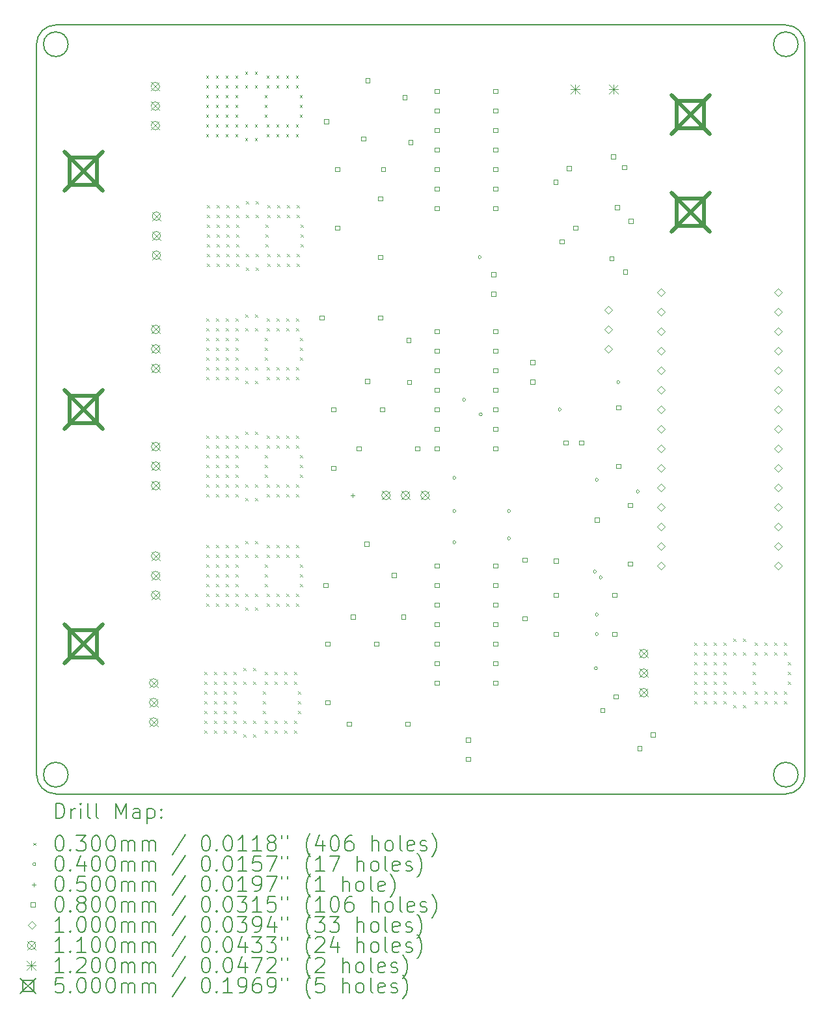
<source format=gbr>
%TF.GenerationSoftware,KiCad,Pcbnew,8.0.5*%
%TF.CreationDate,2024-12-03T17:15:42+01:00*%
%TF.ProjectId,ESC_drivers 1.4,4553435f-6472-4697-9665-727320312e34,rev?*%
%TF.SameCoordinates,Original*%
%TF.FileFunction,Drillmap*%
%TF.FilePolarity,Positive*%
%FSLAX45Y45*%
G04 Gerber Fmt 4.5, Leading zero omitted, Abs format (unit mm)*
G04 Created by KiCad (PCBNEW 8.0.5) date 2024-12-03 17:15:42*
%MOMM*%
%LPD*%
G01*
G04 APERTURE LIST*
%ADD10C,0.200000*%
%ADD11C,0.010050*%
%ADD12C,0.100000*%
%ADD13C,0.110000*%
%ADD14C,0.120000*%
%ADD15C,0.500000*%
G04 APERTURE END LIST*
D10*
X20374800Y-14630400D02*
G75*
G02*
X20054800Y-14630400I-160000J0D01*
G01*
X20054800Y-14630400D02*
G75*
G02*
X20374800Y-14630400I160000J0D01*
G01*
X10714800Y-14880400D02*
G75*
G02*
X10464800Y-14630400I0J250000D01*
G01*
X20464800Y-5130400D02*
X20464800Y-14630400D01*
X10714800Y-4880400D02*
X20214800Y-4880400D01*
X10874800Y-14630400D02*
G75*
G02*
X10554800Y-14630400I-160000J0D01*
G01*
X10554800Y-14630400D02*
G75*
G02*
X10874800Y-14630400I160000J0D01*
G01*
X10464800Y-5130400D02*
G75*
G02*
X10714800Y-4880400I250000J0D01*
G01*
X10464800Y-14630400D02*
X10464800Y-5130400D01*
X20464800Y-14630400D02*
G75*
G02*
X20214800Y-14880400I-250000J0D01*
G01*
X20214800Y-14880400D02*
X10714800Y-14880400D01*
X20214800Y-4880400D02*
G75*
G02*
X20464800Y-5130400I0J-250000D01*
G01*
X20374800Y-5130400D02*
G75*
G02*
X20054800Y-5130400I-160000J0D01*
G01*
X20054800Y-5130400D02*
G75*
G02*
X20374800Y-5130400I160000J0D01*
G01*
D11*
X14965302Y-9380400D02*
G75*
G02*
X14964297Y-9380400I-503J0D01*
G01*
X14964297Y-9380400D02*
G75*
G02*
X14965302Y-9380400I503J0D01*
G01*
D10*
X10874800Y-5130400D02*
G75*
G02*
X10554800Y-5130400I-160000J0D01*
G01*
X10554800Y-5130400D02*
G75*
G02*
X10874800Y-5130400I160000J0D01*
G01*
D12*
X12649894Y-13294600D02*
X12679894Y-13324600D01*
X12679894Y-13294600D02*
X12649894Y-13324600D01*
X12649894Y-13421600D02*
X12679894Y-13451600D01*
X12679894Y-13421600D02*
X12649894Y-13451600D01*
X12649894Y-13548600D02*
X12679894Y-13578600D01*
X12679894Y-13548600D02*
X12649894Y-13578600D01*
X12649894Y-13675600D02*
X12679894Y-13705600D01*
X12679894Y-13675600D02*
X12649894Y-13705600D01*
X12649894Y-13802600D02*
X12679894Y-13832600D01*
X12679894Y-13802600D02*
X12649894Y-13832600D01*
X12649894Y-13929600D02*
X12679894Y-13959600D01*
X12679894Y-13929600D02*
X12649894Y-13959600D01*
X12649894Y-14056600D02*
X12679894Y-14086600D01*
X12679894Y-14056600D02*
X12649894Y-14086600D01*
X12672050Y-5537608D02*
X12702050Y-5567608D01*
X12702050Y-5537608D02*
X12672050Y-5567608D01*
X12672050Y-5664608D02*
X12702050Y-5694608D01*
X12702050Y-5664608D02*
X12672050Y-5694608D01*
X12672050Y-5791608D02*
X12702050Y-5821608D01*
X12702050Y-5791608D02*
X12672050Y-5821608D01*
X12672050Y-5918608D02*
X12702050Y-5948608D01*
X12702050Y-5918608D02*
X12672050Y-5948608D01*
X12672050Y-6045608D02*
X12702050Y-6075608D01*
X12702050Y-6045608D02*
X12672050Y-6075608D01*
X12672050Y-6172608D02*
X12702050Y-6202608D01*
X12702050Y-6172608D02*
X12672050Y-6202608D01*
X12672050Y-6299608D02*
X12702050Y-6329608D01*
X12702050Y-6299608D02*
X12672050Y-6329608D01*
X12675294Y-8696549D02*
X12705294Y-8726549D01*
X12705294Y-8696549D02*
X12675294Y-8726549D01*
X12675294Y-8823549D02*
X12705294Y-8853549D01*
X12705294Y-8823549D02*
X12675294Y-8853549D01*
X12675294Y-8950549D02*
X12705294Y-8980549D01*
X12705294Y-8950549D02*
X12675294Y-8980549D01*
X12675294Y-9077549D02*
X12705294Y-9107549D01*
X12705294Y-9077549D02*
X12675294Y-9107549D01*
X12675294Y-9204549D02*
X12705294Y-9234549D01*
X12705294Y-9204549D02*
X12675294Y-9234549D01*
X12675294Y-9331549D02*
X12705294Y-9361549D01*
X12705294Y-9331549D02*
X12675294Y-9361549D01*
X12675294Y-9458549D02*
X12705294Y-9488549D01*
X12705294Y-9458549D02*
X12675294Y-9488549D01*
X12675294Y-10220549D02*
X12705294Y-10250549D01*
X12705294Y-10220549D02*
X12675294Y-10250549D01*
X12675294Y-10347549D02*
X12705294Y-10377549D01*
X12705294Y-10347549D02*
X12675294Y-10377549D01*
X12675294Y-10474549D02*
X12705294Y-10504549D01*
X12705294Y-10474549D02*
X12675294Y-10504549D01*
X12675294Y-10601549D02*
X12705294Y-10631549D01*
X12705294Y-10601549D02*
X12675294Y-10631549D01*
X12675294Y-10728549D02*
X12705294Y-10758549D01*
X12705294Y-10728549D02*
X12675294Y-10758549D01*
X12675294Y-10855549D02*
X12705294Y-10885549D01*
X12705294Y-10855549D02*
X12675294Y-10885549D01*
X12675294Y-10982549D02*
X12705294Y-11012549D01*
X12705294Y-10982549D02*
X12675294Y-11012549D01*
X12675294Y-11643600D02*
X12705294Y-11673600D01*
X12705294Y-11643600D02*
X12675294Y-11673600D01*
X12675294Y-11770600D02*
X12705294Y-11800600D01*
X12705294Y-11770600D02*
X12675294Y-11800600D01*
X12675294Y-11897600D02*
X12705294Y-11927600D01*
X12705294Y-11897600D02*
X12675294Y-11927600D01*
X12675294Y-12024600D02*
X12705294Y-12054600D01*
X12705294Y-12024600D02*
X12675294Y-12054600D01*
X12675294Y-12151600D02*
X12705294Y-12181600D01*
X12705294Y-12151600D02*
X12675294Y-12181600D01*
X12675294Y-12278600D02*
X12705294Y-12308600D01*
X12705294Y-12278600D02*
X12675294Y-12308600D01*
X12675294Y-12405600D02*
X12705294Y-12435600D01*
X12705294Y-12405600D02*
X12675294Y-12435600D01*
X12685000Y-7224000D02*
X12715000Y-7254000D01*
X12715000Y-7224000D02*
X12685000Y-7254000D01*
X12685000Y-7351000D02*
X12715000Y-7381000D01*
X12715000Y-7351000D02*
X12685000Y-7381000D01*
X12685000Y-7478000D02*
X12715000Y-7508000D01*
X12715000Y-7478000D02*
X12685000Y-7508000D01*
X12685000Y-7605000D02*
X12715000Y-7635000D01*
X12715000Y-7605000D02*
X12685000Y-7635000D01*
X12685000Y-7732000D02*
X12715000Y-7762000D01*
X12715000Y-7732000D02*
X12685000Y-7762000D01*
X12685000Y-7859000D02*
X12715000Y-7889000D01*
X12715000Y-7859000D02*
X12685000Y-7889000D01*
X12685000Y-7986000D02*
X12715000Y-8016000D01*
X12715000Y-7986000D02*
X12685000Y-8016000D01*
X12776894Y-13675600D02*
X12806894Y-13705600D01*
X12806894Y-13675600D02*
X12776894Y-13705600D01*
X12776894Y-13294600D02*
X12806894Y-13324600D01*
X12806894Y-13294600D02*
X12776894Y-13324600D01*
X12776894Y-13421600D02*
X12806894Y-13451600D01*
X12806894Y-13421600D02*
X12776894Y-13451600D01*
X12776894Y-13548600D02*
X12806894Y-13578600D01*
X12806894Y-13548600D02*
X12776894Y-13578600D01*
X12776894Y-13802600D02*
X12806894Y-13832600D01*
X12806894Y-13802600D02*
X12776894Y-13832600D01*
X12776894Y-13929600D02*
X12806894Y-13959600D01*
X12806894Y-13929600D02*
X12776894Y-13959600D01*
X12776894Y-14056600D02*
X12806894Y-14086600D01*
X12806894Y-14056600D02*
X12776894Y-14086600D01*
X12799050Y-5918608D02*
X12829050Y-5948608D01*
X12829050Y-5918608D02*
X12799050Y-5948608D01*
X12799050Y-5537608D02*
X12829050Y-5567608D01*
X12829050Y-5537608D02*
X12799050Y-5567608D01*
X12799050Y-5664608D02*
X12829050Y-5694608D01*
X12829050Y-5664608D02*
X12799050Y-5694608D01*
X12799050Y-5791608D02*
X12829050Y-5821608D01*
X12829050Y-5791608D02*
X12799050Y-5821608D01*
X12799050Y-6045608D02*
X12829050Y-6075608D01*
X12829050Y-6045608D02*
X12799050Y-6075608D01*
X12799050Y-6172608D02*
X12829050Y-6202608D01*
X12829050Y-6172608D02*
X12799050Y-6202608D01*
X12799050Y-6299608D02*
X12829050Y-6329608D01*
X12829050Y-6299608D02*
X12799050Y-6329608D01*
X12802294Y-9077549D02*
X12832294Y-9107549D01*
X12832294Y-9077549D02*
X12802294Y-9107549D01*
X12802294Y-8696549D02*
X12832294Y-8726549D01*
X12832294Y-8696549D02*
X12802294Y-8726549D01*
X12802294Y-8823549D02*
X12832294Y-8853549D01*
X12832294Y-8823549D02*
X12802294Y-8853549D01*
X12802294Y-8950549D02*
X12832294Y-8980549D01*
X12832294Y-8950549D02*
X12802294Y-8980549D01*
X12802294Y-9204549D02*
X12832294Y-9234549D01*
X12832294Y-9204549D02*
X12802294Y-9234549D01*
X12802294Y-9331549D02*
X12832294Y-9361549D01*
X12832294Y-9331549D02*
X12802294Y-9361549D01*
X12802294Y-9458549D02*
X12832294Y-9488549D01*
X12832294Y-9458549D02*
X12802294Y-9488549D01*
X12802294Y-10601549D02*
X12832294Y-10631549D01*
X12832294Y-10601549D02*
X12802294Y-10631549D01*
X12802294Y-12024600D02*
X12832294Y-12054600D01*
X12832294Y-12024600D02*
X12802294Y-12054600D01*
X12802294Y-10220549D02*
X12832294Y-10250549D01*
X12832294Y-10220549D02*
X12802294Y-10250549D01*
X12802294Y-10347549D02*
X12832294Y-10377549D01*
X12832294Y-10347549D02*
X12802294Y-10377549D01*
X12802294Y-10474549D02*
X12832294Y-10504549D01*
X12832294Y-10474549D02*
X12802294Y-10504549D01*
X12802294Y-10728549D02*
X12832294Y-10758549D01*
X12832294Y-10728549D02*
X12802294Y-10758549D01*
X12802294Y-10855549D02*
X12832294Y-10885549D01*
X12832294Y-10855549D02*
X12802294Y-10885549D01*
X12802294Y-10982549D02*
X12832294Y-11012549D01*
X12832294Y-10982549D02*
X12802294Y-11012549D01*
X12802294Y-11643600D02*
X12832294Y-11673600D01*
X12832294Y-11643600D02*
X12802294Y-11673600D01*
X12802294Y-11770600D02*
X12832294Y-11800600D01*
X12832294Y-11770600D02*
X12802294Y-11800600D01*
X12802294Y-11897600D02*
X12832294Y-11927600D01*
X12832294Y-11897600D02*
X12802294Y-11927600D01*
X12802294Y-12151600D02*
X12832294Y-12181600D01*
X12832294Y-12151600D02*
X12802294Y-12181600D01*
X12802294Y-12278600D02*
X12832294Y-12308600D01*
X12832294Y-12278600D02*
X12802294Y-12308600D01*
X12802294Y-12405600D02*
X12832294Y-12435600D01*
X12832294Y-12405600D02*
X12802294Y-12435600D01*
X12812000Y-7605000D02*
X12842000Y-7635000D01*
X12842000Y-7605000D02*
X12812000Y-7635000D01*
X12812000Y-7224000D02*
X12842000Y-7254000D01*
X12842000Y-7224000D02*
X12812000Y-7254000D01*
X12812000Y-7351000D02*
X12842000Y-7381000D01*
X12842000Y-7351000D02*
X12812000Y-7381000D01*
X12812000Y-7478000D02*
X12842000Y-7508000D01*
X12842000Y-7478000D02*
X12812000Y-7508000D01*
X12812000Y-7732000D02*
X12842000Y-7762000D01*
X12842000Y-7732000D02*
X12812000Y-7762000D01*
X12812000Y-7859000D02*
X12842000Y-7889000D01*
X12842000Y-7859000D02*
X12812000Y-7889000D01*
X12812000Y-7986000D02*
X12842000Y-8016000D01*
X12842000Y-7986000D02*
X12812000Y-8016000D01*
X12903894Y-13294600D02*
X12933894Y-13324600D01*
X12933894Y-13294600D02*
X12903894Y-13324600D01*
X12903894Y-13421600D02*
X12933894Y-13451600D01*
X12933894Y-13421600D02*
X12903894Y-13451600D01*
X12903894Y-13548600D02*
X12933894Y-13578600D01*
X12933894Y-13548600D02*
X12903894Y-13578600D01*
X12903894Y-13675600D02*
X12933894Y-13705600D01*
X12933894Y-13675600D02*
X12903894Y-13705600D01*
X12903894Y-13802600D02*
X12933894Y-13832600D01*
X12933894Y-13802600D02*
X12903894Y-13832600D01*
X12903894Y-13929600D02*
X12933894Y-13959600D01*
X12933894Y-13929600D02*
X12903894Y-13959600D01*
X12903894Y-14056600D02*
X12933894Y-14086600D01*
X12933894Y-14056600D02*
X12903894Y-14086600D01*
X12926050Y-5537608D02*
X12956050Y-5567608D01*
X12956050Y-5537608D02*
X12926050Y-5567608D01*
X12926050Y-5664608D02*
X12956050Y-5694608D01*
X12956050Y-5664608D02*
X12926050Y-5694608D01*
X12926050Y-5791608D02*
X12956050Y-5821608D01*
X12956050Y-5791608D02*
X12926050Y-5821608D01*
X12926050Y-5918608D02*
X12956050Y-5948608D01*
X12956050Y-5918608D02*
X12926050Y-5948608D01*
X12926050Y-6045608D02*
X12956050Y-6075608D01*
X12956050Y-6045608D02*
X12926050Y-6075608D01*
X12926050Y-6172608D02*
X12956050Y-6202608D01*
X12956050Y-6172608D02*
X12926050Y-6202608D01*
X12926050Y-6299608D02*
X12956050Y-6329608D01*
X12956050Y-6299608D02*
X12926050Y-6329608D01*
X12929294Y-8696549D02*
X12959294Y-8726549D01*
X12959294Y-8696549D02*
X12929294Y-8726549D01*
X12929294Y-8823549D02*
X12959294Y-8853549D01*
X12959294Y-8823549D02*
X12929294Y-8853549D01*
X12929294Y-8950549D02*
X12959294Y-8980549D01*
X12959294Y-8950549D02*
X12929294Y-8980549D01*
X12929294Y-9077549D02*
X12959294Y-9107549D01*
X12959294Y-9077549D02*
X12929294Y-9107549D01*
X12929294Y-9204549D02*
X12959294Y-9234549D01*
X12959294Y-9204549D02*
X12929294Y-9234549D01*
X12929294Y-9331549D02*
X12959294Y-9361549D01*
X12959294Y-9331549D02*
X12929294Y-9361549D01*
X12929294Y-9458549D02*
X12959294Y-9488549D01*
X12959294Y-9458549D02*
X12929294Y-9488549D01*
X12929294Y-10220549D02*
X12959294Y-10250549D01*
X12959294Y-10220549D02*
X12929294Y-10250549D01*
X12929294Y-10347549D02*
X12959294Y-10377549D01*
X12959294Y-10347549D02*
X12929294Y-10377549D01*
X12929294Y-10474549D02*
X12959294Y-10504549D01*
X12959294Y-10474549D02*
X12929294Y-10504549D01*
X12929294Y-10601549D02*
X12959294Y-10631549D01*
X12959294Y-10601549D02*
X12929294Y-10631549D01*
X12929294Y-10728549D02*
X12959294Y-10758549D01*
X12959294Y-10728549D02*
X12929294Y-10758549D01*
X12929294Y-10855549D02*
X12959294Y-10885549D01*
X12959294Y-10855549D02*
X12929294Y-10885549D01*
X12929294Y-10982549D02*
X12959294Y-11012549D01*
X12959294Y-10982549D02*
X12929294Y-11012549D01*
X12929294Y-11643600D02*
X12959294Y-11673600D01*
X12959294Y-11643600D02*
X12929294Y-11673600D01*
X12929294Y-11770600D02*
X12959294Y-11800600D01*
X12959294Y-11770600D02*
X12929294Y-11800600D01*
X12929294Y-11897600D02*
X12959294Y-11927600D01*
X12959294Y-11897600D02*
X12929294Y-11927600D01*
X12929294Y-12024600D02*
X12959294Y-12054600D01*
X12959294Y-12024600D02*
X12929294Y-12054600D01*
X12929294Y-12151600D02*
X12959294Y-12181600D01*
X12959294Y-12151600D02*
X12929294Y-12181600D01*
X12929294Y-12278600D02*
X12959294Y-12308600D01*
X12959294Y-12278600D02*
X12929294Y-12308600D01*
X12929294Y-12405600D02*
X12959294Y-12435600D01*
X12959294Y-12405600D02*
X12929294Y-12435600D01*
X12939000Y-7224000D02*
X12969000Y-7254000D01*
X12969000Y-7224000D02*
X12939000Y-7254000D01*
X12939000Y-7351000D02*
X12969000Y-7381000D01*
X12969000Y-7351000D02*
X12939000Y-7381000D01*
X12939000Y-7478000D02*
X12969000Y-7508000D01*
X12969000Y-7478000D02*
X12939000Y-7508000D01*
X12939000Y-7605000D02*
X12969000Y-7635000D01*
X12969000Y-7605000D02*
X12939000Y-7635000D01*
X12939000Y-7732000D02*
X12969000Y-7762000D01*
X12969000Y-7732000D02*
X12939000Y-7762000D01*
X12939000Y-7859000D02*
X12969000Y-7889000D01*
X12969000Y-7859000D02*
X12939000Y-7889000D01*
X12939000Y-7986000D02*
X12969000Y-8016000D01*
X12969000Y-7986000D02*
X12939000Y-8016000D01*
X13030894Y-13294600D02*
X13060894Y-13324600D01*
X13060894Y-13294600D02*
X13030894Y-13324600D01*
X13030894Y-13421600D02*
X13060894Y-13451600D01*
X13060894Y-13421600D02*
X13030894Y-13451600D01*
X13030894Y-13548600D02*
X13060894Y-13578600D01*
X13060894Y-13548600D02*
X13030894Y-13578600D01*
X13030894Y-13802600D02*
X13060894Y-13832600D01*
X13060894Y-13802600D02*
X13030894Y-13832600D01*
X13030894Y-13929600D02*
X13060894Y-13959600D01*
X13060894Y-13929600D02*
X13030894Y-13959600D01*
X13030894Y-14056600D02*
X13060894Y-14086600D01*
X13060894Y-14056600D02*
X13030894Y-14086600D01*
X13030895Y-13675600D02*
X13060895Y-13705600D01*
X13060895Y-13675600D02*
X13030895Y-13705600D01*
X13053050Y-5537608D02*
X13083050Y-5567608D01*
X13083050Y-5537608D02*
X13053050Y-5567608D01*
X13053050Y-5664608D02*
X13083050Y-5694608D01*
X13083050Y-5664608D02*
X13053050Y-5694608D01*
X13053050Y-5791608D02*
X13083050Y-5821608D01*
X13083050Y-5791608D02*
X13053050Y-5821608D01*
X13053050Y-6045608D02*
X13083050Y-6075608D01*
X13083050Y-6045608D02*
X13053050Y-6075608D01*
X13053050Y-6172608D02*
X13083050Y-6202608D01*
X13083050Y-6172608D02*
X13053050Y-6202608D01*
X13053050Y-6299608D02*
X13083050Y-6329608D01*
X13083050Y-6299608D02*
X13053050Y-6329608D01*
X13053050Y-5918608D02*
X13083050Y-5948608D01*
X13083050Y-5918608D02*
X13053050Y-5948608D01*
X13056294Y-8696549D02*
X13086294Y-8726549D01*
X13086294Y-8696549D02*
X13056294Y-8726549D01*
X13056294Y-8823549D02*
X13086294Y-8853549D01*
X13086294Y-8823549D02*
X13056294Y-8853549D01*
X13056294Y-8950549D02*
X13086294Y-8980549D01*
X13086294Y-8950549D02*
X13056294Y-8980549D01*
X13056294Y-9204549D02*
X13086294Y-9234549D01*
X13086294Y-9204549D02*
X13056294Y-9234549D01*
X13056294Y-9331549D02*
X13086294Y-9361549D01*
X13086294Y-9331549D02*
X13056294Y-9361549D01*
X13056294Y-9458549D02*
X13086294Y-9488549D01*
X13086294Y-9458549D02*
X13056294Y-9488549D01*
X13056294Y-9077549D02*
X13086294Y-9107549D01*
X13086294Y-9077549D02*
X13056294Y-9107549D01*
X13056294Y-10220549D02*
X13086294Y-10250549D01*
X13086294Y-10220549D02*
X13056294Y-10250549D01*
X13056294Y-10347549D02*
X13086294Y-10377549D01*
X13086294Y-10347549D02*
X13056294Y-10377549D01*
X13056294Y-10474549D02*
X13086294Y-10504549D01*
X13086294Y-10474549D02*
X13056294Y-10504549D01*
X13056294Y-10728549D02*
X13086294Y-10758549D01*
X13086294Y-10728549D02*
X13056294Y-10758549D01*
X13056294Y-10855549D02*
X13086294Y-10885549D01*
X13086294Y-10855549D02*
X13056294Y-10885549D01*
X13056294Y-10982549D02*
X13086294Y-11012549D01*
X13086294Y-10982549D02*
X13056294Y-11012549D01*
X13056294Y-11643600D02*
X13086294Y-11673600D01*
X13086294Y-11643600D02*
X13056294Y-11673600D01*
X13056294Y-11770600D02*
X13086294Y-11800600D01*
X13086294Y-11770600D02*
X13056294Y-11800600D01*
X13056294Y-11897600D02*
X13086294Y-11927600D01*
X13086294Y-11897600D02*
X13056294Y-11927600D01*
X13056294Y-12151600D02*
X13086294Y-12181600D01*
X13086294Y-12151600D02*
X13056294Y-12181600D01*
X13056294Y-12278600D02*
X13086294Y-12308600D01*
X13086294Y-12278600D02*
X13056294Y-12308600D01*
X13056294Y-12405600D02*
X13086294Y-12435600D01*
X13086294Y-12405600D02*
X13056294Y-12435600D01*
X13056295Y-10601549D02*
X13086295Y-10631549D01*
X13086295Y-10601549D02*
X13056295Y-10631549D01*
X13056295Y-12024600D02*
X13086295Y-12054600D01*
X13086295Y-12024600D02*
X13056295Y-12054600D01*
X13066000Y-7224000D02*
X13096000Y-7254000D01*
X13096000Y-7224000D02*
X13066000Y-7254000D01*
X13066000Y-7351000D02*
X13096000Y-7381000D01*
X13096000Y-7351000D02*
X13066000Y-7381000D01*
X13066000Y-7478000D02*
X13096000Y-7508000D01*
X13096000Y-7478000D02*
X13066000Y-7508000D01*
X13066000Y-7732000D02*
X13096000Y-7762000D01*
X13096000Y-7732000D02*
X13066000Y-7762000D01*
X13066000Y-7859000D02*
X13096000Y-7889000D01*
X13096000Y-7859000D02*
X13066000Y-7889000D01*
X13066000Y-7986000D02*
X13096000Y-8016000D01*
X13096000Y-7986000D02*
X13066000Y-8016000D01*
X13066000Y-7605000D02*
X13096000Y-7635000D01*
X13096000Y-7605000D02*
X13066000Y-7635000D01*
X13157894Y-13243800D02*
X13187894Y-13273800D01*
X13187894Y-13243800D02*
X13157894Y-13273800D01*
X13157894Y-13421600D02*
X13187894Y-13451600D01*
X13187894Y-13421600D02*
X13157894Y-13451600D01*
X13157894Y-13929600D02*
X13187894Y-13959600D01*
X13187894Y-13929600D02*
X13157894Y-13959600D01*
X13157894Y-14107400D02*
X13187894Y-14137400D01*
X13187894Y-14107400D02*
X13157894Y-14137400D01*
X13180050Y-5486808D02*
X13210050Y-5516808D01*
X13210050Y-5486808D02*
X13180050Y-5516808D01*
X13180050Y-5664608D02*
X13210050Y-5694608D01*
X13210050Y-5664608D02*
X13180050Y-5694608D01*
X13180050Y-6172608D02*
X13210050Y-6202608D01*
X13210050Y-6172608D02*
X13180050Y-6202608D01*
X13180050Y-6350408D02*
X13210050Y-6380408D01*
X13210050Y-6350408D02*
X13180050Y-6380408D01*
X13183294Y-8645749D02*
X13213294Y-8675749D01*
X13213294Y-8645749D02*
X13183294Y-8675749D01*
X13183294Y-8823549D02*
X13213294Y-8853549D01*
X13213294Y-8823549D02*
X13183294Y-8853549D01*
X13183294Y-9331549D02*
X13213294Y-9361549D01*
X13213294Y-9331549D02*
X13183294Y-9361549D01*
X13183294Y-9509349D02*
X13213294Y-9539349D01*
X13213294Y-9509349D02*
X13183294Y-9539349D01*
X13183294Y-10169749D02*
X13213294Y-10199749D01*
X13213294Y-10169749D02*
X13183294Y-10199749D01*
X13183294Y-10347549D02*
X13213294Y-10377549D01*
X13213294Y-10347549D02*
X13183294Y-10377549D01*
X13183294Y-10855549D02*
X13213294Y-10885549D01*
X13213294Y-10855549D02*
X13183294Y-10885549D01*
X13183294Y-11033349D02*
X13213294Y-11063349D01*
X13213294Y-11033349D02*
X13183294Y-11063349D01*
X13183294Y-11592800D02*
X13213294Y-11622800D01*
X13213294Y-11592800D02*
X13183294Y-11622800D01*
X13183294Y-11770600D02*
X13213294Y-11800600D01*
X13213294Y-11770600D02*
X13183294Y-11800600D01*
X13183294Y-12278600D02*
X13213294Y-12308600D01*
X13213294Y-12278600D02*
X13183294Y-12308600D01*
X13183294Y-12456400D02*
X13213294Y-12486400D01*
X13213294Y-12456400D02*
X13183294Y-12486400D01*
X13193000Y-7173200D02*
X13223000Y-7203200D01*
X13223000Y-7173200D02*
X13193000Y-7203200D01*
X13193000Y-7351000D02*
X13223000Y-7381000D01*
X13223000Y-7351000D02*
X13193000Y-7381000D01*
X13193000Y-7859000D02*
X13223000Y-7889000D01*
X13223000Y-7859000D02*
X13193000Y-7889000D01*
X13193000Y-8036800D02*
X13223000Y-8066800D01*
X13223000Y-8036800D02*
X13193000Y-8066800D01*
X13284894Y-13243800D02*
X13314894Y-13273800D01*
X13314894Y-13243800D02*
X13284894Y-13273800D01*
X13284894Y-13421600D02*
X13314894Y-13451600D01*
X13314894Y-13421600D02*
X13284894Y-13451600D01*
X13284894Y-13929600D02*
X13314894Y-13959600D01*
X13314894Y-13929600D02*
X13284894Y-13959600D01*
X13284894Y-14107400D02*
X13314894Y-14137400D01*
X13314894Y-14107400D02*
X13284894Y-14137400D01*
X13307050Y-5486808D02*
X13337050Y-5516808D01*
X13337050Y-5486808D02*
X13307050Y-5516808D01*
X13307050Y-5664608D02*
X13337050Y-5694608D01*
X13337050Y-5664608D02*
X13307050Y-5694608D01*
X13307050Y-6172608D02*
X13337050Y-6202608D01*
X13337050Y-6172608D02*
X13307050Y-6202608D01*
X13307050Y-6350408D02*
X13337050Y-6380408D01*
X13337050Y-6350408D02*
X13307050Y-6380408D01*
X13310294Y-8645749D02*
X13340294Y-8675749D01*
X13340294Y-8645749D02*
X13310294Y-8675749D01*
X13310294Y-8823549D02*
X13340294Y-8853549D01*
X13340294Y-8823549D02*
X13310294Y-8853549D01*
X13310294Y-9331549D02*
X13340294Y-9361549D01*
X13340294Y-9331549D02*
X13310294Y-9361549D01*
X13310294Y-9509349D02*
X13340294Y-9539349D01*
X13340294Y-9509349D02*
X13310294Y-9539349D01*
X13310294Y-10169749D02*
X13340294Y-10199749D01*
X13340294Y-10169749D02*
X13310294Y-10199749D01*
X13310294Y-10347549D02*
X13340294Y-10377549D01*
X13340294Y-10347549D02*
X13310294Y-10377549D01*
X13310294Y-10855549D02*
X13340294Y-10885549D01*
X13340294Y-10855549D02*
X13310294Y-10885549D01*
X13310294Y-11033349D02*
X13340294Y-11063349D01*
X13340294Y-11033349D02*
X13310294Y-11063349D01*
X13310294Y-11592800D02*
X13340294Y-11622800D01*
X13340294Y-11592800D02*
X13310294Y-11622800D01*
X13310294Y-11770600D02*
X13340294Y-11800600D01*
X13340294Y-11770600D02*
X13310294Y-11800600D01*
X13310294Y-12278600D02*
X13340294Y-12308600D01*
X13340294Y-12278600D02*
X13310294Y-12308600D01*
X13310294Y-12456400D02*
X13340294Y-12486400D01*
X13340294Y-12456400D02*
X13310294Y-12486400D01*
X13320000Y-7173200D02*
X13350000Y-7203200D01*
X13350000Y-7173200D02*
X13320000Y-7203200D01*
X13320000Y-7351000D02*
X13350000Y-7381000D01*
X13350000Y-7351000D02*
X13320000Y-7381000D01*
X13320000Y-7859000D02*
X13350000Y-7889000D01*
X13350000Y-7859000D02*
X13320000Y-7889000D01*
X13320000Y-8036800D02*
X13350000Y-8066800D01*
X13350000Y-8036800D02*
X13320000Y-8066800D01*
X13411894Y-13675600D02*
X13441894Y-13705600D01*
X13441894Y-13675600D02*
X13411894Y-13705600D01*
X13411894Y-13548600D02*
X13441894Y-13578600D01*
X13441894Y-13548600D02*
X13411894Y-13578600D01*
X13411894Y-13802600D02*
X13441894Y-13832600D01*
X13441894Y-13802600D02*
X13411894Y-13832600D01*
X13434050Y-5918608D02*
X13464050Y-5948608D01*
X13464050Y-5918608D02*
X13434050Y-5948608D01*
X13434050Y-5791608D02*
X13464050Y-5821608D01*
X13464050Y-5791608D02*
X13434050Y-5821608D01*
X13434050Y-6045608D02*
X13464050Y-6075608D01*
X13464050Y-6045608D02*
X13434050Y-6075608D01*
X13437294Y-9077549D02*
X13467294Y-9107549D01*
X13467294Y-9077549D02*
X13437294Y-9107549D01*
X13437294Y-8950549D02*
X13467294Y-8980549D01*
X13467294Y-8950549D02*
X13437294Y-8980549D01*
X13437294Y-9204549D02*
X13467294Y-9234549D01*
X13467294Y-9204549D02*
X13437294Y-9234549D01*
X13437294Y-10601549D02*
X13467294Y-10631549D01*
X13467294Y-10601549D02*
X13437294Y-10631549D01*
X13437294Y-12024600D02*
X13467294Y-12054600D01*
X13467294Y-12024600D02*
X13437294Y-12054600D01*
X13437294Y-10474549D02*
X13467294Y-10504549D01*
X13467294Y-10474549D02*
X13437294Y-10504549D01*
X13437294Y-10728549D02*
X13467294Y-10758549D01*
X13467294Y-10728549D02*
X13437294Y-10758549D01*
X13437294Y-11897600D02*
X13467294Y-11927600D01*
X13467294Y-11897600D02*
X13437294Y-11927600D01*
X13437294Y-12151600D02*
X13467294Y-12181600D01*
X13467294Y-12151600D02*
X13437294Y-12181600D01*
X13437294Y-13294600D02*
X13467294Y-13324600D01*
X13467294Y-13294600D02*
X13437294Y-13324600D01*
X13437294Y-13421600D02*
X13467294Y-13451600D01*
X13467294Y-13421600D02*
X13437294Y-13451600D01*
X13437294Y-13929600D02*
X13467294Y-13959600D01*
X13467294Y-13929600D02*
X13437294Y-13959600D01*
X13437294Y-14056600D02*
X13467294Y-14086600D01*
X13467294Y-14056600D02*
X13437294Y-14086600D01*
X13447000Y-7605000D02*
X13477000Y-7635000D01*
X13477000Y-7605000D02*
X13447000Y-7635000D01*
X13447000Y-7478000D02*
X13477000Y-7508000D01*
X13477000Y-7478000D02*
X13447000Y-7508000D01*
X13447000Y-7732000D02*
X13477000Y-7762000D01*
X13477000Y-7732000D02*
X13447000Y-7762000D01*
X13459450Y-5537608D02*
X13489450Y-5567608D01*
X13489450Y-5537608D02*
X13459450Y-5567608D01*
X13459450Y-5664608D02*
X13489450Y-5694608D01*
X13489450Y-5664608D02*
X13459450Y-5694608D01*
X13459450Y-6172608D02*
X13489450Y-6202608D01*
X13489450Y-6172608D02*
X13459450Y-6202608D01*
X13459450Y-6299608D02*
X13489450Y-6329608D01*
X13489450Y-6299608D02*
X13459450Y-6329608D01*
X13462694Y-8696549D02*
X13492694Y-8726549D01*
X13492694Y-8696549D02*
X13462694Y-8726549D01*
X13462694Y-8823549D02*
X13492694Y-8853549D01*
X13492694Y-8823549D02*
X13462694Y-8853549D01*
X13462694Y-9331549D02*
X13492694Y-9361549D01*
X13492694Y-9331549D02*
X13462694Y-9361549D01*
X13462694Y-9458549D02*
X13492694Y-9488549D01*
X13492694Y-9458549D02*
X13462694Y-9488549D01*
X13462694Y-10220549D02*
X13492694Y-10250549D01*
X13492694Y-10220549D02*
X13462694Y-10250549D01*
X13462694Y-10347549D02*
X13492694Y-10377549D01*
X13492694Y-10347549D02*
X13462694Y-10377549D01*
X13462694Y-10855549D02*
X13492694Y-10885549D01*
X13492694Y-10855549D02*
X13462694Y-10885549D01*
X13462694Y-10982549D02*
X13492694Y-11012549D01*
X13492694Y-10982549D02*
X13462694Y-11012549D01*
X13462694Y-11643600D02*
X13492694Y-11673600D01*
X13492694Y-11643600D02*
X13462694Y-11673600D01*
X13462694Y-11770600D02*
X13492694Y-11800600D01*
X13492694Y-11770600D02*
X13462694Y-11800600D01*
X13462694Y-12278600D02*
X13492694Y-12308600D01*
X13492694Y-12278600D02*
X13462694Y-12308600D01*
X13462694Y-12405600D02*
X13492694Y-12435600D01*
X13492694Y-12405600D02*
X13462694Y-12435600D01*
X13472400Y-7224000D02*
X13502400Y-7254000D01*
X13502400Y-7224000D02*
X13472400Y-7254000D01*
X13472400Y-7351000D02*
X13502400Y-7381000D01*
X13502400Y-7351000D02*
X13472400Y-7381000D01*
X13472400Y-7859000D02*
X13502400Y-7889000D01*
X13502400Y-7859000D02*
X13472400Y-7889000D01*
X13472400Y-7986000D02*
X13502400Y-8016000D01*
X13502400Y-7986000D02*
X13472400Y-8016000D01*
X13564294Y-13294600D02*
X13594294Y-13324600D01*
X13594294Y-13294600D02*
X13564294Y-13324600D01*
X13564294Y-13421600D02*
X13594294Y-13451600D01*
X13594294Y-13421600D02*
X13564294Y-13451600D01*
X13564294Y-13929600D02*
X13594294Y-13959600D01*
X13594294Y-13929600D02*
X13564294Y-13959600D01*
X13564294Y-14056600D02*
X13594294Y-14086600D01*
X13594294Y-14056600D02*
X13564294Y-14086600D01*
X13586450Y-5537608D02*
X13616450Y-5567608D01*
X13616450Y-5537608D02*
X13586450Y-5567608D01*
X13586450Y-5664608D02*
X13616450Y-5694608D01*
X13616450Y-5664608D02*
X13586450Y-5694608D01*
X13586450Y-6172608D02*
X13616450Y-6202608D01*
X13616450Y-6172608D02*
X13586450Y-6202608D01*
X13586450Y-6299608D02*
X13616450Y-6329608D01*
X13616450Y-6299608D02*
X13586450Y-6329608D01*
X13589694Y-8696549D02*
X13619694Y-8726549D01*
X13619694Y-8696549D02*
X13589694Y-8726549D01*
X13589694Y-8823549D02*
X13619694Y-8853549D01*
X13619694Y-8823549D02*
X13589694Y-8853549D01*
X13589694Y-9331549D02*
X13619694Y-9361549D01*
X13619694Y-9331549D02*
X13589694Y-9361549D01*
X13589694Y-9458549D02*
X13619694Y-9488549D01*
X13619694Y-9458549D02*
X13589694Y-9488549D01*
X13589694Y-10220549D02*
X13619694Y-10250549D01*
X13619694Y-10220549D02*
X13589694Y-10250549D01*
X13589694Y-10347549D02*
X13619694Y-10377549D01*
X13619694Y-10347549D02*
X13589694Y-10377549D01*
X13589694Y-10855549D02*
X13619694Y-10885549D01*
X13619694Y-10855549D02*
X13589694Y-10885549D01*
X13589694Y-10982549D02*
X13619694Y-11012549D01*
X13619694Y-10982549D02*
X13589694Y-11012549D01*
X13589694Y-11643600D02*
X13619694Y-11673600D01*
X13619694Y-11643600D02*
X13589694Y-11673600D01*
X13589694Y-11770600D02*
X13619694Y-11800600D01*
X13619694Y-11770600D02*
X13589694Y-11800600D01*
X13589694Y-12278600D02*
X13619694Y-12308600D01*
X13619694Y-12278600D02*
X13589694Y-12308600D01*
X13589694Y-12405600D02*
X13619694Y-12435600D01*
X13619694Y-12405600D02*
X13589694Y-12435600D01*
X13599400Y-7224000D02*
X13629400Y-7254000D01*
X13629400Y-7224000D02*
X13599400Y-7254000D01*
X13599400Y-7351000D02*
X13629400Y-7381000D01*
X13629400Y-7351000D02*
X13599400Y-7381000D01*
X13599400Y-7859000D02*
X13629400Y-7889000D01*
X13629400Y-7859000D02*
X13599400Y-7889000D01*
X13599400Y-7986000D02*
X13629400Y-8016000D01*
X13629400Y-7986000D02*
X13599400Y-8016000D01*
X13691294Y-13294600D02*
X13721294Y-13324600D01*
X13721294Y-13294600D02*
X13691294Y-13324600D01*
X13691294Y-13421600D02*
X13721294Y-13451600D01*
X13721294Y-13421600D02*
X13691294Y-13451600D01*
X13691294Y-13929600D02*
X13721294Y-13959600D01*
X13721294Y-13929600D02*
X13691294Y-13959600D01*
X13691294Y-14056600D02*
X13721294Y-14086600D01*
X13721294Y-14056600D02*
X13691294Y-14086600D01*
X13713450Y-5537608D02*
X13743450Y-5567608D01*
X13743450Y-5537608D02*
X13713450Y-5567608D01*
X13713450Y-5664608D02*
X13743450Y-5694608D01*
X13743450Y-5664608D02*
X13713450Y-5694608D01*
X13713450Y-6172608D02*
X13743450Y-6202608D01*
X13743450Y-6172608D02*
X13713450Y-6202608D01*
X13713450Y-6299608D02*
X13743450Y-6329608D01*
X13743450Y-6299608D02*
X13713450Y-6329608D01*
X13716694Y-8696549D02*
X13746694Y-8726549D01*
X13746694Y-8696549D02*
X13716694Y-8726549D01*
X13716694Y-8823549D02*
X13746694Y-8853549D01*
X13746694Y-8823549D02*
X13716694Y-8853549D01*
X13716694Y-9331549D02*
X13746694Y-9361549D01*
X13746694Y-9331549D02*
X13716694Y-9361549D01*
X13716694Y-9458549D02*
X13746694Y-9488549D01*
X13746694Y-9458549D02*
X13716694Y-9488549D01*
X13716694Y-10220549D02*
X13746694Y-10250549D01*
X13746694Y-10220549D02*
X13716694Y-10250549D01*
X13716694Y-10347549D02*
X13746694Y-10377549D01*
X13746694Y-10347549D02*
X13716694Y-10377549D01*
X13716694Y-10855549D02*
X13746694Y-10885549D01*
X13746694Y-10855549D02*
X13716694Y-10885549D01*
X13716694Y-10982549D02*
X13746694Y-11012549D01*
X13746694Y-10982549D02*
X13716694Y-11012549D01*
X13716694Y-11643600D02*
X13746694Y-11673600D01*
X13746694Y-11643600D02*
X13716694Y-11673600D01*
X13716694Y-11770600D02*
X13746694Y-11800600D01*
X13746694Y-11770600D02*
X13716694Y-11800600D01*
X13716694Y-12278600D02*
X13746694Y-12308600D01*
X13746694Y-12278600D02*
X13716694Y-12308600D01*
X13716694Y-12405600D02*
X13746694Y-12435600D01*
X13746694Y-12405600D02*
X13716694Y-12435600D01*
X13726400Y-7224000D02*
X13756400Y-7254000D01*
X13756400Y-7224000D02*
X13726400Y-7254000D01*
X13726400Y-7351000D02*
X13756400Y-7381000D01*
X13756400Y-7351000D02*
X13726400Y-7381000D01*
X13726400Y-7859000D02*
X13756400Y-7889000D01*
X13756400Y-7859000D02*
X13726400Y-7889000D01*
X13726400Y-7986000D02*
X13756400Y-8016000D01*
X13756400Y-7986000D02*
X13726400Y-8016000D01*
X13818294Y-13294600D02*
X13848294Y-13324600D01*
X13848294Y-13294600D02*
X13818294Y-13324600D01*
X13818294Y-13421600D02*
X13848294Y-13451600D01*
X13848294Y-13421600D02*
X13818294Y-13451600D01*
X13818294Y-13929600D02*
X13848294Y-13959600D01*
X13848294Y-13929600D02*
X13818294Y-13959600D01*
X13818294Y-14056600D02*
X13848294Y-14086600D01*
X13848294Y-14056600D02*
X13818294Y-14086600D01*
X13840450Y-5537608D02*
X13870450Y-5567608D01*
X13870450Y-5537608D02*
X13840450Y-5567608D01*
X13840450Y-5664608D02*
X13870450Y-5694608D01*
X13870450Y-5664608D02*
X13840450Y-5694608D01*
X13840450Y-6172608D02*
X13870450Y-6202608D01*
X13870450Y-6172608D02*
X13840450Y-6202608D01*
X13840450Y-6299608D02*
X13870450Y-6329608D01*
X13870450Y-6299608D02*
X13840450Y-6329608D01*
X13843694Y-8696549D02*
X13873694Y-8726549D01*
X13873694Y-8696549D02*
X13843694Y-8726549D01*
X13843694Y-8823549D02*
X13873694Y-8853549D01*
X13873694Y-8823549D02*
X13843694Y-8853549D01*
X13843694Y-9331549D02*
X13873694Y-9361549D01*
X13873694Y-9331549D02*
X13843694Y-9361549D01*
X13843694Y-9458549D02*
X13873694Y-9488549D01*
X13873694Y-9458549D02*
X13843694Y-9488549D01*
X13843694Y-10220549D02*
X13873694Y-10250549D01*
X13873694Y-10220549D02*
X13843694Y-10250549D01*
X13843694Y-10347549D02*
X13873694Y-10377549D01*
X13873694Y-10347549D02*
X13843694Y-10377549D01*
X13843694Y-10855549D02*
X13873694Y-10885549D01*
X13873694Y-10855549D02*
X13843694Y-10885549D01*
X13843694Y-10982549D02*
X13873694Y-11012549D01*
X13873694Y-10982549D02*
X13843694Y-11012549D01*
X13843694Y-11643600D02*
X13873694Y-11673600D01*
X13873694Y-11643600D02*
X13843694Y-11673600D01*
X13843694Y-11770600D02*
X13873694Y-11800600D01*
X13873694Y-11770600D02*
X13843694Y-11800600D01*
X13843694Y-12278600D02*
X13873694Y-12308600D01*
X13873694Y-12278600D02*
X13843694Y-12308600D01*
X13843694Y-12405600D02*
X13873694Y-12435600D01*
X13873694Y-12405600D02*
X13843694Y-12435600D01*
X13853400Y-7224000D02*
X13883400Y-7254000D01*
X13883400Y-7224000D02*
X13853400Y-7254000D01*
X13853400Y-7351000D02*
X13883400Y-7381000D01*
X13883400Y-7351000D02*
X13853400Y-7381000D01*
X13853400Y-7859000D02*
X13883400Y-7889000D01*
X13883400Y-7859000D02*
X13853400Y-7889000D01*
X13853400Y-7986000D02*
X13883400Y-8016000D01*
X13883400Y-7986000D02*
X13853400Y-8016000D01*
X13869094Y-13548600D02*
X13899094Y-13578600D01*
X13899094Y-13548600D02*
X13869094Y-13578600D01*
X13869094Y-13675600D02*
X13899094Y-13705600D01*
X13899094Y-13675600D02*
X13869094Y-13705600D01*
X13869094Y-13802600D02*
X13899094Y-13832600D01*
X13899094Y-13802600D02*
X13869094Y-13832600D01*
X13891250Y-5791608D02*
X13921250Y-5821608D01*
X13921250Y-5791608D02*
X13891250Y-5821608D01*
X13891250Y-5918608D02*
X13921250Y-5948608D01*
X13921250Y-5918608D02*
X13891250Y-5948608D01*
X13891250Y-6045608D02*
X13921250Y-6075608D01*
X13921250Y-6045608D02*
X13891250Y-6075608D01*
X13894494Y-8950549D02*
X13924494Y-8980549D01*
X13924494Y-8950549D02*
X13894494Y-8980549D01*
X13894494Y-9077549D02*
X13924494Y-9107549D01*
X13924494Y-9077549D02*
X13894494Y-9107549D01*
X13894494Y-9204549D02*
X13924494Y-9234549D01*
X13924494Y-9204549D02*
X13894494Y-9234549D01*
X13894494Y-10474549D02*
X13924494Y-10504549D01*
X13924494Y-10474549D02*
X13894494Y-10504549D01*
X13894494Y-10601549D02*
X13924494Y-10631549D01*
X13924494Y-10601549D02*
X13894494Y-10631549D01*
X13894494Y-10728549D02*
X13924494Y-10758549D01*
X13924494Y-10728549D02*
X13894494Y-10758549D01*
X13894494Y-11897600D02*
X13924494Y-11927600D01*
X13924494Y-11897600D02*
X13894494Y-11927600D01*
X13894494Y-12024600D02*
X13924494Y-12054600D01*
X13924494Y-12024600D02*
X13894494Y-12054600D01*
X13894494Y-12151600D02*
X13924494Y-12181600D01*
X13924494Y-12151600D02*
X13894494Y-12181600D01*
X13904200Y-7478000D02*
X13934200Y-7508000D01*
X13934200Y-7478000D02*
X13904200Y-7508000D01*
X13904200Y-7605000D02*
X13934200Y-7635000D01*
X13934200Y-7605000D02*
X13904200Y-7635000D01*
X13904200Y-7732000D02*
X13934200Y-7762000D01*
X13934200Y-7732000D02*
X13904200Y-7762000D01*
X19025295Y-12912949D02*
X19055295Y-12942949D01*
X19055295Y-12912949D02*
X19025295Y-12942949D01*
X19025295Y-13039949D02*
X19055295Y-13069949D01*
X19055295Y-13039949D02*
X19025295Y-13069949D01*
X19025295Y-13166949D02*
X19055295Y-13196949D01*
X19055295Y-13166949D02*
X19025295Y-13196949D01*
X19025295Y-13293949D02*
X19055295Y-13323949D01*
X19055295Y-13293949D02*
X19025295Y-13323949D01*
X19025295Y-13420949D02*
X19055295Y-13450949D01*
X19055295Y-13420949D02*
X19025295Y-13450949D01*
X19025295Y-13547949D02*
X19055295Y-13577949D01*
X19055295Y-13547949D02*
X19025295Y-13577949D01*
X19025295Y-13674949D02*
X19055295Y-13704949D01*
X19055295Y-13674949D02*
X19025295Y-13704949D01*
X19152294Y-13293949D02*
X19182294Y-13323949D01*
X19182294Y-13293949D02*
X19152294Y-13323949D01*
X19152295Y-12912949D02*
X19182295Y-12942949D01*
X19182295Y-12912949D02*
X19152295Y-12942949D01*
X19152295Y-13039949D02*
X19182295Y-13069949D01*
X19182295Y-13039949D02*
X19152295Y-13069949D01*
X19152295Y-13166949D02*
X19182295Y-13196949D01*
X19182295Y-13166949D02*
X19152295Y-13196949D01*
X19152295Y-13420949D02*
X19182295Y-13450949D01*
X19182295Y-13420949D02*
X19152295Y-13450949D01*
X19152295Y-13547949D02*
X19182295Y-13577949D01*
X19182295Y-13547949D02*
X19152295Y-13577949D01*
X19152295Y-13674949D02*
X19182295Y-13704949D01*
X19182295Y-13674949D02*
X19152295Y-13704949D01*
X19279295Y-12912949D02*
X19309295Y-12942949D01*
X19309295Y-12912949D02*
X19279295Y-12942949D01*
X19279295Y-13039949D02*
X19309295Y-13069949D01*
X19309295Y-13039949D02*
X19279295Y-13069949D01*
X19279295Y-13166949D02*
X19309295Y-13196949D01*
X19309295Y-13166949D02*
X19279295Y-13196949D01*
X19279295Y-13293949D02*
X19309295Y-13323949D01*
X19309295Y-13293949D02*
X19279295Y-13323949D01*
X19279295Y-13420949D02*
X19309295Y-13450949D01*
X19309295Y-13420949D02*
X19279295Y-13450949D01*
X19279295Y-13547949D02*
X19309295Y-13577949D01*
X19309295Y-13547949D02*
X19279295Y-13577949D01*
X19279295Y-13674949D02*
X19309295Y-13704949D01*
X19309295Y-13674949D02*
X19279295Y-13704949D01*
X19406295Y-12912949D02*
X19436295Y-12942949D01*
X19436295Y-12912949D02*
X19406295Y-12942949D01*
X19406295Y-13039949D02*
X19436295Y-13069949D01*
X19436295Y-13039949D02*
X19406295Y-13069949D01*
X19406295Y-13166949D02*
X19436295Y-13196949D01*
X19436295Y-13166949D02*
X19406295Y-13196949D01*
X19406295Y-13420949D02*
X19436295Y-13450949D01*
X19436295Y-13420949D02*
X19406295Y-13450949D01*
X19406295Y-13547949D02*
X19436295Y-13577949D01*
X19436295Y-13547949D02*
X19406295Y-13577949D01*
X19406295Y-13674949D02*
X19436295Y-13704949D01*
X19436295Y-13674949D02*
X19406295Y-13704949D01*
X19406295Y-13293949D02*
X19436295Y-13323949D01*
X19436295Y-13293949D02*
X19406295Y-13323949D01*
X19533295Y-12862149D02*
X19563295Y-12892149D01*
X19563295Y-12862149D02*
X19533295Y-12892149D01*
X19533295Y-13039949D02*
X19563295Y-13069949D01*
X19563295Y-13039949D02*
X19533295Y-13069949D01*
X19533295Y-13547949D02*
X19563295Y-13577949D01*
X19563295Y-13547949D02*
X19533295Y-13577949D01*
X19533295Y-13725749D02*
X19563295Y-13755749D01*
X19563295Y-13725749D02*
X19533295Y-13755749D01*
X19660295Y-12862149D02*
X19690295Y-12892149D01*
X19690295Y-12862149D02*
X19660295Y-12892149D01*
X19660295Y-13039949D02*
X19690295Y-13069949D01*
X19690295Y-13039949D02*
X19660295Y-13069949D01*
X19660295Y-13547949D02*
X19690295Y-13577949D01*
X19690295Y-13547949D02*
X19660295Y-13577949D01*
X19660295Y-13725749D02*
X19690295Y-13755749D01*
X19690295Y-13725749D02*
X19660295Y-13755749D01*
X19787294Y-13293949D02*
X19817294Y-13323949D01*
X19817294Y-13293949D02*
X19787294Y-13323949D01*
X19787295Y-13166949D02*
X19817295Y-13196949D01*
X19817295Y-13166949D02*
X19787295Y-13196949D01*
X19787295Y-13420949D02*
X19817295Y-13450949D01*
X19817295Y-13420949D02*
X19787295Y-13450949D01*
X19812695Y-12912949D02*
X19842695Y-12942949D01*
X19842695Y-12912949D02*
X19812695Y-12942949D01*
X19812695Y-13039949D02*
X19842695Y-13069949D01*
X19842695Y-13039949D02*
X19812695Y-13069949D01*
X19812695Y-13547949D02*
X19842695Y-13577949D01*
X19842695Y-13547949D02*
X19812695Y-13577949D01*
X19812695Y-13674949D02*
X19842695Y-13704949D01*
X19842695Y-13674949D02*
X19812695Y-13704949D01*
X19939695Y-12912949D02*
X19969695Y-12942949D01*
X19969695Y-12912949D02*
X19939695Y-12942949D01*
X19939695Y-13039949D02*
X19969695Y-13069949D01*
X19969695Y-13039949D02*
X19939695Y-13069949D01*
X19939695Y-13547949D02*
X19969695Y-13577949D01*
X19969695Y-13547949D02*
X19939695Y-13577949D01*
X19939695Y-13674949D02*
X19969695Y-13704949D01*
X19969695Y-13674949D02*
X19939695Y-13704949D01*
X20066695Y-12912949D02*
X20096695Y-12942949D01*
X20096695Y-12912949D02*
X20066695Y-12942949D01*
X20066695Y-13039949D02*
X20096695Y-13069949D01*
X20096695Y-13039949D02*
X20066695Y-13069949D01*
X20066695Y-13547949D02*
X20096695Y-13577949D01*
X20096695Y-13547949D02*
X20066695Y-13577949D01*
X20066695Y-13674949D02*
X20096695Y-13704949D01*
X20096695Y-13674949D02*
X20066695Y-13704949D01*
X20193695Y-12912949D02*
X20223695Y-12942949D01*
X20223695Y-12912949D02*
X20193695Y-12942949D01*
X20193695Y-13039949D02*
X20223695Y-13069949D01*
X20223695Y-13039949D02*
X20193695Y-13069949D01*
X20193695Y-13547949D02*
X20223695Y-13577949D01*
X20223695Y-13547949D02*
X20193695Y-13577949D01*
X20193695Y-13674949D02*
X20223695Y-13704949D01*
X20223695Y-13674949D02*
X20193695Y-13704949D01*
X20244495Y-13166949D02*
X20274495Y-13196949D01*
X20274495Y-13166949D02*
X20244495Y-13196949D01*
X20244495Y-13293949D02*
X20274495Y-13323949D01*
X20274495Y-13293949D02*
X20244495Y-13323949D01*
X20244495Y-13420949D02*
X20274495Y-13450949D01*
X20274495Y-13420949D02*
X20244495Y-13450949D01*
X15920400Y-10769600D02*
G75*
G02*
X15880400Y-10769600I-20000J0D01*
G01*
X15880400Y-10769600D02*
G75*
G02*
X15920400Y-10769600I20000J0D01*
G01*
X15920400Y-11201400D02*
G75*
G02*
X15880400Y-11201400I-20000J0D01*
G01*
X15880400Y-11201400D02*
G75*
G02*
X15920400Y-11201400I20000J0D01*
G01*
X15920400Y-11607800D02*
G75*
G02*
X15880400Y-11607800I-20000J0D01*
G01*
X15880400Y-11607800D02*
G75*
G02*
X15920400Y-11607800I20000J0D01*
G01*
X16047400Y-9753600D02*
G75*
G02*
X16007400Y-9753600I-20000J0D01*
G01*
X16007400Y-9753600D02*
G75*
G02*
X16047400Y-9753600I20000J0D01*
G01*
X16250600Y-7899400D02*
G75*
G02*
X16210600Y-7899400I-20000J0D01*
G01*
X16210600Y-7899400D02*
G75*
G02*
X16250600Y-7899400I20000J0D01*
G01*
X16264050Y-9943350D02*
G75*
G02*
X16224050Y-9943350I-20000J0D01*
G01*
X16224050Y-9943350D02*
G75*
G02*
X16264050Y-9943350I20000J0D01*
G01*
X16631600Y-11201400D02*
G75*
G02*
X16591600Y-11201400I-20000J0D01*
G01*
X16591600Y-11201400D02*
G75*
G02*
X16631600Y-11201400I20000J0D01*
G01*
X16631600Y-11557000D02*
G75*
G02*
X16591600Y-11557000I-20000J0D01*
G01*
X16591600Y-11557000D02*
G75*
G02*
X16631600Y-11557000I20000J0D01*
G01*
X17292000Y-9880100D02*
G75*
G02*
X17252000Y-9880100I-20000J0D01*
G01*
X17252000Y-9880100D02*
G75*
G02*
X17292000Y-9880100I20000J0D01*
G01*
X17749200Y-11988800D02*
G75*
G02*
X17709200Y-11988800I-20000J0D01*
G01*
X17709200Y-11988800D02*
G75*
G02*
X17749200Y-11988800I20000J0D01*
G01*
X17761900Y-13246100D02*
G75*
G02*
X17721900Y-13246100I-20000J0D01*
G01*
X17721900Y-13246100D02*
G75*
G02*
X17761900Y-13246100I20000J0D01*
G01*
X17774600Y-10795000D02*
G75*
G02*
X17734600Y-10795000I-20000J0D01*
G01*
X17734600Y-10795000D02*
G75*
G02*
X17774600Y-10795000I20000J0D01*
G01*
X17774600Y-12547600D02*
G75*
G02*
X17734600Y-12547600I-20000J0D01*
G01*
X17734600Y-12547600D02*
G75*
G02*
X17774600Y-12547600I20000J0D01*
G01*
X17774600Y-12801600D02*
G75*
G02*
X17734600Y-12801600I-20000J0D01*
G01*
X17734600Y-12801600D02*
G75*
G02*
X17774600Y-12801600I20000J0D01*
G01*
X17825400Y-12065000D02*
G75*
G02*
X17785400Y-12065000I-20000J0D01*
G01*
X17785400Y-12065000D02*
G75*
G02*
X17825400Y-12065000I20000J0D01*
G01*
X18054000Y-9525000D02*
G75*
G02*
X18014000Y-9525000I-20000J0D01*
G01*
X18014000Y-9525000D02*
G75*
G02*
X18054000Y-9525000I20000J0D01*
G01*
X18308000Y-10947400D02*
G75*
G02*
X18268000Y-10947400I-20000J0D01*
G01*
X18268000Y-10947400D02*
G75*
G02*
X18308000Y-10947400I20000J0D01*
G01*
X14579600Y-10973200D02*
X14579600Y-11023200D01*
X14554600Y-10998200D02*
X14604600Y-10998200D01*
X14201484Y-8715085D02*
X14201484Y-8658516D01*
X14144915Y-8658516D01*
X14144915Y-8715085D01*
X14201484Y-8715085D01*
X14252284Y-12194884D02*
X14252284Y-12138315D01*
X14195715Y-12138315D01*
X14195715Y-12194884D01*
X14252284Y-12194884D01*
X14262277Y-6165092D02*
X14262277Y-6108523D01*
X14205708Y-6108523D01*
X14205708Y-6165092D01*
X14262277Y-6165092D01*
X14277684Y-12956884D02*
X14277684Y-12900315D01*
X14221115Y-12900315D01*
X14221115Y-12956884D01*
X14277684Y-12956884D01*
X14277684Y-13718884D02*
X14277684Y-13662315D01*
X14221115Y-13662315D01*
X14221115Y-13718884D01*
X14277684Y-13718884D01*
X14353884Y-9908885D02*
X14353884Y-9852316D01*
X14297315Y-9852316D01*
X14297315Y-9908885D01*
X14353884Y-9908885D01*
X14353884Y-10670885D02*
X14353884Y-10614316D01*
X14297315Y-10614316D01*
X14297315Y-10670885D01*
X14353884Y-10670885D01*
X14404684Y-6784684D02*
X14404684Y-6728115D01*
X14348115Y-6728115D01*
X14348115Y-6784684D01*
X14404684Y-6784684D01*
X14404684Y-7546684D02*
X14404684Y-7490115D01*
X14348115Y-7490115D01*
X14348115Y-7546684D01*
X14404684Y-7546684D01*
X14557084Y-13998284D02*
X14557084Y-13941715D01*
X14500515Y-13941715D01*
X14500515Y-13998284D01*
X14557084Y-13998284D01*
X14607884Y-12603381D02*
X14607884Y-12546812D01*
X14551315Y-12546812D01*
X14551315Y-12603381D01*
X14607884Y-12603381D01*
X14684084Y-10416885D02*
X14684084Y-10360316D01*
X14627515Y-10360316D01*
X14627515Y-10416885D01*
X14684084Y-10416885D01*
X14744877Y-6385677D02*
X14744877Y-6329108D01*
X14688308Y-6329108D01*
X14688308Y-6385677D01*
X14744877Y-6385677D01*
X14791100Y-11656069D02*
X14791100Y-11599500D01*
X14734531Y-11599500D01*
X14734531Y-11656069D01*
X14791100Y-11656069D01*
X14795677Y-9543292D02*
X14795677Y-9486723D01*
X14739108Y-9486723D01*
X14739108Y-9543292D01*
X14795677Y-9543292D01*
X14801092Y-5626277D02*
X14801092Y-5569708D01*
X14744523Y-5569708D01*
X14744523Y-5626277D01*
X14801092Y-5626277D01*
X14914190Y-12956934D02*
X14914190Y-12900365D01*
X14857621Y-12900365D01*
X14857621Y-12956934D01*
X14914190Y-12956934D01*
X14963484Y-7165684D02*
X14963484Y-7109115D01*
X14906915Y-7109115D01*
X14906915Y-7165684D01*
X14963484Y-7165684D01*
X14963484Y-7927684D02*
X14963484Y-7871115D01*
X14906915Y-7871115D01*
X14906915Y-7927684D01*
X14963484Y-7927684D01*
X14963484Y-8715085D02*
X14963484Y-8658516D01*
X14906915Y-8658516D01*
X14906915Y-8715085D01*
X14963484Y-8715085D01*
X14989908Y-9907861D02*
X14989908Y-9851292D01*
X14933339Y-9851292D01*
X14933339Y-9907861D01*
X14989908Y-9907861D01*
X15005400Y-6784684D02*
X15005400Y-6728115D01*
X14948831Y-6728115D01*
X14948831Y-6784684D01*
X15005400Y-6784684D01*
X15146700Y-12064565D02*
X15146700Y-12007996D01*
X15090131Y-12007996D01*
X15090131Y-12064565D01*
X15146700Y-12064565D01*
X15267743Y-12603381D02*
X15267743Y-12546812D01*
X15211174Y-12546812D01*
X15211174Y-12603381D01*
X15267743Y-12603381D01*
X15283692Y-5846862D02*
X15283692Y-5790293D01*
X15227123Y-5790293D01*
X15227123Y-5846862D01*
X15283692Y-5846862D01*
X15319084Y-13998284D02*
X15319084Y-13941715D01*
X15262515Y-13941715D01*
X15262515Y-13998284D01*
X15319084Y-13998284D01*
X15334492Y-9004477D02*
X15334492Y-8947908D01*
X15277923Y-8947908D01*
X15277923Y-9004477D01*
X15334492Y-9004477D01*
X15343461Y-9554308D02*
X15343461Y-9497739D01*
X15286892Y-9497739D01*
X15286892Y-9554308D01*
X15343461Y-9554308D01*
X15358953Y-6431131D02*
X15358953Y-6374562D01*
X15302384Y-6374562D01*
X15302384Y-6431131D01*
X15358953Y-6431131D01*
X15446084Y-10416885D02*
X15446084Y-10360316D01*
X15389515Y-10360316D01*
X15389515Y-10416885D01*
X15446084Y-10416885D01*
X15700084Y-5768684D02*
X15700084Y-5712115D01*
X15643515Y-5712115D01*
X15643515Y-5768684D01*
X15700084Y-5768684D01*
X15700084Y-6022684D02*
X15700084Y-5966115D01*
X15643515Y-5966115D01*
X15643515Y-6022684D01*
X15700084Y-6022684D01*
X15700084Y-6276684D02*
X15700084Y-6220115D01*
X15643515Y-6220115D01*
X15643515Y-6276684D01*
X15700084Y-6276684D01*
X15700084Y-6530684D02*
X15700084Y-6474115D01*
X15643515Y-6474115D01*
X15643515Y-6530684D01*
X15700084Y-6530684D01*
X15700084Y-6784684D02*
X15700084Y-6728115D01*
X15643515Y-6728115D01*
X15643515Y-6784684D01*
X15700084Y-6784684D01*
X15700084Y-7038684D02*
X15700084Y-6982115D01*
X15643515Y-6982115D01*
X15643515Y-7038684D01*
X15700084Y-7038684D01*
X15700084Y-7292684D02*
X15700084Y-7236115D01*
X15643515Y-7236115D01*
X15643515Y-7292684D01*
X15700084Y-7292684D01*
X15700084Y-11941036D02*
X15700084Y-11884467D01*
X15643515Y-11884467D01*
X15643515Y-11941036D01*
X15700084Y-11941036D01*
X15700084Y-12195036D02*
X15700084Y-12138467D01*
X15643515Y-12138467D01*
X15643515Y-12195036D01*
X15700084Y-12195036D01*
X15700084Y-12449035D02*
X15700084Y-12392466D01*
X15643515Y-12392466D01*
X15643515Y-12449035D01*
X15700084Y-12449035D01*
X15700084Y-12703036D02*
X15700084Y-12646467D01*
X15643515Y-12646467D01*
X15643515Y-12703036D01*
X15700084Y-12703036D01*
X15700084Y-12957036D02*
X15700084Y-12900467D01*
X15643515Y-12900467D01*
X15643515Y-12957036D01*
X15700084Y-12957036D01*
X15700084Y-13211036D02*
X15700084Y-13154467D01*
X15643515Y-13154467D01*
X15643515Y-13211036D01*
X15700084Y-13211036D01*
X15700084Y-13465036D02*
X15700084Y-13408467D01*
X15643515Y-13408467D01*
X15643515Y-13465036D01*
X15700084Y-13465036D01*
X15701084Y-8892385D02*
X15701084Y-8835816D01*
X15644515Y-8835816D01*
X15644515Y-8892385D01*
X15701084Y-8892385D01*
X15701084Y-9146385D02*
X15701084Y-9089816D01*
X15644515Y-9089816D01*
X15644515Y-9146385D01*
X15701084Y-9146385D01*
X15701084Y-9400385D02*
X15701084Y-9343816D01*
X15644515Y-9343816D01*
X15644515Y-9400385D01*
X15701084Y-9400385D01*
X15701084Y-9654385D02*
X15701084Y-9597816D01*
X15644515Y-9597816D01*
X15644515Y-9654385D01*
X15701084Y-9654385D01*
X15701084Y-9908385D02*
X15701084Y-9851816D01*
X15644515Y-9851816D01*
X15644515Y-9908385D01*
X15701084Y-9908385D01*
X15701084Y-10162385D02*
X15701084Y-10105816D01*
X15644515Y-10105816D01*
X15644515Y-10162385D01*
X15701084Y-10162385D01*
X15701084Y-10416385D02*
X15701084Y-10359816D01*
X15644515Y-10359816D01*
X15644515Y-10416385D01*
X15701084Y-10416385D01*
X16106484Y-14205484D02*
X16106484Y-14148915D01*
X16049915Y-14148915D01*
X16049915Y-14205484D01*
X16106484Y-14205484D01*
X16106484Y-14455484D02*
X16106484Y-14398915D01*
X16049915Y-14398915D01*
X16049915Y-14455484D01*
X16106484Y-14455484D01*
X16436684Y-8153796D02*
X16436684Y-8097227D01*
X16380115Y-8097227D01*
X16380115Y-8153796D01*
X16436684Y-8153796D01*
X16436684Y-8403796D02*
X16436684Y-8347227D01*
X16380115Y-8347227D01*
X16380115Y-8403796D01*
X16436684Y-8403796D01*
X16462084Y-5768684D02*
X16462084Y-5712115D01*
X16405515Y-5712115D01*
X16405515Y-5768684D01*
X16462084Y-5768684D01*
X16462084Y-6022684D02*
X16462084Y-5966115D01*
X16405515Y-5966115D01*
X16405515Y-6022684D01*
X16462084Y-6022684D01*
X16462084Y-6276684D02*
X16462084Y-6220115D01*
X16405515Y-6220115D01*
X16405515Y-6276684D01*
X16462084Y-6276684D01*
X16462084Y-6530684D02*
X16462084Y-6474115D01*
X16405515Y-6474115D01*
X16405515Y-6530684D01*
X16462084Y-6530684D01*
X16462084Y-6784684D02*
X16462084Y-6728115D01*
X16405515Y-6728115D01*
X16405515Y-6784684D01*
X16462084Y-6784684D01*
X16462084Y-7038684D02*
X16462084Y-6982115D01*
X16405515Y-6982115D01*
X16405515Y-7038684D01*
X16462084Y-7038684D01*
X16462084Y-7292684D02*
X16462084Y-7236115D01*
X16405515Y-7236115D01*
X16405515Y-7292684D01*
X16462084Y-7292684D01*
X16462084Y-11941036D02*
X16462084Y-11884467D01*
X16405515Y-11884467D01*
X16405515Y-11941036D01*
X16462084Y-11941036D01*
X16462084Y-12195036D02*
X16462084Y-12138467D01*
X16405515Y-12138467D01*
X16405515Y-12195036D01*
X16462084Y-12195036D01*
X16462084Y-12449036D02*
X16462084Y-12392467D01*
X16405515Y-12392467D01*
X16405515Y-12449036D01*
X16462084Y-12449036D01*
X16462084Y-12703036D02*
X16462084Y-12646467D01*
X16405515Y-12646467D01*
X16405515Y-12703036D01*
X16462084Y-12703036D01*
X16462084Y-12957036D02*
X16462084Y-12900467D01*
X16405515Y-12900467D01*
X16405515Y-12957036D01*
X16462084Y-12957036D01*
X16462084Y-13211036D02*
X16462084Y-13154467D01*
X16405515Y-13154467D01*
X16405515Y-13211036D01*
X16462084Y-13211036D01*
X16462084Y-13465036D02*
X16462084Y-13408467D01*
X16405515Y-13408467D01*
X16405515Y-13465036D01*
X16462084Y-13465036D01*
X16463084Y-8892385D02*
X16463084Y-8835816D01*
X16406515Y-8835816D01*
X16406515Y-8892385D01*
X16463084Y-8892385D01*
X16463084Y-9146385D02*
X16463084Y-9089816D01*
X16406515Y-9089816D01*
X16406515Y-9146385D01*
X16463084Y-9146385D01*
X16463084Y-9400385D02*
X16463084Y-9343816D01*
X16406515Y-9343816D01*
X16406515Y-9400385D01*
X16463084Y-9400385D01*
X16463084Y-9654385D02*
X16463084Y-9597816D01*
X16406515Y-9597816D01*
X16406515Y-9654385D01*
X16463084Y-9654385D01*
X16463084Y-9908385D02*
X16463084Y-9851816D01*
X16406515Y-9851816D01*
X16406515Y-9908385D01*
X16463084Y-9908385D01*
X16463084Y-10162385D02*
X16463084Y-10105816D01*
X16406515Y-10105816D01*
X16406515Y-10162385D01*
X16463084Y-10162385D01*
X16463084Y-10416385D02*
X16463084Y-10359816D01*
X16406515Y-10359816D01*
X16406515Y-10416385D01*
X16463084Y-10416385D01*
X16843085Y-11864684D02*
X16843085Y-11808115D01*
X16786516Y-11808115D01*
X16786516Y-11864684D01*
X16843085Y-11864684D01*
X16843085Y-12626684D02*
X16843085Y-12570115D01*
X16786516Y-12570115D01*
X16786516Y-12626684D01*
X16843085Y-12626684D01*
X16944685Y-9296796D02*
X16944685Y-9240227D01*
X16888116Y-9240227D01*
X16888116Y-9296796D01*
X16944685Y-9296796D01*
X16944685Y-9546796D02*
X16944685Y-9490227D01*
X16888116Y-9490227D01*
X16888116Y-9546796D01*
X16944685Y-9546796D01*
X17247133Y-6949273D02*
X17247133Y-6892704D01*
X17190564Y-6892704D01*
X17190564Y-6949273D01*
X17247133Y-6949273D01*
X17249485Y-11880092D02*
X17249485Y-11823523D01*
X17192916Y-11823523D01*
X17192916Y-11880092D01*
X17249485Y-11880092D01*
X17249485Y-12321884D02*
X17249485Y-12265315D01*
X17192916Y-12265315D01*
X17192916Y-12321884D01*
X17249485Y-12321884D01*
X17249485Y-12829884D02*
X17249485Y-12773315D01*
X17192916Y-12773315D01*
X17192916Y-12829884D01*
X17249485Y-12829884D01*
X17326708Y-7723461D02*
X17326708Y-7666892D01*
X17270139Y-7666892D01*
X17270139Y-7723461D01*
X17326708Y-7723461D01*
X17379684Y-10340685D02*
X17379684Y-10284116D01*
X17323115Y-10284116D01*
X17323115Y-10340685D01*
X17379684Y-10340685D01*
X17423910Y-6772496D02*
X17423910Y-6715927D01*
X17367341Y-6715927D01*
X17367341Y-6772496D01*
X17423910Y-6772496D01*
X17503485Y-7546684D02*
X17503485Y-7490115D01*
X17446916Y-7490115D01*
X17446916Y-7546684D01*
X17503485Y-7546684D01*
X17579685Y-10340685D02*
X17579685Y-10284116D01*
X17523116Y-10284116D01*
X17523116Y-10340685D01*
X17579685Y-10340685D01*
X17788300Y-11341277D02*
X17788300Y-11284708D01*
X17731731Y-11284708D01*
X17731731Y-11341277D01*
X17788300Y-11341277D01*
X17856733Y-13819461D02*
X17856733Y-13762892D01*
X17800164Y-13762892D01*
X17800164Y-13819461D01*
X17856733Y-13819461D01*
X17977070Y-7944070D02*
X17977070Y-7887501D01*
X17920501Y-7887501D01*
X17920501Y-7944070D01*
X17977070Y-7944070D01*
X17997063Y-6617863D02*
X17997063Y-6561294D01*
X17940494Y-6561294D01*
X17940494Y-6617863D01*
X17997063Y-6617863D01*
X18011485Y-12321884D02*
X18011485Y-12265315D01*
X17954916Y-12265315D01*
X17954916Y-12321884D01*
X18011485Y-12321884D01*
X18011485Y-12829884D02*
X18011485Y-12773315D01*
X17954916Y-12773315D01*
X17954916Y-12829884D01*
X18011485Y-12829884D01*
X18033510Y-13642684D02*
X18033510Y-13586115D01*
X17976941Y-13586115D01*
X17976941Y-13642684D01*
X18033510Y-13642684D01*
X18050096Y-7280496D02*
X18050096Y-7223927D01*
X17993527Y-7223927D01*
X17993527Y-7280496D01*
X18050096Y-7280496D01*
X18062285Y-9883485D02*
X18062285Y-9826916D01*
X18005716Y-9826916D01*
X18005716Y-9883485D01*
X18062285Y-9883485D01*
X18062285Y-10645485D02*
X18062285Y-10588916D01*
X18005716Y-10588916D01*
X18005716Y-10645485D01*
X18062285Y-10645485D01*
X18138485Y-6759284D02*
X18138485Y-6702715D01*
X18081916Y-6702715D01*
X18081916Y-6759284D01*
X18138485Y-6759284D01*
X18153847Y-8120847D02*
X18153847Y-8064278D01*
X18097278Y-8064278D01*
X18097278Y-8120847D01*
X18153847Y-8120847D01*
X18214685Y-11153485D02*
X18214685Y-11096916D01*
X18158116Y-11096916D01*
X18158116Y-11153485D01*
X18214685Y-11153485D01*
X18214685Y-11915484D02*
X18214685Y-11858915D01*
X18158116Y-11858915D01*
X18158116Y-11915484D01*
X18214685Y-11915484D01*
X18226873Y-7457273D02*
X18226873Y-7400704D01*
X18170304Y-7400704D01*
X18170304Y-7457273D01*
X18226873Y-7457273D01*
X18339333Y-14315273D02*
X18339333Y-14258704D01*
X18282764Y-14258704D01*
X18282764Y-14315273D01*
X18339333Y-14315273D01*
X18516110Y-14138496D02*
X18516110Y-14081927D01*
X18459541Y-14081927D01*
X18459541Y-14138496D01*
X18516110Y-14138496D01*
X17907000Y-8635200D02*
X17957000Y-8585200D01*
X17907000Y-8535200D01*
X17857000Y-8585200D01*
X17907000Y-8635200D01*
X17907000Y-8889200D02*
X17957000Y-8839200D01*
X17907000Y-8789200D01*
X17857000Y-8839200D01*
X17907000Y-8889200D01*
X17907000Y-9143200D02*
X17957000Y-9093200D01*
X17907000Y-9043200D01*
X17857000Y-9093200D01*
X17907000Y-9143200D01*
X18592800Y-8406600D02*
X18642800Y-8356600D01*
X18592800Y-8306600D01*
X18542800Y-8356600D01*
X18592800Y-8406600D01*
X18592800Y-8660600D02*
X18642800Y-8610600D01*
X18592800Y-8560600D01*
X18542800Y-8610600D01*
X18592800Y-8660600D01*
X18592800Y-8914600D02*
X18642800Y-8864600D01*
X18592800Y-8814600D01*
X18542800Y-8864600D01*
X18592800Y-8914600D01*
X18592800Y-9168600D02*
X18642800Y-9118600D01*
X18592800Y-9068600D01*
X18542800Y-9118600D01*
X18592800Y-9168600D01*
X18592800Y-9422600D02*
X18642800Y-9372600D01*
X18592800Y-9322600D01*
X18542800Y-9372600D01*
X18592800Y-9422600D01*
X18592800Y-9676600D02*
X18642800Y-9626600D01*
X18592800Y-9576600D01*
X18542800Y-9626600D01*
X18592800Y-9676600D01*
X18592800Y-9930600D02*
X18642800Y-9880600D01*
X18592800Y-9830600D01*
X18542800Y-9880600D01*
X18592800Y-9930600D01*
X18592800Y-10184600D02*
X18642800Y-10134600D01*
X18592800Y-10084600D01*
X18542800Y-10134600D01*
X18592800Y-10184600D01*
X18592800Y-10438600D02*
X18642800Y-10388600D01*
X18592800Y-10338600D01*
X18542800Y-10388600D01*
X18592800Y-10438600D01*
X18592800Y-10692600D02*
X18642800Y-10642600D01*
X18592800Y-10592600D01*
X18542800Y-10642600D01*
X18592800Y-10692600D01*
X18592800Y-10946600D02*
X18642800Y-10896600D01*
X18592800Y-10846600D01*
X18542800Y-10896600D01*
X18592800Y-10946600D01*
X18592800Y-11200600D02*
X18642800Y-11150600D01*
X18592800Y-11100600D01*
X18542800Y-11150600D01*
X18592800Y-11200600D01*
X18592800Y-11454600D02*
X18642800Y-11404600D01*
X18592800Y-11354600D01*
X18542800Y-11404600D01*
X18592800Y-11454600D01*
X18592800Y-11708600D02*
X18642800Y-11658600D01*
X18592800Y-11608600D01*
X18542800Y-11658600D01*
X18592800Y-11708600D01*
X18592800Y-11962600D02*
X18642800Y-11912600D01*
X18592800Y-11862600D01*
X18542800Y-11912600D01*
X18592800Y-11962600D01*
X20116800Y-8406600D02*
X20166800Y-8356600D01*
X20116800Y-8306600D01*
X20066800Y-8356600D01*
X20116800Y-8406600D01*
X20116800Y-8660600D02*
X20166800Y-8610600D01*
X20116800Y-8560600D01*
X20066800Y-8610600D01*
X20116800Y-8660600D01*
X20116800Y-8914600D02*
X20166800Y-8864600D01*
X20116800Y-8814600D01*
X20066800Y-8864600D01*
X20116800Y-8914600D01*
X20116800Y-9168600D02*
X20166800Y-9118600D01*
X20116800Y-9068600D01*
X20066800Y-9118600D01*
X20116800Y-9168600D01*
X20116800Y-9422600D02*
X20166800Y-9372600D01*
X20116800Y-9322600D01*
X20066800Y-9372600D01*
X20116800Y-9422600D01*
X20116800Y-9676600D02*
X20166800Y-9626600D01*
X20116800Y-9576600D01*
X20066800Y-9626600D01*
X20116800Y-9676600D01*
X20116800Y-9930600D02*
X20166800Y-9880600D01*
X20116800Y-9830600D01*
X20066800Y-9880600D01*
X20116800Y-9930600D01*
X20116800Y-10184600D02*
X20166800Y-10134600D01*
X20116800Y-10084600D01*
X20066800Y-10134600D01*
X20116800Y-10184600D01*
X20116800Y-10438600D02*
X20166800Y-10388600D01*
X20116800Y-10338600D01*
X20066800Y-10388600D01*
X20116800Y-10438600D01*
X20116800Y-10692600D02*
X20166800Y-10642600D01*
X20116800Y-10592600D01*
X20066800Y-10642600D01*
X20116800Y-10692600D01*
X20116800Y-10946600D02*
X20166800Y-10896600D01*
X20116800Y-10846600D01*
X20066800Y-10896600D01*
X20116800Y-10946600D01*
X20116800Y-11200600D02*
X20166800Y-11150600D01*
X20116800Y-11100600D01*
X20066800Y-11150600D01*
X20116800Y-11200600D01*
X20116800Y-11454600D02*
X20166800Y-11404600D01*
X20116800Y-11354600D01*
X20066800Y-11404600D01*
X20116800Y-11454600D01*
X20116800Y-11708600D02*
X20166800Y-11658600D01*
X20116800Y-11608600D01*
X20066800Y-11658600D01*
X20116800Y-11708600D01*
X20116800Y-11962600D02*
X20166800Y-11912600D01*
X20116800Y-11862600D01*
X20066800Y-11912600D01*
X20116800Y-11962600D01*
D13*
X11933800Y-13382251D02*
X12043800Y-13492251D01*
X12043800Y-13382251D02*
X11933800Y-13492251D01*
X12043800Y-13437251D02*
G75*
G02*
X11933800Y-13437251I-55000J0D01*
G01*
X11933800Y-13437251D02*
G75*
G02*
X12043800Y-13437251I55000J0D01*
G01*
X11933800Y-13636251D02*
X12043800Y-13746251D01*
X12043800Y-13636251D02*
X11933800Y-13746251D01*
X12043800Y-13691251D02*
G75*
G02*
X11933800Y-13691251I-55000J0D01*
G01*
X11933800Y-13691251D02*
G75*
G02*
X12043800Y-13691251I55000J0D01*
G01*
X11933800Y-13890251D02*
X12043800Y-14000251D01*
X12043800Y-13890251D02*
X11933800Y-14000251D01*
X12043800Y-13945251D02*
G75*
G02*
X11933800Y-13945251I-55000J0D01*
G01*
X11933800Y-13945251D02*
G75*
G02*
X12043800Y-13945251I55000J0D01*
G01*
X11955955Y-5625259D02*
X12065955Y-5735259D01*
X12065955Y-5625259D02*
X11955955Y-5735259D01*
X12065955Y-5680259D02*
G75*
G02*
X11955955Y-5680259I-55000J0D01*
G01*
X11955955Y-5680259D02*
G75*
G02*
X12065955Y-5680259I55000J0D01*
G01*
X11955956Y-5879259D02*
X12065956Y-5989259D01*
X12065956Y-5879259D02*
X11955956Y-5989259D01*
X12065956Y-5934259D02*
G75*
G02*
X11955956Y-5934259I-55000J0D01*
G01*
X11955956Y-5934259D02*
G75*
G02*
X12065956Y-5934259I55000J0D01*
G01*
X11955956Y-6133259D02*
X12065956Y-6243259D01*
X12065956Y-6133259D02*
X11955956Y-6243259D01*
X12065956Y-6188259D02*
G75*
G02*
X11955956Y-6188259I-55000J0D01*
G01*
X11955956Y-6188259D02*
G75*
G02*
X12065956Y-6188259I55000J0D01*
G01*
X11959200Y-8784200D02*
X12069200Y-8894200D01*
X12069200Y-8784200D02*
X11959200Y-8894200D01*
X12069200Y-8839200D02*
G75*
G02*
X11959200Y-8839200I-55000J0D01*
G01*
X11959200Y-8839200D02*
G75*
G02*
X12069200Y-8839200I55000J0D01*
G01*
X11959200Y-9038200D02*
X12069200Y-9148200D01*
X12069200Y-9038200D02*
X11959200Y-9148200D01*
X12069200Y-9093200D02*
G75*
G02*
X11959200Y-9093200I-55000J0D01*
G01*
X11959200Y-9093200D02*
G75*
G02*
X12069200Y-9093200I55000J0D01*
G01*
X11959200Y-9292200D02*
X12069200Y-9402200D01*
X12069200Y-9292200D02*
X11959200Y-9402200D01*
X12069200Y-9347200D02*
G75*
G02*
X11959200Y-9347200I-55000J0D01*
G01*
X11959200Y-9347200D02*
G75*
G02*
X12069200Y-9347200I55000J0D01*
G01*
X11959200Y-10308200D02*
X12069200Y-10418200D01*
X12069200Y-10308200D02*
X11959200Y-10418200D01*
X12069200Y-10363200D02*
G75*
G02*
X11959200Y-10363200I-55000J0D01*
G01*
X11959200Y-10363200D02*
G75*
G02*
X12069200Y-10363200I55000J0D01*
G01*
X11959200Y-11731251D02*
X12069200Y-11841251D01*
X12069200Y-11731251D02*
X11959200Y-11841251D01*
X12069200Y-11786251D02*
G75*
G02*
X11959200Y-11786251I-55000J0D01*
G01*
X11959200Y-11786251D02*
G75*
G02*
X12069200Y-11786251I55000J0D01*
G01*
X11959200Y-10562200D02*
X12069200Y-10672200D01*
X12069200Y-10562200D02*
X11959200Y-10672200D01*
X12069200Y-10617200D02*
G75*
G02*
X11959200Y-10617200I-55000J0D01*
G01*
X11959200Y-10617200D02*
G75*
G02*
X12069200Y-10617200I55000J0D01*
G01*
X11959200Y-10816200D02*
X12069200Y-10926200D01*
X12069200Y-10816200D02*
X11959200Y-10926200D01*
X12069200Y-10871200D02*
G75*
G02*
X11959200Y-10871200I-55000J0D01*
G01*
X11959200Y-10871200D02*
G75*
G02*
X12069200Y-10871200I55000J0D01*
G01*
X11959200Y-11985251D02*
X12069200Y-12095251D01*
X12069200Y-11985251D02*
X11959200Y-12095251D01*
X12069200Y-12040251D02*
G75*
G02*
X11959200Y-12040251I-55000J0D01*
G01*
X11959200Y-12040251D02*
G75*
G02*
X12069200Y-12040251I55000J0D01*
G01*
X11959200Y-12239251D02*
X12069200Y-12349251D01*
X12069200Y-12239251D02*
X11959200Y-12349251D01*
X12069200Y-12294251D02*
G75*
G02*
X11959200Y-12294251I-55000J0D01*
G01*
X11959200Y-12294251D02*
G75*
G02*
X12069200Y-12294251I55000J0D01*
G01*
X11968905Y-7311651D02*
X12078905Y-7421651D01*
X12078905Y-7311651D02*
X11968905Y-7421651D01*
X12078905Y-7366651D02*
G75*
G02*
X11968905Y-7366651I-55000J0D01*
G01*
X11968905Y-7366651D02*
G75*
G02*
X12078905Y-7366651I55000J0D01*
G01*
X11968906Y-7565651D02*
X12078906Y-7675651D01*
X12078906Y-7565651D02*
X11968906Y-7675651D01*
X12078906Y-7620651D02*
G75*
G02*
X11968906Y-7620651I-55000J0D01*
G01*
X11968906Y-7620651D02*
G75*
G02*
X12078906Y-7620651I55000J0D01*
G01*
X11968906Y-7819651D02*
X12078906Y-7929651D01*
X12078906Y-7819651D02*
X11968906Y-7929651D01*
X12078906Y-7874651D02*
G75*
G02*
X11968906Y-7874651I-55000J0D01*
G01*
X11968906Y-7874651D02*
G75*
G02*
X12078906Y-7874651I55000J0D01*
G01*
X14956400Y-10943200D02*
X15066400Y-11053200D01*
X15066400Y-10943200D02*
X14956400Y-11053200D01*
X15066400Y-10998200D02*
G75*
G02*
X14956400Y-10998200I-55000J0D01*
G01*
X14956400Y-10998200D02*
G75*
G02*
X15066400Y-10998200I55000J0D01*
G01*
X15210400Y-10943200D02*
X15320400Y-11053200D01*
X15320400Y-10943200D02*
X15210400Y-11053200D01*
X15320400Y-10998200D02*
G75*
G02*
X15210400Y-10998200I-55000J0D01*
G01*
X15210400Y-10998200D02*
G75*
G02*
X15320400Y-10998200I55000J0D01*
G01*
X15464400Y-10943200D02*
X15574400Y-11053200D01*
X15574400Y-10943200D02*
X15464400Y-11053200D01*
X15574400Y-10998200D02*
G75*
G02*
X15464400Y-10998200I-55000J0D01*
G01*
X15464400Y-10998200D02*
G75*
G02*
X15574400Y-10998200I55000J0D01*
G01*
X18309200Y-13000600D02*
X18419200Y-13110600D01*
X18419200Y-13000600D02*
X18309200Y-13110600D01*
X18419200Y-13055600D02*
G75*
G02*
X18309200Y-13055600I-55000J0D01*
G01*
X18309200Y-13055600D02*
G75*
G02*
X18419200Y-13055600I55000J0D01*
G01*
X18309200Y-13254600D02*
X18419200Y-13364600D01*
X18419200Y-13254600D02*
X18309200Y-13364600D01*
X18419200Y-13309600D02*
G75*
G02*
X18309200Y-13309600I-55000J0D01*
G01*
X18309200Y-13309600D02*
G75*
G02*
X18419200Y-13309600I55000J0D01*
G01*
X18309200Y-13508600D02*
X18419200Y-13618600D01*
X18419200Y-13508600D02*
X18309200Y-13618600D01*
X18419200Y-13563600D02*
G75*
G02*
X18309200Y-13563600I-55000J0D01*
G01*
X18309200Y-13563600D02*
G75*
G02*
X18419200Y-13563600I55000J0D01*
G01*
D14*
X17413127Y-5655000D02*
X17533127Y-5775000D01*
X17533127Y-5655000D02*
X17413127Y-5775000D01*
X17473127Y-5655000D02*
X17473127Y-5775000D01*
X17413127Y-5715000D02*
X17533127Y-5715000D01*
X17913127Y-5655000D02*
X18033127Y-5775000D01*
X18033127Y-5655000D02*
X17913127Y-5775000D01*
X17973127Y-5655000D02*
X17973127Y-5775000D01*
X17913127Y-5715000D02*
X18033127Y-5715000D01*
D15*
X10824400Y-6531800D02*
X11324400Y-7031800D01*
X11324400Y-6531800D02*
X10824400Y-7031800D01*
X11251178Y-6958578D02*
X11251178Y-6605022D01*
X10897622Y-6605022D01*
X10897622Y-6958578D01*
X11251178Y-6958578D01*
X10824400Y-9630600D02*
X11324400Y-10130600D01*
X11324400Y-9630600D02*
X10824400Y-10130600D01*
X11251178Y-10057378D02*
X11251178Y-9703822D01*
X10897622Y-9703822D01*
X10897622Y-10057378D01*
X11251178Y-10057378D01*
X10824400Y-12678600D02*
X11324400Y-13178600D01*
X11324400Y-12678600D02*
X10824400Y-13178600D01*
X11251178Y-13105378D02*
X11251178Y-12751822D01*
X10897622Y-12751822D01*
X10897622Y-13105378D01*
X11251178Y-13105378D01*
X18723800Y-5795200D02*
X19223800Y-6295200D01*
X19223800Y-5795200D02*
X18723800Y-6295200D01*
X19150578Y-6221978D02*
X19150578Y-5868422D01*
X18797022Y-5868422D01*
X18797022Y-6221978D01*
X19150578Y-6221978D01*
X18723800Y-7065200D02*
X19223800Y-7565200D01*
X19223800Y-7065200D02*
X18723800Y-7565200D01*
X19150578Y-7491978D02*
X19150578Y-7138422D01*
X18797022Y-7138422D01*
X18797022Y-7491978D01*
X19150578Y-7491978D01*
D10*
X10715577Y-15201884D02*
X10715577Y-15001884D01*
X10715577Y-15001884D02*
X10763196Y-15001884D01*
X10763196Y-15001884D02*
X10791767Y-15011408D01*
X10791767Y-15011408D02*
X10810815Y-15030455D01*
X10810815Y-15030455D02*
X10820339Y-15049503D01*
X10820339Y-15049503D02*
X10829863Y-15087598D01*
X10829863Y-15087598D02*
X10829863Y-15116170D01*
X10829863Y-15116170D02*
X10820339Y-15154265D01*
X10820339Y-15154265D02*
X10810815Y-15173312D01*
X10810815Y-15173312D02*
X10791767Y-15192360D01*
X10791767Y-15192360D02*
X10763196Y-15201884D01*
X10763196Y-15201884D02*
X10715577Y-15201884D01*
X10915577Y-15201884D02*
X10915577Y-15068550D01*
X10915577Y-15106646D02*
X10925101Y-15087598D01*
X10925101Y-15087598D02*
X10934624Y-15078074D01*
X10934624Y-15078074D02*
X10953672Y-15068550D01*
X10953672Y-15068550D02*
X10972720Y-15068550D01*
X11039386Y-15201884D02*
X11039386Y-15068550D01*
X11039386Y-15001884D02*
X11029863Y-15011408D01*
X11029863Y-15011408D02*
X11039386Y-15020931D01*
X11039386Y-15020931D02*
X11048910Y-15011408D01*
X11048910Y-15011408D02*
X11039386Y-15001884D01*
X11039386Y-15001884D02*
X11039386Y-15020931D01*
X11163196Y-15201884D02*
X11144148Y-15192360D01*
X11144148Y-15192360D02*
X11134624Y-15173312D01*
X11134624Y-15173312D02*
X11134624Y-15001884D01*
X11267958Y-15201884D02*
X11248910Y-15192360D01*
X11248910Y-15192360D02*
X11239386Y-15173312D01*
X11239386Y-15173312D02*
X11239386Y-15001884D01*
X11496529Y-15201884D02*
X11496529Y-15001884D01*
X11496529Y-15001884D02*
X11563196Y-15144741D01*
X11563196Y-15144741D02*
X11629862Y-15001884D01*
X11629862Y-15001884D02*
X11629862Y-15201884D01*
X11810815Y-15201884D02*
X11810815Y-15097122D01*
X11810815Y-15097122D02*
X11801291Y-15078074D01*
X11801291Y-15078074D02*
X11782243Y-15068550D01*
X11782243Y-15068550D02*
X11744148Y-15068550D01*
X11744148Y-15068550D02*
X11725101Y-15078074D01*
X11810815Y-15192360D02*
X11791767Y-15201884D01*
X11791767Y-15201884D02*
X11744148Y-15201884D01*
X11744148Y-15201884D02*
X11725101Y-15192360D01*
X11725101Y-15192360D02*
X11715577Y-15173312D01*
X11715577Y-15173312D02*
X11715577Y-15154265D01*
X11715577Y-15154265D02*
X11725101Y-15135217D01*
X11725101Y-15135217D02*
X11744148Y-15125693D01*
X11744148Y-15125693D02*
X11791767Y-15125693D01*
X11791767Y-15125693D02*
X11810815Y-15116170D01*
X11906053Y-15068550D02*
X11906053Y-15268550D01*
X11906053Y-15078074D02*
X11925101Y-15068550D01*
X11925101Y-15068550D02*
X11963196Y-15068550D01*
X11963196Y-15068550D02*
X11982243Y-15078074D01*
X11982243Y-15078074D02*
X11991767Y-15087598D01*
X11991767Y-15087598D02*
X12001291Y-15106646D01*
X12001291Y-15106646D02*
X12001291Y-15163789D01*
X12001291Y-15163789D02*
X11991767Y-15182836D01*
X11991767Y-15182836D02*
X11982243Y-15192360D01*
X11982243Y-15192360D02*
X11963196Y-15201884D01*
X11963196Y-15201884D02*
X11925101Y-15201884D01*
X11925101Y-15201884D02*
X11906053Y-15192360D01*
X12087005Y-15182836D02*
X12096529Y-15192360D01*
X12096529Y-15192360D02*
X12087005Y-15201884D01*
X12087005Y-15201884D02*
X12077482Y-15192360D01*
X12077482Y-15192360D02*
X12087005Y-15182836D01*
X12087005Y-15182836D02*
X12087005Y-15201884D01*
X12087005Y-15078074D02*
X12096529Y-15087598D01*
X12096529Y-15087598D02*
X12087005Y-15097122D01*
X12087005Y-15097122D02*
X12077482Y-15087598D01*
X12077482Y-15087598D02*
X12087005Y-15078074D01*
X12087005Y-15078074D02*
X12087005Y-15097122D01*
D12*
X10424800Y-15515400D02*
X10454800Y-15545400D01*
X10454800Y-15515400D02*
X10424800Y-15545400D01*
D10*
X10753672Y-15421884D02*
X10772720Y-15421884D01*
X10772720Y-15421884D02*
X10791767Y-15431408D01*
X10791767Y-15431408D02*
X10801291Y-15440931D01*
X10801291Y-15440931D02*
X10810815Y-15459979D01*
X10810815Y-15459979D02*
X10820339Y-15498074D01*
X10820339Y-15498074D02*
X10820339Y-15545693D01*
X10820339Y-15545693D02*
X10810815Y-15583789D01*
X10810815Y-15583789D02*
X10801291Y-15602836D01*
X10801291Y-15602836D02*
X10791767Y-15612360D01*
X10791767Y-15612360D02*
X10772720Y-15621884D01*
X10772720Y-15621884D02*
X10753672Y-15621884D01*
X10753672Y-15621884D02*
X10734624Y-15612360D01*
X10734624Y-15612360D02*
X10725101Y-15602836D01*
X10725101Y-15602836D02*
X10715577Y-15583789D01*
X10715577Y-15583789D02*
X10706053Y-15545693D01*
X10706053Y-15545693D02*
X10706053Y-15498074D01*
X10706053Y-15498074D02*
X10715577Y-15459979D01*
X10715577Y-15459979D02*
X10725101Y-15440931D01*
X10725101Y-15440931D02*
X10734624Y-15431408D01*
X10734624Y-15431408D02*
X10753672Y-15421884D01*
X10906053Y-15602836D02*
X10915577Y-15612360D01*
X10915577Y-15612360D02*
X10906053Y-15621884D01*
X10906053Y-15621884D02*
X10896529Y-15612360D01*
X10896529Y-15612360D02*
X10906053Y-15602836D01*
X10906053Y-15602836D02*
X10906053Y-15621884D01*
X10982244Y-15421884D02*
X11106053Y-15421884D01*
X11106053Y-15421884D02*
X11039386Y-15498074D01*
X11039386Y-15498074D02*
X11067958Y-15498074D01*
X11067958Y-15498074D02*
X11087005Y-15507598D01*
X11087005Y-15507598D02*
X11096529Y-15517122D01*
X11096529Y-15517122D02*
X11106053Y-15536170D01*
X11106053Y-15536170D02*
X11106053Y-15583789D01*
X11106053Y-15583789D02*
X11096529Y-15602836D01*
X11096529Y-15602836D02*
X11087005Y-15612360D01*
X11087005Y-15612360D02*
X11067958Y-15621884D01*
X11067958Y-15621884D02*
X11010815Y-15621884D01*
X11010815Y-15621884D02*
X10991767Y-15612360D01*
X10991767Y-15612360D02*
X10982244Y-15602836D01*
X11229862Y-15421884D02*
X11248910Y-15421884D01*
X11248910Y-15421884D02*
X11267958Y-15431408D01*
X11267958Y-15431408D02*
X11277482Y-15440931D01*
X11277482Y-15440931D02*
X11287005Y-15459979D01*
X11287005Y-15459979D02*
X11296529Y-15498074D01*
X11296529Y-15498074D02*
X11296529Y-15545693D01*
X11296529Y-15545693D02*
X11287005Y-15583789D01*
X11287005Y-15583789D02*
X11277482Y-15602836D01*
X11277482Y-15602836D02*
X11267958Y-15612360D01*
X11267958Y-15612360D02*
X11248910Y-15621884D01*
X11248910Y-15621884D02*
X11229862Y-15621884D01*
X11229862Y-15621884D02*
X11210815Y-15612360D01*
X11210815Y-15612360D02*
X11201291Y-15602836D01*
X11201291Y-15602836D02*
X11191767Y-15583789D01*
X11191767Y-15583789D02*
X11182244Y-15545693D01*
X11182244Y-15545693D02*
X11182244Y-15498074D01*
X11182244Y-15498074D02*
X11191767Y-15459979D01*
X11191767Y-15459979D02*
X11201291Y-15440931D01*
X11201291Y-15440931D02*
X11210815Y-15431408D01*
X11210815Y-15431408D02*
X11229862Y-15421884D01*
X11420339Y-15421884D02*
X11439386Y-15421884D01*
X11439386Y-15421884D02*
X11458434Y-15431408D01*
X11458434Y-15431408D02*
X11467958Y-15440931D01*
X11467958Y-15440931D02*
X11477482Y-15459979D01*
X11477482Y-15459979D02*
X11487005Y-15498074D01*
X11487005Y-15498074D02*
X11487005Y-15545693D01*
X11487005Y-15545693D02*
X11477482Y-15583789D01*
X11477482Y-15583789D02*
X11467958Y-15602836D01*
X11467958Y-15602836D02*
X11458434Y-15612360D01*
X11458434Y-15612360D02*
X11439386Y-15621884D01*
X11439386Y-15621884D02*
X11420339Y-15621884D01*
X11420339Y-15621884D02*
X11401291Y-15612360D01*
X11401291Y-15612360D02*
X11391767Y-15602836D01*
X11391767Y-15602836D02*
X11382243Y-15583789D01*
X11382243Y-15583789D02*
X11372720Y-15545693D01*
X11372720Y-15545693D02*
X11372720Y-15498074D01*
X11372720Y-15498074D02*
X11382243Y-15459979D01*
X11382243Y-15459979D02*
X11391767Y-15440931D01*
X11391767Y-15440931D02*
X11401291Y-15431408D01*
X11401291Y-15431408D02*
X11420339Y-15421884D01*
X11572720Y-15621884D02*
X11572720Y-15488550D01*
X11572720Y-15507598D02*
X11582243Y-15498074D01*
X11582243Y-15498074D02*
X11601291Y-15488550D01*
X11601291Y-15488550D02*
X11629863Y-15488550D01*
X11629863Y-15488550D02*
X11648910Y-15498074D01*
X11648910Y-15498074D02*
X11658434Y-15517122D01*
X11658434Y-15517122D02*
X11658434Y-15621884D01*
X11658434Y-15517122D02*
X11667958Y-15498074D01*
X11667958Y-15498074D02*
X11687005Y-15488550D01*
X11687005Y-15488550D02*
X11715577Y-15488550D01*
X11715577Y-15488550D02*
X11734624Y-15498074D01*
X11734624Y-15498074D02*
X11744148Y-15517122D01*
X11744148Y-15517122D02*
X11744148Y-15621884D01*
X11839386Y-15621884D02*
X11839386Y-15488550D01*
X11839386Y-15507598D02*
X11848910Y-15498074D01*
X11848910Y-15498074D02*
X11867958Y-15488550D01*
X11867958Y-15488550D02*
X11896529Y-15488550D01*
X11896529Y-15488550D02*
X11915577Y-15498074D01*
X11915577Y-15498074D02*
X11925101Y-15517122D01*
X11925101Y-15517122D02*
X11925101Y-15621884D01*
X11925101Y-15517122D02*
X11934624Y-15498074D01*
X11934624Y-15498074D02*
X11953672Y-15488550D01*
X11953672Y-15488550D02*
X11982243Y-15488550D01*
X11982243Y-15488550D02*
X12001291Y-15498074D01*
X12001291Y-15498074D02*
X12010815Y-15517122D01*
X12010815Y-15517122D02*
X12010815Y-15621884D01*
X12401291Y-15412360D02*
X12229863Y-15669503D01*
X12658434Y-15421884D02*
X12677482Y-15421884D01*
X12677482Y-15421884D02*
X12696529Y-15431408D01*
X12696529Y-15431408D02*
X12706053Y-15440931D01*
X12706053Y-15440931D02*
X12715577Y-15459979D01*
X12715577Y-15459979D02*
X12725101Y-15498074D01*
X12725101Y-15498074D02*
X12725101Y-15545693D01*
X12725101Y-15545693D02*
X12715577Y-15583789D01*
X12715577Y-15583789D02*
X12706053Y-15602836D01*
X12706053Y-15602836D02*
X12696529Y-15612360D01*
X12696529Y-15612360D02*
X12677482Y-15621884D01*
X12677482Y-15621884D02*
X12658434Y-15621884D01*
X12658434Y-15621884D02*
X12639386Y-15612360D01*
X12639386Y-15612360D02*
X12629863Y-15602836D01*
X12629863Y-15602836D02*
X12620339Y-15583789D01*
X12620339Y-15583789D02*
X12610815Y-15545693D01*
X12610815Y-15545693D02*
X12610815Y-15498074D01*
X12610815Y-15498074D02*
X12620339Y-15459979D01*
X12620339Y-15459979D02*
X12629863Y-15440931D01*
X12629863Y-15440931D02*
X12639386Y-15431408D01*
X12639386Y-15431408D02*
X12658434Y-15421884D01*
X12810815Y-15602836D02*
X12820339Y-15612360D01*
X12820339Y-15612360D02*
X12810815Y-15621884D01*
X12810815Y-15621884D02*
X12801291Y-15612360D01*
X12801291Y-15612360D02*
X12810815Y-15602836D01*
X12810815Y-15602836D02*
X12810815Y-15621884D01*
X12944148Y-15421884D02*
X12963196Y-15421884D01*
X12963196Y-15421884D02*
X12982244Y-15431408D01*
X12982244Y-15431408D02*
X12991767Y-15440931D01*
X12991767Y-15440931D02*
X13001291Y-15459979D01*
X13001291Y-15459979D02*
X13010815Y-15498074D01*
X13010815Y-15498074D02*
X13010815Y-15545693D01*
X13010815Y-15545693D02*
X13001291Y-15583789D01*
X13001291Y-15583789D02*
X12991767Y-15602836D01*
X12991767Y-15602836D02*
X12982244Y-15612360D01*
X12982244Y-15612360D02*
X12963196Y-15621884D01*
X12963196Y-15621884D02*
X12944148Y-15621884D01*
X12944148Y-15621884D02*
X12925101Y-15612360D01*
X12925101Y-15612360D02*
X12915577Y-15602836D01*
X12915577Y-15602836D02*
X12906053Y-15583789D01*
X12906053Y-15583789D02*
X12896529Y-15545693D01*
X12896529Y-15545693D02*
X12896529Y-15498074D01*
X12896529Y-15498074D02*
X12906053Y-15459979D01*
X12906053Y-15459979D02*
X12915577Y-15440931D01*
X12915577Y-15440931D02*
X12925101Y-15431408D01*
X12925101Y-15431408D02*
X12944148Y-15421884D01*
X13201291Y-15621884D02*
X13087006Y-15621884D01*
X13144148Y-15621884D02*
X13144148Y-15421884D01*
X13144148Y-15421884D02*
X13125101Y-15450455D01*
X13125101Y-15450455D02*
X13106053Y-15469503D01*
X13106053Y-15469503D02*
X13087006Y-15479027D01*
X13391767Y-15621884D02*
X13277482Y-15621884D01*
X13334625Y-15621884D02*
X13334625Y-15421884D01*
X13334625Y-15421884D02*
X13315577Y-15450455D01*
X13315577Y-15450455D02*
X13296529Y-15469503D01*
X13296529Y-15469503D02*
X13277482Y-15479027D01*
X13506053Y-15507598D02*
X13487006Y-15498074D01*
X13487006Y-15498074D02*
X13477482Y-15488550D01*
X13477482Y-15488550D02*
X13467958Y-15469503D01*
X13467958Y-15469503D02*
X13467958Y-15459979D01*
X13467958Y-15459979D02*
X13477482Y-15440931D01*
X13477482Y-15440931D02*
X13487006Y-15431408D01*
X13487006Y-15431408D02*
X13506053Y-15421884D01*
X13506053Y-15421884D02*
X13544148Y-15421884D01*
X13544148Y-15421884D02*
X13563196Y-15431408D01*
X13563196Y-15431408D02*
X13572720Y-15440931D01*
X13572720Y-15440931D02*
X13582244Y-15459979D01*
X13582244Y-15459979D02*
X13582244Y-15469503D01*
X13582244Y-15469503D02*
X13572720Y-15488550D01*
X13572720Y-15488550D02*
X13563196Y-15498074D01*
X13563196Y-15498074D02*
X13544148Y-15507598D01*
X13544148Y-15507598D02*
X13506053Y-15507598D01*
X13506053Y-15507598D02*
X13487006Y-15517122D01*
X13487006Y-15517122D02*
X13477482Y-15526646D01*
X13477482Y-15526646D02*
X13467958Y-15545693D01*
X13467958Y-15545693D02*
X13467958Y-15583789D01*
X13467958Y-15583789D02*
X13477482Y-15602836D01*
X13477482Y-15602836D02*
X13487006Y-15612360D01*
X13487006Y-15612360D02*
X13506053Y-15621884D01*
X13506053Y-15621884D02*
X13544148Y-15621884D01*
X13544148Y-15621884D02*
X13563196Y-15612360D01*
X13563196Y-15612360D02*
X13572720Y-15602836D01*
X13572720Y-15602836D02*
X13582244Y-15583789D01*
X13582244Y-15583789D02*
X13582244Y-15545693D01*
X13582244Y-15545693D02*
X13572720Y-15526646D01*
X13572720Y-15526646D02*
X13563196Y-15517122D01*
X13563196Y-15517122D02*
X13544148Y-15507598D01*
X13658434Y-15421884D02*
X13658434Y-15459979D01*
X13734625Y-15421884D02*
X13734625Y-15459979D01*
X14029863Y-15698074D02*
X14020339Y-15688550D01*
X14020339Y-15688550D02*
X14001291Y-15659979D01*
X14001291Y-15659979D02*
X13991768Y-15640931D01*
X13991768Y-15640931D02*
X13982244Y-15612360D01*
X13982244Y-15612360D02*
X13972720Y-15564741D01*
X13972720Y-15564741D02*
X13972720Y-15526646D01*
X13972720Y-15526646D02*
X13982244Y-15479027D01*
X13982244Y-15479027D02*
X13991768Y-15450455D01*
X13991768Y-15450455D02*
X14001291Y-15431408D01*
X14001291Y-15431408D02*
X14020339Y-15402836D01*
X14020339Y-15402836D02*
X14029863Y-15393312D01*
X14191768Y-15488550D02*
X14191768Y-15621884D01*
X14144148Y-15412360D02*
X14096529Y-15555217D01*
X14096529Y-15555217D02*
X14220339Y-15555217D01*
X14334625Y-15421884D02*
X14353672Y-15421884D01*
X14353672Y-15421884D02*
X14372720Y-15431408D01*
X14372720Y-15431408D02*
X14382244Y-15440931D01*
X14382244Y-15440931D02*
X14391768Y-15459979D01*
X14391768Y-15459979D02*
X14401291Y-15498074D01*
X14401291Y-15498074D02*
X14401291Y-15545693D01*
X14401291Y-15545693D02*
X14391768Y-15583789D01*
X14391768Y-15583789D02*
X14382244Y-15602836D01*
X14382244Y-15602836D02*
X14372720Y-15612360D01*
X14372720Y-15612360D02*
X14353672Y-15621884D01*
X14353672Y-15621884D02*
X14334625Y-15621884D01*
X14334625Y-15621884D02*
X14315577Y-15612360D01*
X14315577Y-15612360D02*
X14306053Y-15602836D01*
X14306053Y-15602836D02*
X14296529Y-15583789D01*
X14296529Y-15583789D02*
X14287006Y-15545693D01*
X14287006Y-15545693D02*
X14287006Y-15498074D01*
X14287006Y-15498074D02*
X14296529Y-15459979D01*
X14296529Y-15459979D02*
X14306053Y-15440931D01*
X14306053Y-15440931D02*
X14315577Y-15431408D01*
X14315577Y-15431408D02*
X14334625Y-15421884D01*
X14572720Y-15421884D02*
X14534625Y-15421884D01*
X14534625Y-15421884D02*
X14515577Y-15431408D01*
X14515577Y-15431408D02*
X14506053Y-15440931D01*
X14506053Y-15440931D02*
X14487006Y-15469503D01*
X14487006Y-15469503D02*
X14477482Y-15507598D01*
X14477482Y-15507598D02*
X14477482Y-15583789D01*
X14477482Y-15583789D02*
X14487006Y-15602836D01*
X14487006Y-15602836D02*
X14496529Y-15612360D01*
X14496529Y-15612360D02*
X14515577Y-15621884D01*
X14515577Y-15621884D02*
X14553672Y-15621884D01*
X14553672Y-15621884D02*
X14572720Y-15612360D01*
X14572720Y-15612360D02*
X14582244Y-15602836D01*
X14582244Y-15602836D02*
X14591768Y-15583789D01*
X14591768Y-15583789D02*
X14591768Y-15536170D01*
X14591768Y-15536170D02*
X14582244Y-15517122D01*
X14582244Y-15517122D02*
X14572720Y-15507598D01*
X14572720Y-15507598D02*
X14553672Y-15498074D01*
X14553672Y-15498074D02*
X14515577Y-15498074D01*
X14515577Y-15498074D02*
X14496529Y-15507598D01*
X14496529Y-15507598D02*
X14487006Y-15517122D01*
X14487006Y-15517122D02*
X14477482Y-15536170D01*
X14829863Y-15621884D02*
X14829863Y-15421884D01*
X14915577Y-15621884D02*
X14915577Y-15517122D01*
X14915577Y-15517122D02*
X14906053Y-15498074D01*
X14906053Y-15498074D02*
X14887006Y-15488550D01*
X14887006Y-15488550D02*
X14858434Y-15488550D01*
X14858434Y-15488550D02*
X14839387Y-15498074D01*
X14839387Y-15498074D02*
X14829863Y-15507598D01*
X15039387Y-15621884D02*
X15020339Y-15612360D01*
X15020339Y-15612360D02*
X15010815Y-15602836D01*
X15010815Y-15602836D02*
X15001291Y-15583789D01*
X15001291Y-15583789D02*
X15001291Y-15526646D01*
X15001291Y-15526646D02*
X15010815Y-15507598D01*
X15010815Y-15507598D02*
X15020339Y-15498074D01*
X15020339Y-15498074D02*
X15039387Y-15488550D01*
X15039387Y-15488550D02*
X15067958Y-15488550D01*
X15067958Y-15488550D02*
X15087006Y-15498074D01*
X15087006Y-15498074D02*
X15096530Y-15507598D01*
X15096530Y-15507598D02*
X15106053Y-15526646D01*
X15106053Y-15526646D02*
X15106053Y-15583789D01*
X15106053Y-15583789D02*
X15096530Y-15602836D01*
X15096530Y-15602836D02*
X15087006Y-15612360D01*
X15087006Y-15612360D02*
X15067958Y-15621884D01*
X15067958Y-15621884D02*
X15039387Y-15621884D01*
X15220339Y-15621884D02*
X15201291Y-15612360D01*
X15201291Y-15612360D02*
X15191768Y-15593312D01*
X15191768Y-15593312D02*
X15191768Y-15421884D01*
X15372720Y-15612360D02*
X15353672Y-15621884D01*
X15353672Y-15621884D02*
X15315577Y-15621884D01*
X15315577Y-15621884D02*
X15296530Y-15612360D01*
X15296530Y-15612360D02*
X15287006Y-15593312D01*
X15287006Y-15593312D02*
X15287006Y-15517122D01*
X15287006Y-15517122D02*
X15296530Y-15498074D01*
X15296530Y-15498074D02*
X15315577Y-15488550D01*
X15315577Y-15488550D02*
X15353672Y-15488550D01*
X15353672Y-15488550D02*
X15372720Y-15498074D01*
X15372720Y-15498074D02*
X15382244Y-15517122D01*
X15382244Y-15517122D02*
X15382244Y-15536170D01*
X15382244Y-15536170D02*
X15287006Y-15555217D01*
X15458434Y-15612360D02*
X15477482Y-15621884D01*
X15477482Y-15621884D02*
X15515577Y-15621884D01*
X15515577Y-15621884D02*
X15534625Y-15612360D01*
X15534625Y-15612360D02*
X15544149Y-15593312D01*
X15544149Y-15593312D02*
X15544149Y-15583789D01*
X15544149Y-15583789D02*
X15534625Y-15564741D01*
X15534625Y-15564741D02*
X15515577Y-15555217D01*
X15515577Y-15555217D02*
X15487006Y-15555217D01*
X15487006Y-15555217D02*
X15467958Y-15545693D01*
X15467958Y-15545693D02*
X15458434Y-15526646D01*
X15458434Y-15526646D02*
X15458434Y-15517122D01*
X15458434Y-15517122D02*
X15467958Y-15498074D01*
X15467958Y-15498074D02*
X15487006Y-15488550D01*
X15487006Y-15488550D02*
X15515577Y-15488550D01*
X15515577Y-15488550D02*
X15534625Y-15498074D01*
X15610815Y-15698074D02*
X15620339Y-15688550D01*
X15620339Y-15688550D02*
X15639387Y-15659979D01*
X15639387Y-15659979D02*
X15648911Y-15640931D01*
X15648911Y-15640931D02*
X15658434Y-15612360D01*
X15658434Y-15612360D02*
X15667958Y-15564741D01*
X15667958Y-15564741D02*
X15667958Y-15526646D01*
X15667958Y-15526646D02*
X15658434Y-15479027D01*
X15658434Y-15479027D02*
X15648911Y-15450455D01*
X15648911Y-15450455D02*
X15639387Y-15431408D01*
X15639387Y-15431408D02*
X15620339Y-15402836D01*
X15620339Y-15402836D02*
X15610815Y-15393312D01*
D12*
X10454800Y-15794400D02*
G75*
G02*
X10414800Y-15794400I-20000J0D01*
G01*
X10414800Y-15794400D02*
G75*
G02*
X10454800Y-15794400I20000J0D01*
G01*
D10*
X10753672Y-15685884D02*
X10772720Y-15685884D01*
X10772720Y-15685884D02*
X10791767Y-15695408D01*
X10791767Y-15695408D02*
X10801291Y-15704931D01*
X10801291Y-15704931D02*
X10810815Y-15723979D01*
X10810815Y-15723979D02*
X10820339Y-15762074D01*
X10820339Y-15762074D02*
X10820339Y-15809693D01*
X10820339Y-15809693D02*
X10810815Y-15847789D01*
X10810815Y-15847789D02*
X10801291Y-15866836D01*
X10801291Y-15866836D02*
X10791767Y-15876360D01*
X10791767Y-15876360D02*
X10772720Y-15885884D01*
X10772720Y-15885884D02*
X10753672Y-15885884D01*
X10753672Y-15885884D02*
X10734624Y-15876360D01*
X10734624Y-15876360D02*
X10725101Y-15866836D01*
X10725101Y-15866836D02*
X10715577Y-15847789D01*
X10715577Y-15847789D02*
X10706053Y-15809693D01*
X10706053Y-15809693D02*
X10706053Y-15762074D01*
X10706053Y-15762074D02*
X10715577Y-15723979D01*
X10715577Y-15723979D02*
X10725101Y-15704931D01*
X10725101Y-15704931D02*
X10734624Y-15695408D01*
X10734624Y-15695408D02*
X10753672Y-15685884D01*
X10906053Y-15866836D02*
X10915577Y-15876360D01*
X10915577Y-15876360D02*
X10906053Y-15885884D01*
X10906053Y-15885884D02*
X10896529Y-15876360D01*
X10896529Y-15876360D02*
X10906053Y-15866836D01*
X10906053Y-15866836D02*
X10906053Y-15885884D01*
X11087005Y-15752550D02*
X11087005Y-15885884D01*
X11039386Y-15676360D02*
X10991767Y-15819217D01*
X10991767Y-15819217D02*
X11115577Y-15819217D01*
X11229862Y-15685884D02*
X11248910Y-15685884D01*
X11248910Y-15685884D02*
X11267958Y-15695408D01*
X11267958Y-15695408D02*
X11277482Y-15704931D01*
X11277482Y-15704931D02*
X11287005Y-15723979D01*
X11287005Y-15723979D02*
X11296529Y-15762074D01*
X11296529Y-15762074D02*
X11296529Y-15809693D01*
X11296529Y-15809693D02*
X11287005Y-15847789D01*
X11287005Y-15847789D02*
X11277482Y-15866836D01*
X11277482Y-15866836D02*
X11267958Y-15876360D01*
X11267958Y-15876360D02*
X11248910Y-15885884D01*
X11248910Y-15885884D02*
X11229862Y-15885884D01*
X11229862Y-15885884D02*
X11210815Y-15876360D01*
X11210815Y-15876360D02*
X11201291Y-15866836D01*
X11201291Y-15866836D02*
X11191767Y-15847789D01*
X11191767Y-15847789D02*
X11182244Y-15809693D01*
X11182244Y-15809693D02*
X11182244Y-15762074D01*
X11182244Y-15762074D02*
X11191767Y-15723979D01*
X11191767Y-15723979D02*
X11201291Y-15704931D01*
X11201291Y-15704931D02*
X11210815Y-15695408D01*
X11210815Y-15695408D02*
X11229862Y-15685884D01*
X11420339Y-15685884D02*
X11439386Y-15685884D01*
X11439386Y-15685884D02*
X11458434Y-15695408D01*
X11458434Y-15695408D02*
X11467958Y-15704931D01*
X11467958Y-15704931D02*
X11477482Y-15723979D01*
X11477482Y-15723979D02*
X11487005Y-15762074D01*
X11487005Y-15762074D02*
X11487005Y-15809693D01*
X11487005Y-15809693D02*
X11477482Y-15847789D01*
X11477482Y-15847789D02*
X11467958Y-15866836D01*
X11467958Y-15866836D02*
X11458434Y-15876360D01*
X11458434Y-15876360D02*
X11439386Y-15885884D01*
X11439386Y-15885884D02*
X11420339Y-15885884D01*
X11420339Y-15885884D02*
X11401291Y-15876360D01*
X11401291Y-15876360D02*
X11391767Y-15866836D01*
X11391767Y-15866836D02*
X11382243Y-15847789D01*
X11382243Y-15847789D02*
X11372720Y-15809693D01*
X11372720Y-15809693D02*
X11372720Y-15762074D01*
X11372720Y-15762074D02*
X11382243Y-15723979D01*
X11382243Y-15723979D02*
X11391767Y-15704931D01*
X11391767Y-15704931D02*
X11401291Y-15695408D01*
X11401291Y-15695408D02*
X11420339Y-15685884D01*
X11572720Y-15885884D02*
X11572720Y-15752550D01*
X11572720Y-15771598D02*
X11582243Y-15762074D01*
X11582243Y-15762074D02*
X11601291Y-15752550D01*
X11601291Y-15752550D02*
X11629863Y-15752550D01*
X11629863Y-15752550D02*
X11648910Y-15762074D01*
X11648910Y-15762074D02*
X11658434Y-15781122D01*
X11658434Y-15781122D02*
X11658434Y-15885884D01*
X11658434Y-15781122D02*
X11667958Y-15762074D01*
X11667958Y-15762074D02*
X11687005Y-15752550D01*
X11687005Y-15752550D02*
X11715577Y-15752550D01*
X11715577Y-15752550D02*
X11734624Y-15762074D01*
X11734624Y-15762074D02*
X11744148Y-15781122D01*
X11744148Y-15781122D02*
X11744148Y-15885884D01*
X11839386Y-15885884D02*
X11839386Y-15752550D01*
X11839386Y-15771598D02*
X11848910Y-15762074D01*
X11848910Y-15762074D02*
X11867958Y-15752550D01*
X11867958Y-15752550D02*
X11896529Y-15752550D01*
X11896529Y-15752550D02*
X11915577Y-15762074D01*
X11915577Y-15762074D02*
X11925101Y-15781122D01*
X11925101Y-15781122D02*
X11925101Y-15885884D01*
X11925101Y-15781122D02*
X11934624Y-15762074D01*
X11934624Y-15762074D02*
X11953672Y-15752550D01*
X11953672Y-15752550D02*
X11982243Y-15752550D01*
X11982243Y-15752550D02*
X12001291Y-15762074D01*
X12001291Y-15762074D02*
X12010815Y-15781122D01*
X12010815Y-15781122D02*
X12010815Y-15885884D01*
X12401291Y-15676360D02*
X12229863Y-15933503D01*
X12658434Y-15685884D02*
X12677482Y-15685884D01*
X12677482Y-15685884D02*
X12696529Y-15695408D01*
X12696529Y-15695408D02*
X12706053Y-15704931D01*
X12706053Y-15704931D02*
X12715577Y-15723979D01*
X12715577Y-15723979D02*
X12725101Y-15762074D01*
X12725101Y-15762074D02*
X12725101Y-15809693D01*
X12725101Y-15809693D02*
X12715577Y-15847789D01*
X12715577Y-15847789D02*
X12706053Y-15866836D01*
X12706053Y-15866836D02*
X12696529Y-15876360D01*
X12696529Y-15876360D02*
X12677482Y-15885884D01*
X12677482Y-15885884D02*
X12658434Y-15885884D01*
X12658434Y-15885884D02*
X12639386Y-15876360D01*
X12639386Y-15876360D02*
X12629863Y-15866836D01*
X12629863Y-15866836D02*
X12620339Y-15847789D01*
X12620339Y-15847789D02*
X12610815Y-15809693D01*
X12610815Y-15809693D02*
X12610815Y-15762074D01*
X12610815Y-15762074D02*
X12620339Y-15723979D01*
X12620339Y-15723979D02*
X12629863Y-15704931D01*
X12629863Y-15704931D02*
X12639386Y-15695408D01*
X12639386Y-15695408D02*
X12658434Y-15685884D01*
X12810815Y-15866836D02*
X12820339Y-15876360D01*
X12820339Y-15876360D02*
X12810815Y-15885884D01*
X12810815Y-15885884D02*
X12801291Y-15876360D01*
X12801291Y-15876360D02*
X12810815Y-15866836D01*
X12810815Y-15866836D02*
X12810815Y-15885884D01*
X12944148Y-15685884D02*
X12963196Y-15685884D01*
X12963196Y-15685884D02*
X12982244Y-15695408D01*
X12982244Y-15695408D02*
X12991767Y-15704931D01*
X12991767Y-15704931D02*
X13001291Y-15723979D01*
X13001291Y-15723979D02*
X13010815Y-15762074D01*
X13010815Y-15762074D02*
X13010815Y-15809693D01*
X13010815Y-15809693D02*
X13001291Y-15847789D01*
X13001291Y-15847789D02*
X12991767Y-15866836D01*
X12991767Y-15866836D02*
X12982244Y-15876360D01*
X12982244Y-15876360D02*
X12963196Y-15885884D01*
X12963196Y-15885884D02*
X12944148Y-15885884D01*
X12944148Y-15885884D02*
X12925101Y-15876360D01*
X12925101Y-15876360D02*
X12915577Y-15866836D01*
X12915577Y-15866836D02*
X12906053Y-15847789D01*
X12906053Y-15847789D02*
X12896529Y-15809693D01*
X12896529Y-15809693D02*
X12896529Y-15762074D01*
X12896529Y-15762074D02*
X12906053Y-15723979D01*
X12906053Y-15723979D02*
X12915577Y-15704931D01*
X12915577Y-15704931D02*
X12925101Y-15695408D01*
X12925101Y-15695408D02*
X12944148Y-15685884D01*
X13201291Y-15885884D02*
X13087006Y-15885884D01*
X13144148Y-15885884D02*
X13144148Y-15685884D01*
X13144148Y-15685884D02*
X13125101Y-15714455D01*
X13125101Y-15714455D02*
X13106053Y-15733503D01*
X13106053Y-15733503D02*
X13087006Y-15743027D01*
X13382244Y-15685884D02*
X13287006Y-15685884D01*
X13287006Y-15685884D02*
X13277482Y-15781122D01*
X13277482Y-15781122D02*
X13287006Y-15771598D01*
X13287006Y-15771598D02*
X13306053Y-15762074D01*
X13306053Y-15762074D02*
X13353672Y-15762074D01*
X13353672Y-15762074D02*
X13372720Y-15771598D01*
X13372720Y-15771598D02*
X13382244Y-15781122D01*
X13382244Y-15781122D02*
X13391767Y-15800170D01*
X13391767Y-15800170D02*
X13391767Y-15847789D01*
X13391767Y-15847789D02*
X13382244Y-15866836D01*
X13382244Y-15866836D02*
X13372720Y-15876360D01*
X13372720Y-15876360D02*
X13353672Y-15885884D01*
X13353672Y-15885884D02*
X13306053Y-15885884D01*
X13306053Y-15885884D02*
X13287006Y-15876360D01*
X13287006Y-15876360D02*
X13277482Y-15866836D01*
X13458434Y-15685884D02*
X13591767Y-15685884D01*
X13591767Y-15685884D02*
X13506053Y-15885884D01*
X13658434Y-15685884D02*
X13658434Y-15723979D01*
X13734625Y-15685884D02*
X13734625Y-15723979D01*
X14029863Y-15962074D02*
X14020339Y-15952550D01*
X14020339Y-15952550D02*
X14001291Y-15923979D01*
X14001291Y-15923979D02*
X13991768Y-15904931D01*
X13991768Y-15904931D02*
X13982244Y-15876360D01*
X13982244Y-15876360D02*
X13972720Y-15828741D01*
X13972720Y-15828741D02*
X13972720Y-15790646D01*
X13972720Y-15790646D02*
X13982244Y-15743027D01*
X13982244Y-15743027D02*
X13991768Y-15714455D01*
X13991768Y-15714455D02*
X14001291Y-15695408D01*
X14001291Y-15695408D02*
X14020339Y-15666836D01*
X14020339Y-15666836D02*
X14029863Y-15657312D01*
X14210815Y-15885884D02*
X14096529Y-15885884D01*
X14153672Y-15885884D02*
X14153672Y-15685884D01*
X14153672Y-15685884D02*
X14134625Y-15714455D01*
X14134625Y-15714455D02*
X14115577Y-15733503D01*
X14115577Y-15733503D02*
X14096529Y-15743027D01*
X14277482Y-15685884D02*
X14410815Y-15685884D01*
X14410815Y-15685884D02*
X14325101Y-15885884D01*
X14639387Y-15885884D02*
X14639387Y-15685884D01*
X14725101Y-15885884D02*
X14725101Y-15781122D01*
X14725101Y-15781122D02*
X14715577Y-15762074D01*
X14715577Y-15762074D02*
X14696530Y-15752550D01*
X14696530Y-15752550D02*
X14667958Y-15752550D01*
X14667958Y-15752550D02*
X14648910Y-15762074D01*
X14648910Y-15762074D02*
X14639387Y-15771598D01*
X14848910Y-15885884D02*
X14829863Y-15876360D01*
X14829863Y-15876360D02*
X14820339Y-15866836D01*
X14820339Y-15866836D02*
X14810815Y-15847789D01*
X14810815Y-15847789D02*
X14810815Y-15790646D01*
X14810815Y-15790646D02*
X14820339Y-15771598D01*
X14820339Y-15771598D02*
X14829863Y-15762074D01*
X14829863Y-15762074D02*
X14848910Y-15752550D01*
X14848910Y-15752550D02*
X14877482Y-15752550D01*
X14877482Y-15752550D02*
X14896530Y-15762074D01*
X14896530Y-15762074D02*
X14906053Y-15771598D01*
X14906053Y-15771598D02*
X14915577Y-15790646D01*
X14915577Y-15790646D02*
X14915577Y-15847789D01*
X14915577Y-15847789D02*
X14906053Y-15866836D01*
X14906053Y-15866836D02*
X14896530Y-15876360D01*
X14896530Y-15876360D02*
X14877482Y-15885884D01*
X14877482Y-15885884D02*
X14848910Y-15885884D01*
X15029863Y-15885884D02*
X15010815Y-15876360D01*
X15010815Y-15876360D02*
X15001291Y-15857312D01*
X15001291Y-15857312D02*
X15001291Y-15685884D01*
X15182244Y-15876360D02*
X15163196Y-15885884D01*
X15163196Y-15885884D02*
X15125101Y-15885884D01*
X15125101Y-15885884D02*
X15106053Y-15876360D01*
X15106053Y-15876360D02*
X15096530Y-15857312D01*
X15096530Y-15857312D02*
X15096530Y-15781122D01*
X15096530Y-15781122D02*
X15106053Y-15762074D01*
X15106053Y-15762074D02*
X15125101Y-15752550D01*
X15125101Y-15752550D02*
X15163196Y-15752550D01*
X15163196Y-15752550D02*
X15182244Y-15762074D01*
X15182244Y-15762074D02*
X15191768Y-15781122D01*
X15191768Y-15781122D02*
X15191768Y-15800170D01*
X15191768Y-15800170D02*
X15096530Y-15819217D01*
X15267958Y-15876360D02*
X15287006Y-15885884D01*
X15287006Y-15885884D02*
X15325101Y-15885884D01*
X15325101Y-15885884D02*
X15344149Y-15876360D01*
X15344149Y-15876360D02*
X15353672Y-15857312D01*
X15353672Y-15857312D02*
X15353672Y-15847789D01*
X15353672Y-15847789D02*
X15344149Y-15828741D01*
X15344149Y-15828741D02*
X15325101Y-15819217D01*
X15325101Y-15819217D02*
X15296530Y-15819217D01*
X15296530Y-15819217D02*
X15277482Y-15809693D01*
X15277482Y-15809693D02*
X15267958Y-15790646D01*
X15267958Y-15790646D02*
X15267958Y-15781122D01*
X15267958Y-15781122D02*
X15277482Y-15762074D01*
X15277482Y-15762074D02*
X15296530Y-15752550D01*
X15296530Y-15752550D02*
X15325101Y-15752550D01*
X15325101Y-15752550D02*
X15344149Y-15762074D01*
X15420339Y-15962074D02*
X15429863Y-15952550D01*
X15429863Y-15952550D02*
X15448911Y-15923979D01*
X15448911Y-15923979D02*
X15458434Y-15904931D01*
X15458434Y-15904931D02*
X15467958Y-15876360D01*
X15467958Y-15876360D02*
X15477482Y-15828741D01*
X15477482Y-15828741D02*
X15477482Y-15790646D01*
X15477482Y-15790646D02*
X15467958Y-15743027D01*
X15467958Y-15743027D02*
X15458434Y-15714455D01*
X15458434Y-15714455D02*
X15448911Y-15695408D01*
X15448911Y-15695408D02*
X15429863Y-15666836D01*
X15429863Y-15666836D02*
X15420339Y-15657312D01*
D12*
X10429800Y-16033400D02*
X10429800Y-16083400D01*
X10404800Y-16058400D02*
X10454800Y-16058400D01*
D10*
X10753672Y-15949884D02*
X10772720Y-15949884D01*
X10772720Y-15949884D02*
X10791767Y-15959408D01*
X10791767Y-15959408D02*
X10801291Y-15968931D01*
X10801291Y-15968931D02*
X10810815Y-15987979D01*
X10810815Y-15987979D02*
X10820339Y-16026074D01*
X10820339Y-16026074D02*
X10820339Y-16073693D01*
X10820339Y-16073693D02*
X10810815Y-16111789D01*
X10810815Y-16111789D02*
X10801291Y-16130836D01*
X10801291Y-16130836D02*
X10791767Y-16140360D01*
X10791767Y-16140360D02*
X10772720Y-16149884D01*
X10772720Y-16149884D02*
X10753672Y-16149884D01*
X10753672Y-16149884D02*
X10734624Y-16140360D01*
X10734624Y-16140360D02*
X10725101Y-16130836D01*
X10725101Y-16130836D02*
X10715577Y-16111789D01*
X10715577Y-16111789D02*
X10706053Y-16073693D01*
X10706053Y-16073693D02*
X10706053Y-16026074D01*
X10706053Y-16026074D02*
X10715577Y-15987979D01*
X10715577Y-15987979D02*
X10725101Y-15968931D01*
X10725101Y-15968931D02*
X10734624Y-15959408D01*
X10734624Y-15959408D02*
X10753672Y-15949884D01*
X10906053Y-16130836D02*
X10915577Y-16140360D01*
X10915577Y-16140360D02*
X10906053Y-16149884D01*
X10906053Y-16149884D02*
X10896529Y-16140360D01*
X10896529Y-16140360D02*
X10906053Y-16130836D01*
X10906053Y-16130836D02*
X10906053Y-16149884D01*
X11096529Y-15949884D02*
X11001291Y-15949884D01*
X11001291Y-15949884D02*
X10991767Y-16045122D01*
X10991767Y-16045122D02*
X11001291Y-16035598D01*
X11001291Y-16035598D02*
X11020339Y-16026074D01*
X11020339Y-16026074D02*
X11067958Y-16026074D01*
X11067958Y-16026074D02*
X11087005Y-16035598D01*
X11087005Y-16035598D02*
X11096529Y-16045122D01*
X11096529Y-16045122D02*
X11106053Y-16064170D01*
X11106053Y-16064170D02*
X11106053Y-16111789D01*
X11106053Y-16111789D02*
X11096529Y-16130836D01*
X11096529Y-16130836D02*
X11087005Y-16140360D01*
X11087005Y-16140360D02*
X11067958Y-16149884D01*
X11067958Y-16149884D02*
X11020339Y-16149884D01*
X11020339Y-16149884D02*
X11001291Y-16140360D01*
X11001291Y-16140360D02*
X10991767Y-16130836D01*
X11229862Y-15949884D02*
X11248910Y-15949884D01*
X11248910Y-15949884D02*
X11267958Y-15959408D01*
X11267958Y-15959408D02*
X11277482Y-15968931D01*
X11277482Y-15968931D02*
X11287005Y-15987979D01*
X11287005Y-15987979D02*
X11296529Y-16026074D01*
X11296529Y-16026074D02*
X11296529Y-16073693D01*
X11296529Y-16073693D02*
X11287005Y-16111789D01*
X11287005Y-16111789D02*
X11277482Y-16130836D01*
X11277482Y-16130836D02*
X11267958Y-16140360D01*
X11267958Y-16140360D02*
X11248910Y-16149884D01*
X11248910Y-16149884D02*
X11229862Y-16149884D01*
X11229862Y-16149884D02*
X11210815Y-16140360D01*
X11210815Y-16140360D02*
X11201291Y-16130836D01*
X11201291Y-16130836D02*
X11191767Y-16111789D01*
X11191767Y-16111789D02*
X11182244Y-16073693D01*
X11182244Y-16073693D02*
X11182244Y-16026074D01*
X11182244Y-16026074D02*
X11191767Y-15987979D01*
X11191767Y-15987979D02*
X11201291Y-15968931D01*
X11201291Y-15968931D02*
X11210815Y-15959408D01*
X11210815Y-15959408D02*
X11229862Y-15949884D01*
X11420339Y-15949884D02*
X11439386Y-15949884D01*
X11439386Y-15949884D02*
X11458434Y-15959408D01*
X11458434Y-15959408D02*
X11467958Y-15968931D01*
X11467958Y-15968931D02*
X11477482Y-15987979D01*
X11477482Y-15987979D02*
X11487005Y-16026074D01*
X11487005Y-16026074D02*
X11487005Y-16073693D01*
X11487005Y-16073693D02*
X11477482Y-16111789D01*
X11477482Y-16111789D02*
X11467958Y-16130836D01*
X11467958Y-16130836D02*
X11458434Y-16140360D01*
X11458434Y-16140360D02*
X11439386Y-16149884D01*
X11439386Y-16149884D02*
X11420339Y-16149884D01*
X11420339Y-16149884D02*
X11401291Y-16140360D01*
X11401291Y-16140360D02*
X11391767Y-16130836D01*
X11391767Y-16130836D02*
X11382243Y-16111789D01*
X11382243Y-16111789D02*
X11372720Y-16073693D01*
X11372720Y-16073693D02*
X11372720Y-16026074D01*
X11372720Y-16026074D02*
X11382243Y-15987979D01*
X11382243Y-15987979D02*
X11391767Y-15968931D01*
X11391767Y-15968931D02*
X11401291Y-15959408D01*
X11401291Y-15959408D02*
X11420339Y-15949884D01*
X11572720Y-16149884D02*
X11572720Y-16016550D01*
X11572720Y-16035598D02*
X11582243Y-16026074D01*
X11582243Y-16026074D02*
X11601291Y-16016550D01*
X11601291Y-16016550D02*
X11629863Y-16016550D01*
X11629863Y-16016550D02*
X11648910Y-16026074D01*
X11648910Y-16026074D02*
X11658434Y-16045122D01*
X11658434Y-16045122D02*
X11658434Y-16149884D01*
X11658434Y-16045122D02*
X11667958Y-16026074D01*
X11667958Y-16026074D02*
X11687005Y-16016550D01*
X11687005Y-16016550D02*
X11715577Y-16016550D01*
X11715577Y-16016550D02*
X11734624Y-16026074D01*
X11734624Y-16026074D02*
X11744148Y-16045122D01*
X11744148Y-16045122D02*
X11744148Y-16149884D01*
X11839386Y-16149884D02*
X11839386Y-16016550D01*
X11839386Y-16035598D02*
X11848910Y-16026074D01*
X11848910Y-16026074D02*
X11867958Y-16016550D01*
X11867958Y-16016550D02*
X11896529Y-16016550D01*
X11896529Y-16016550D02*
X11915577Y-16026074D01*
X11915577Y-16026074D02*
X11925101Y-16045122D01*
X11925101Y-16045122D02*
X11925101Y-16149884D01*
X11925101Y-16045122D02*
X11934624Y-16026074D01*
X11934624Y-16026074D02*
X11953672Y-16016550D01*
X11953672Y-16016550D02*
X11982243Y-16016550D01*
X11982243Y-16016550D02*
X12001291Y-16026074D01*
X12001291Y-16026074D02*
X12010815Y-16045122D01*
X12010815Y-16045122D02*
X12010815Y-16149884D01*
X12401291Y-15940360D02*
X12229863Y-16197503D01*
X12658434Y-15949884D02*
X12677482Y-15949884D01*
X12677482Y-15949884D02*
X12696529Y-15959408D01*
X12696529Y-15959408D02*
X12706053Y-15968931D01*
X12706053Y-15968931D02*
X12715577Y-15987979D01*
X12715577Y-15987979D02*
X12725101Y-16026074D01*
X12725101Y-16026074D02*
X12725101Y-16073693D01*
X12725101Y-16073693D02*
X12715577Y-16111789D01*
X12715577Y-16111789D02*
X12706053Y-16130836D01*
X12706053Y-16130836D02*
X12696529Y-16140360D01*
X12696529Y-16140360D02*
X12677482Y-16149884D01*
X12677482Y-16149884D02*
X12658434Y-16149884D01*
X12658434Y-16149884D02*
X12639386Y-16140360D01*
X12639386Y-16140360D02*
X12629863Y-16130836D01*
X12629863Y-16130836D02*
X12620339Y-16111789D01*
X12620339Y-16111789D02*
X12610815Y-16073693D01*
X12610815Y-16073693D02*
X12610815Y-16026074D01*
X12610815Y-16026074D02*
X12620339Y-15987979D01*
X12620339Y-15987979D02*
X12629863Y-15968931D01*
X12629863Y-15968931D02*
X12639386Y-15959408D01*
X12639386Y-15959408D02*
X12658434Y-15949884D01*
X12810815Y-16130836D02*
X12820339Y-16140360D01*
X12820339Y-16140360D02*
X12810815Y-16149884D01*
X12810815Y-16149884D02*
X12801291Y-16140360D01*
X12801291Y-16140360D02*
X12810815Y-16130836D01*
X12810815Y-16130836D02*
X12810815Y-16149884D01*
X12944148Y-15949884D02*
X12963196Y-15949884D01*
X12963196Y-15949884D02*
X12982244Y-15959408D01*
X12982244Y-15959408D02*
X12991767Y-15968931D01*
X12991767Y-15968931D02*
X13001291Y-15987979D01*
X13001291Y-15987979D02*
X13010815Y-16026074D01*
X13010815Y-16026074D02*
X13010815Y-16073693D01*
X13010815Y-16073693D02*
X13001291Y-16111789D01*
X13001291Y-16111789D02*
X12991767Y-16130836D01*
X12991767Y-16130836D02*
X12982244Y-16140360D01*
X12982244Y-16140360D02*
X12963196Y-16149884D01*
X12963196Y-16149884D02*
X12944148Y-16149884D01*
X12944148Y-16149884D02*
X12925101Y-16140360D01*
X12925101Y-16140360D02*
X12915577Y-16130836D01*
X12915577Y-16130836D02*
X12906053Y-16111789D01*
X12906053Y-16111789D02*
X12896529Y-16073693D01*
X12896529Y-16073693D02*
X12896529Y-16026074D01*
X12896529Y-16026074D02*
X12906053Y-15987979D01*
X12906053Y-15987979D02*
X12915577Y-15968931D01*
X12915577Y-15968931D02*
X12925101Y-15959408D01*
X12925101Y-15959408D02*
X12944148Y-15949884D01*
X13201291Y-16149884D02*
X13087006Y-16149884D01*
X13144148Y-16149884D02*
X13144148Y-15949884D01*
X13144148Y-15949884D02*
X13125101Y-15978455D01*
X13125101Y-15978455D02*
X13106053Y-15997503D01*
X13106053Y-15997503D02*
X13087006Y-16007027D01*
X13296529Y-16149884D02*
X13334625Y-16149884D01*
X13334625Y-16149884D02*
X13353672Y-16140360D01*
X13353672Y-16140360D02*
X13363196Y-16130836D01*
X13363196Y-16130836D02*
X13382244Y-16102265D01*
X13382244Y-16102265D02*
X13391767Y-16064170D01*
X13391767Y-16064170D02*
X13391767Y-15987979D01*
X13391767Y-15987979D02*
X13382244Y-15968931D01*
X13382244Y-15968931D02*
X13372720Y-15959408D01*
X13372720Y-15959408D02*
X13353672Y-15949884D01*
X13353672Y-15949884D02*
X13315577Y-15949884D01*
X13315577Y-15949884D02*
X13296529Y-15959408D01*
X13296529Y-15959408D02*
X13287006Y-15968931D01*
X13287006Y-15968931D02*
X13277482Y-15987979D01*
X13277482Y-15987979D02*
X13277482Y-16035598D01*
X13277482Y-16035598D02*
X13287006Y-16054646D01*
X13287006Y-16054646D02*
X13296529Y-16064170D01*
X13296529Y-16064170D02*
X13315577Y-16073693D01*
X13315577Y-16073693D02*
X13353672Y-16073693D01*
X13353672Y-16073693D02*
X13372720Y-16064170D01*
X13372720Y-16064170D02*
X13382244Y-16054646D01*
X13382244Y-16054646D02*
X13391767Y-16035598D01*
X13458434Y-15949884D02*
X13591767Y-15949884D01*
X13591767Y-15949884D02*
X13506053Y-16149884D01*
X13658434Y-15949884D02*
X13658434Y-15987979D01*
X13734625Y-15949884D02*
X13734625Y-15987979D01*
X14029863Y-16226074D02*
X14020339Y-16216550D01*
X14020339Y-16216550D02*
X14001291Y-16187979D01*
X14001291Y-16187979D02*
X13991768Y-16168931D01*
X13991768Y-16168931D02*
X13982244Y-16140360D01*
X13982244Y-16140360D02*
X13972720Y-16092741D01*
X13972720Y-16092741D02*
X13972720Y-16054646D01*
X13972720Y-16054646D02*
X13982244Y-16007027D01*
X13982244Y-16007027D02*
X13991768Y-15978455D01*
X13991768Y-15978455D02*
X14001291Y-15959408D01*
X14001291Y-15959408D02*
X14020339Y-15930836D01*
X14020339Y-15930836D02*
X14029863Y-15921312D01*
X14210815Y-16149884D02*
X14096529Y-16149884D01*
X14153672Y-16149884D02*
X14153672Y-15949884D01*
X14153672Y-15949884D02*
X14134625Y-15978455D01*
X14134625Y-15978455D02*
X14115577Y-15997503D01*
X14115577Y-15997503D02*
X14096529Y-16007027D01*
X14448910Y-16149884D02*
X14448910Y-15949884D01*
X14534625Y-16149884D02*
X14534625Y-16045122D01*
X14534625Y-16045122D02*
X14525101Y-16026074D01*
X14525101Y-16026074D02*
X14506053Y-16016550D01*
X14506053Y-16016550D02*
X14477482Y-16016550D01*
X14477482Y-16016550D02*
X14458434Y-16026074D01*
X14458434Y-16026074D02*
X14448910Y-16035598D01*
X14658434Y-16149884D02*
X14639387Y-16140360D01*
X14639387Y-16140360D02*
X14629863Y-16130836D01*
X14629863Y-16130836D02*
X14620339Y-16111789D01*
X14620339Y-16111789D02*
X14620339Y-16054646D01*
X14620339Y-16054646D02*
X14629863Y-16035598D01*
X14629863Y-16035598D02*
X14639387Y-16026074D01*
X14639387Y-16026074D02*
X14658434Y-16016550D01*
X14658434Y-16016550D02*
X14687006Y-16016550D01*
X14687006Y-16016550D02*
X14706053Y-16026074D01*
X14706053Y-16026074D02*
X14715577Y-16035598D01*
X14715577Y-16035598D02*
X14725101Y-16054646D01*
X14725101Y-16054646D02*
X14725101Y-16111789D01*
X14725101Y-16111789D02*
X14715577Y-16130836D01*
X14715577Y-16130836D02*
X14706053Y-16140360D01*
X14706053Y-16140360D02*
X14687006Y-16149884D01*
X14687006Y-16149884D02*
X14658434Y-16149884D01*
X14839387Y-16149884D02*
X14820339Y-16140360D01*
X14820339Y-16140360D02*
X14810815Y-16121312D01*
X14810815Y-16121312D02*
X14810815Y-15949884D01*
X14991768Y-16140360D02*
X14972720Y-16149884D01*
X14972720Y-16149884D02*
X14934625Y-16149884D01*
X14934625Y-16149884D02*
X14915577Y-16140360D01*
X14915577Y-16140360D02*
X14906053Y-16121312D01*
X14906053Y-16121312D02*
X14906053Y-16045122D01*
X14906053Y-16045122D02*
X14915577Y-16026074D01*
X14915577Y-16026074D02*
X14934625Y-16016550D01*
X14934625Y-16016550D02*
X14972720Y-16016550D01*
X14972720Y-16016550D02*
X14991768Y-16026074D01*
X14991768Y-16026074D02*
X15001291Y-16045122D01*
X15001291Y-16045122D02*
X15001291Y-16064170D01*
X15001291Y-16064170D02*
X14906053Y-16083217D01*
X15067958Y-16226074D02*
X15077482Y-16216550D01*
X15077482Y-16216550D02*
X15096530Y-16187979D01*
X15096530Y-16187979D02*
X15106053Y-16168931D01*
X15106053Y-16168931D02*
X15115577Y-16140360D01*
X15115577Y-16140360D02*
X15125101Y-16092741D01*
X15125101Y-16092741D02*
X15125101Y-16054646D01*
X15125101Y-16054646D02*
X15115577Y-16007027D01*
X15115577Y-16007027D02*
X15106053Y-15978455D01*
X15106053Y-15978455D02*
X15096530Y-15959408D01*
X15096530Y-15959408D02*
X15077482Y-15930836D01*
X15077482Y-15930836D02*
X15067958Y-15921312D01*
D12*
X10443085Y-16350685D02*
X10443085Y-16294116D01*
X10386516Y-16294116D01*
X10386516Y-16350685D01*
X10443085Y-16350685D01*
D10*
X10753672Y-16213884D02*
X10772720Y-16213884D01*
X10772720Y-16213884D02*
X10791767Y-16223408D01*
X10791767Y-16223408D02*
X10801291Y-16232931D01*
X10801291Y-16232931D02*
X10810815Y-16251979D01*
X10810815Y-16251979D02*
X10820339Y-16290074D01*
X10820339Y-16290074D02*
X10820339Y-16337693D01*
X10820339Y-16337693D02*
X10810815Y-16375789D01*
X10810815Y-16375789D02*
X10801291Y-16394836D01*
X10801291Y-16394836D02*
X10791767Y-16404360D01*
X10791767Y-16404360D02*
X10772720Y-16413884D01*
X10772720Y-16413884D02*
X10753672Y-16413884D01*
X10753672Y-16413884D02*
X10734624Y-16404360D01*
X10734624Y-16404360D02*
X10725101Y-16394836D01*
X10725101Y-16394836D02*
X10715577Y-16375789D01*
X10715577Y-16375789D02*
X10706053Y-16337693D01*
X10706053Y-16337693D02*
X10706053Y-16290074D01*
X10706053Y-16290074D02*
X10715577Y-16251979D01*
X10715577Y-16251979D02*
X10725101Y-16232931D01*
X10725101Y-16232931D02*
X10734624Y-16223408D01*
X10734624Y-16223408D02*
X10753672Y-16213884D01*
X10906053Y-16394836D02*
X10915577Y-16404360D01*
X10915577Y-16404360D02*
X10906053Y-16413884D01*
X10906053Y-16413884D02*
X10896529Y-16404360D01*
X10896529Y-16404360D02*
X10906053Y-16394836D01*
X10906053Y-16394836D02*
X10906053Y-16413884D01*
X11029863Y-16299598D02*
X11010815Y-16290074D01*
X11010815Y-16290074D02*
X11001291Y-16280550D01*
X11001291Y-16280550D02*
X10991767Y-16261503D01*
X10991767Y-16261503D02*
X10991767Y-16251979D01*
X10991767Y-16251979D02*
X11001291Y-16232931D01*
X11001291Y-16232931D02*
X11010815Y-16223408D01*
X11010815Y-16223408D02*
X11029863Y-16213884D01*
X11029863Y-16213884D02*
X11067958Y-16213884D01*
X11067958Y-16213884D02*
X11087005Y-16223408D01*
X11087005Y-16223408D02*
X11096529Y-16232931D01*
X11096529Y-16232931D02*
X11106053Y-16251979D01*
X11106053Y-16251979D02*
X11106053Y-16261503D01*
X11106053Y-16261503D02*
X11096529Y-16280550D01*
X11096529Y-16280550D02*
X11087005Y-16290074D01*
X11087005Y-16290074D02*
X11067958Y-16299598D01*
X11067958Y-16299598D02*
X11029863Y-16299598D01*
X11029863Y-16299598D02*
X11010815Y-16309122D01*
X11010815Y-16309122D02*
X11001291Y-16318646D01*
X11001291Y-16318646D02*
X10991767Y-16337693D01*
X10991767Y-16337693D02*
X10991767Y-16375789D01*
X10991767Y-16375789D02*
X11001291Y-16394836D01*
X11001291Y-16394836D02*
X11010815Y-16404360D01*
X11010815Y-16404360D02*
X11029863Y-16413884D01*
X11029863Y-16413884D02*
X11067958Y-16413884D01*
X11067958Y-16413884D02*
X11087005Y-16404360D01*
X11087005Y-16404360D02*
X11096529Y-16394836D01*
X11096529Y-16394836D02*
X11106053Y-16375789D01*
X11106053Y-16375789D02*
X11106053Y-16337693D01*
X11106053Y-16337693D02*
X11096529Y-16318646D01*
X11096529Y-16318646D02*
X11087005Y-16309122D01*
X11087005Y-16309122D02*
X11067958Y-16299598D01*
X11229862Y-16213884D02*
X11248910Y-16213884D01*
X11248910Y-16213884D02*
X11267958Y-16223408D01*
X11267958Y-16223408D02*
X11277482Y-16232931D01*
X11277482Y-16232931D02*
X11287005Y-16251979D01*
X11287005Y-16251979D02*
X11296529Y-16290074D01*
X11296529Y-16290074D02*
X11296529Y-16337693D01*
X11296529Y-16337693D02*
X11287005Y-16375789D01*
X11287005Y-16375789D02*
X11277482Y-16394836D01*
X11277482Y-16394836D02*
X11267958Y-16404360D01*
X11267958Y-16404360D02*
X11248910Y-16413884D01*
X11248910Y-16413884D02*
X11229862Y-16413884D01*
X11229862Y-16413884D02*
X11210815Y-16404360D01*
X11210815Y-16404360D02*
X11201291Y-16394836D01*
X11201291Y-16394836D02*
X11191767Y-16375789D01*
X11191767Y-16375789D02*
X11182244Y-16337693D01*
X11182244Y-16337693D02*
X11182244Y-16290074D01*
X11182244Y-16290074D02*
X11191767Y-16251979D01*
X11191767Y-16251979D02*
X11201291Y-16232931D01*
X11201291Y-16232931D02*
X11210815Y-16223408D01*
X11210815Y-16223408D02*
X11229862Y-16213884D01*
X11420339Y-16213884D02*
X11439386Y-16213884D01*
X11439386Y-16213884D02*
X11458434Y-16223408D01*
X11458434Y-16223408D02*
X11467958Y-16232931D01*
X11467958Y-16232931D02*
X11477482Y-16251979D01*
X11477482Y-16251979D02*
X11487005Y-16290074D01*
X11487005Y-16290074D02*
X11487005Y-16337693D01*
X11487005Y-16337693D02*
X11477482Y-16375789D01*
X11477482Y-16375789D02*
X11467958Y-16394836D01*
X11467958Y-16394836D02*
X11458434Y-16404360D01*
X11458434Y-16404360D02*
X11439386Y-16413884D01*
X11439386Y-16413884D02*
X11420339Y-16413884D01*
X11420339Y-16413884D02*
X11401291Y-16404360D01*
X11401291Y-16404360D02*
X11391767Y-16394836D01*
X11391767Y-16394836D02*
X11382243Y-16375789D01*
X11382243Y-16375789D02*
X11372720Y-16337693D01*
X11372720Y-16337693D02*
X11372720Y-16290074D01*
X11372720Y-16290074D02*
X11382243Y-16251979D01*
X11382243Y-16251979D02*
X11391767Y-16232931D01*
X11391767Y-16232931D02*
X11401291Y-16223408D01*
X11401291Y-16223408D02*
X11420339Y-16213884D01*
X11572720Y-16413884D02*
X11572720Y-16280550D01*
X11572720Y-16299598D02*
X11582243Y-16290074D01*
X11582243Y-16290074D02*
X11601291Y-16280550D01*
X11601291Y-16280550D02*
X11629863Y-16280550D01*
X11629863Y-16280550D02*
X11648910Y-16290074D01*
X11648910Y-16290074D02*
X11658434Y-16309122D01*
X11658434Y-16309122D02*
X11658434Y-16413884D01*
X11658434Y-16309122D02*
X11667958Y-16290074D01*
X11667958Y-16290074D02*
X11687005Y-16280550D01*
X11687005Y-16280550D02*
X11715577Y-16280550D01*
X11715577Y-16280550D02*
X11734624Y-16290074D01*
X11734624Y-16290074D02*
X11744148Y-16309122D01*
X11744148Y-16309122D02*
X11744148Y-16413884D01*
X11839386Y-16413884D02*
X11839386Y-16280550D01*
X11839386Y-16299598D02*
X11848910Y-16290074D01*
X11848910Y-16290074D02*
X11867958Y-16280550D01*
X11867958Y-16280550D02*
X11896529Y-16280550D01*
X11896529Y-16280550D02*
X11915577Y-16290074D01*
X11915577Y-16290074D02*
X11925101Y-16309122D01*
X11925101Y-16309122D02*
X11925101Y-16413884D01*
X11925101Y-16309122D02*
X11934624Y-16290074D01*
X11934624Y-16290074D02*
X11953672Y-16280550D01*
X11953672Y-16280550D02*
X11982243Y-16280550D01*
X11982243Y-16280550D02*
X12001291Y-16290074D01*
X12001291Y-16290074D02*
X12010815Y-16309122D01*
X12010815Y-16309122D02*
X12010815Y-16413884D01*
X12401291Y-16204360D02*
X12229863Y-16461503D01*
X12658434Y-16213884D02*
X12677482Y-16213884D01*
X12677482Y-16213884D02*
X12696529Y-16223408D01*
X12696529Y-16223408D02*
X12706053Y-16232931D01*
X12706053Y-16232931D02*
X12715577Y-16251979D01*
X12715577Y-16251979D02*
X12725101Y-16290074D01*
X12725101Y-16290074D02*
X12725101Y-16337693D01*
X12725101Y-16337693D02*
X12715577Y-16375789D01*
X12715577Y-16375789D02*
X12706053Y-16394836D01*
X12706053Y-16394836D02*
X12696529Y-16404360D01*
X12696529Y-16404360D02*
X12677482Y-16413884D01*
X12677482Y-16413884D02*
X12658434Y-16413884D01*
X12658434Y-16413884D02*
X12639386Y-16404360D01*
X12639386Y-16404360D02*
X12629863Y-16394836D01*
X12629863Y-16394836D02*
X12620339Y-16375789D01*
X12620339Y-16375789D02*
X12610815Y-16337693D01*
X12610815Y-16337693D02*
X12610815Y-16290074D01*
X12610815Y-16290074D02*
X12620339Y-16251979D01*
X12620339Y-16251979D02*
X12629863Y-16232931D01*
X12629863Y-16232931D02*
X12639386Y-16223408D01*
X12639386Y-16223408D02*
X12658434Y-16213884D01*
X12810815Y-16394836D02*
X12820339Y-16404360D01*
X12820339Y-16404360D02*
X12810815Y-16413884D01*
X12810815Y-16413884D02*
X12801291Y-16404360D01*
X12801291Y-16404360D02*
X12810815Y-16394836D01*
X12810815Y-16394836D02*
X12810815Y-16413884D01*
X12944148Y-16213884D02*
X12963196Y-16213884D01*
X12963196Y-16213884D02*
X12982244Y-16223408D01*
X12982244Y-16223408D02*
X12991767Y-16232931D01*
X12991767Y-16232931D02*
X13001291Y-16251979D01*
X13001291Y-16251979D02*
X13010815Y-16290074D01*
X13010815Y-16290074D02*
X13010815Y-16337693D01*
X13010815Y-16337693D02*
X13001291Y-16375789D01*
X13001291Y-16375789D02*
X12991767Y-16394836D01*
X12991767Y-16394836D02*
X12982244Y-16404360D01*
X12982244Y-16404360D02*
X12963196Y-16413884D01*
X12963196Y-16413884D02*
X12944148Y-16413884D01*
X12944148Y-16413884D02*
X12925101Y-16404360D01*
X12925101Y-16404360D02*
X12915577Y-16394836D01*
X12915577Y-16394836D02*
X12906053Y-16375789D01*
X12906053Y-16375789D02*
X12896529Y-16337693D01*
X12896529Y-16337693D02*
X12896529Y-16290074D01*
X12896529Y-16290074D02*
X12906053Y-16251979D01*
X12906053Y-16251979D02*
X12915577Y-16232931D01*
X12915577Y-16232931D02*
X12925101Y-16223408D01*
X12925101Y-16223408D02*
X12944148Y-16213884D01*
X13077482Y-16213884D02*
X13201291Y-16213884D01*
X13201291Y-16213884D02*
X13134625Y-16290074D01*
X13134625Y-16290074D02*
X13163196Y-16290074D01*
X13163196Y-16290074D02*
X13182244Y-16299598D01*
X13182244Y-16299598D02*
X13191767Y-16309122D01*
X13191767Y-16309122D02*
X13201291Y-16328170D01*
X13201291Y-16328170D02*
X13201291Y-16375789D01*
X13201291Y-16375789D02*
X13191767Y-16394836D01*
X13191767Y-16394836D02*
X13182244Y-16404360D01*
X13182244Y-16404360D02*
X13163196Y-16413884D01*
X13163196Y-16413884D02*
X13106053Y-16413884D01*
X13106053Y-16413884D02*
X13087006Y-16404360D01*
X13087006Y-16404360D02*
X13077482Y-16394836D01*
X13391767Y-16413884D02*
X13277482Y-16413884D01*
X13334625Y-16413884D02*
X13334625Y-16213884D01*
X13334625Y-16213884D02*
X13315577Y-16242455D01*
X13315577Y-16242455D02*
X13296529Y-16261503D01*
X13296529Y-16261503D02*
X13277482Y-16271027D01*
X13572720Y-16213884D02*
X13477482Y-16213884D01*
X13477482Y-16213884D02*
X13467958Y-16309122D01*
X13467958Y-16309122D02*
X13477482Y-16299598D01*
X13477482Y-16299598D02*
X13496529Y-16290074D01*
X13496529Y-16290074D02*
X13544148Y-16290074D01*
X13544148Y-16290074D02*
X13563196Y-16299598D01*
X13563196Y-16299598D02*
X13572720Y-16309122D01*
X13572720Y-16309122D02*
X13582244Y-16328170D01*
X13582244Y-16328170D02*
X13582244Y-16375789D01*
X13582244Y-16375789D02*
X13572720Y-16394836D01*
X13572720Y-16394836D02*
X13563196Y-16404360D01*
X13563196Y-16404360D02*
X13544148Y-16413884D01*
X13544148Y-16413884D02*
X13496529Y-16413884D01*
X13496529Y-16413884D02*
X13477482Y-16404360D01*
X13477482Y-16404360D02*
X13467958Y-16394836D01*
X13658434Y-16213884D02*
X13658434Y-16251979D01*
X13734625Y-16213884D02*
X13734625Y-16251979D01*
X14029863Y-16490074D02*
X14020339Y-16480550D01*
X14020339Y-16480550D02*
X14001291Y-16451979D01*
X14001291Y-16451979D02*
X13991768Y-16432931D01*
X13991768Y-16432931D02*
X13982244Y-16404360D01*
X13982244Y-16404360D02*
X13972720Y-16356741D01*
X13972720Y-16356741D02*
X13972720Y-16318646D01*
X13972720Y-16318646D02*
X13982244Y-16271027D01*
X13982244Y-16271027D02*
X13991768Y-16242455D01*
X13991768Y-16242455D02*
X14001291Y-16223408D01*
X14001291Y-16223408D02*
X14020339Y-16194836D01*
X14020339Y-16194836D02*
X14029863Y-16185312D01*
X14210815Y-16413884D02*
X14096529Y-16413884D01*
X14153672Y-16413884D02*
X14153672Y-16213884D01*
X14153672Y-16213884D02*
X14134625Y-16242455D01*
X14134625Y-16242455D02*
X14115577Y-16261503D01*
X14115577Y-16261503D02*
X14096529Y-16271027D01*
X14334625Y-16213884D02*
X14353672Y-16213884D01*
X14353672Y-16213884D02*
X14372720Y-16223408D01*
X14372720Y-16223408D02*
X14382244Y-16232931D01*
X14382244Y-16232931D02*
X14391768Y-16251979D01*
X14391768Y-16251979D02*
X14401291Y-16290074D01*
X14401291Y-16290074D02*
X14401291Y-16337693D01*
X14401291Y-16337693D02*
X14391768Y-16375789D01*
X14391768Y-16375789D02*
X14382244Y-16394836D01*
X14382244Y-16394836D02*
X14372720Y-16404360D01*
X14372720Y-16404360D02*
X14353672Y-16413884D01*
X14353672Y-16413884D02*
X14334625Y-16413884D01*
X14334625Y-16413884D02*
X14315577Y-16404360D01*
X14315577Y-16404360D02*
X14306053Y-16394836D01*
X14306053Y-16394836D02*
X14296529Y-16375789D01*
X14296529Y-16375789D02*
X14287006Y-16337693D01*
X14287006Y-16337693D02*
X14287006Y-16290074D01*
X14287006Y-16290074D02*
X14296529Y-16251979D01*
X14296529Y-16251979D02*
X14306053Y-16232931D01*
X14306053Y-16232931D02*
X14315577Y-16223408D01*
X14315577Y-16223408D02*
X14334625Y-16213884D01*
X14572720Y-16213884D02*
X14534625Y-16213884D01*
X14534625Y-16213884D02*
X14515577Y-16223408D01*
X14515577Y-16223408D02*
X14506053Y-16232931D01*
X14506053Y-16232931D02*
X14487006Y-16261503D01*
X14487006Y-16261503D02*
X14477482Y-16299598D01*
X14477482Y-16299598D02*
X14477482Y-16375789D01*
X14477482Y-16375789D02*
X14487006Y-16394836D01*
X14487006Y-16394836D02*
X14496529Y-16404360D01*
X14496529Y-16404360D02*
X14515577Y-16413884D01*
X14515577Y-16413884D02*
X14553672Y-16413884D01*
X14553672Y-16413884D02*
X14572720Y-16404360D01*
X14572720Y-16404360D02*
X14582244Y-16394836D01*
X14582244Y-16394836D02*
X14591768Y-16375789D01*
X14591768Y-16375789D02*
X14591768Y-16328170D01*
X14591768Y-16328170D02*
X14582244Y-16309122D01*
X14582244Y-16309122D02*
X14572720Y-16299598D01*
X14572720Y-16299598D02*
X14553672Y-16290074D01*
X14553672Y-16290074D02*
X14515577Y-16290074D01*
X14515577Y-16290074D02*
X14496529Y-16299598D01*
X14496529Y-16299598D02*
X14487006Y-16309122D01*
X14487006Y-16309122D02*
X14477482Y-16328170D01*
X14829863Y-16413884D02*
X14829863Y-16213884D01*
X14915577Y-16413884D02*
X14915577Y-16309122D01*
X14915577Y-16309122D02*
X14906053Y-16290074D01*
X14906053Y-16290074D02*
X14887006Y-16280550D01*
X14887006Y-16280550D02*
X14858434Y-16280550D01*
X14858434Y-16280550D02*
X14839387Y-16290074D01*
X14839387Y-16290074D02*
X14829863Y-16299598D01*
X15039387Y-16413884D02*
X15020339Y-16404360D01*
X15020339Y-16404360D02*
X15010815Y-16394836D01*
X15010815Y-16394836D02*
X15001291Y-16375789D01*
X15001291Y-16375789D02*
X15001291Y-16318646D01*
X15001291Y-16318646D02*
X15010815Y-16299598D01*
X15010815Y-16299598D02*
X15020339Y-16290074D01*
X15020339Y-16290074D02*
X15039387Y-16280550D01*
X15039387Y-16280550D02*
X15067958Y-16280550D01*
X15067958Y-16280550D02*
X15087006Y-16290074D01*
X15087006Y-16290074D02*
X15096530Y-16299598D01*
X15096530Y-16299598D02*
X15106053Y-16318646D01*
X15106053Y-16318646D02*
X15106053Y-16375789D01*
X15106053Y-16375789D02*
X15096530Y-16394836D01*
X15096530Y-16394836D02*
X15087006Y-16404360D01*
X15087006Y-16404360D02*
X15067958Y-16413884D01*
X15067958Y-16413884D02*
X15039387Y-16413884D01*
X15220339Y-16413884D02*
X15201291Y-16404360D01*
X15201291Y-16404360D02*
X15191768Y-16385312D01*
X15191768Y-16385312D02*
X15191768Y-16213884D01*
X15372720Y-16404360D02*
X15353672Y-16413884D01*
X15353672Y-16413884D02*
X15315577Y-16413884D01*
X15315577Y-16413884D02*
X15296530Y-16404360D01*
X15296530Y-16404360D02*
X15287006Y-16385312D01*
X15287006Y-16385312D02*
X15287006Y-16309122D01*
X15287006Y-16309122D02*
X15296530Y-16290074D01*
X15296530Y-16290074D02*
X15315577Y-16280550D01*
X15315577Y-16280550D02*
X15353672Y-16280550D01*
X15353672Y-16280550D02*
X15372720Y-16290074D01*
X15372720Y-16290074D02*
X15382244Y-16309122D01*
X15382244Y-16309122D02*
X15382244Y-16328170D01*
X15382244Y-16328170D02*
X15287006Y-16347217D01*
X15458434Y-16404360D02*
X15477482Y-16413884D01*
X15477482Y-16413884D02*
X15515577Y-16413884D01*
X15515577Y-16413884D02*
X15534625Y-16404360D01*
X15534625Y-16404360D02*
X15544149Y-16385312D01*
X15544149Y-16385312D02*
X15544149Y-16375789D01*
X15544149Y-16375789D02*
X15534625Y-16356741D01*
X15534625Y-16356741D02*
X15515577Y-16347217D01*
X15515577Y-16347217D02*
X15487006Y-16347217D01*
X15487006Y-16347217D02*
X15467958Y-16337693D01*
X15467958Y-16337693D02*
X15458434Y-16318646D01*
X15458434Y-16318646D02*
X15458434Y-16309122D01*
X15458434Y-16309122D02*
X15467958Y-16290074D01*
X15467958Y-16290074D02*
X15487006Y-16280550D01*
X15487006Y-16280550D02*
X15515577Y-16280550D01*
X15515577Y-16280550D02*
X15534625Y-16290074D01*
X15610815Y-16490074D02*
X15620339Y-16480550D01*
X15620339Y-16480550D02*
X15639387Y-16451979D01*
X15639387Y-16451979D02*
X15648911Y-16432931D01*
X15648911Y-16432931D02*
X15658434Y-16404360D01*
X15658434Y-16404360D02*
X15667958Y-16356741D01*
X15667958Y-16356741D02*
X15667958Y-16318646D01*
X15667958Y-16318646D02*
X15658434Y-16271027D01*
X15658434Y-16271027D02*
X15648911Y-16242455D01*
X15648911Y-16242455D02*
X15639387Y-16223408D01*
X15639387Y-16223408D02*
X15620339Y-16194836D01*
X15620339Y-16194836D02*
X15610815Y-16185312D01*
D12*
X10404800Y-16636400D02*
X10454800Y-16586400D01*
X10404800Y-16536400D01*
X10354800Y-16586400D01*
X10404800Y-16636400D01*
D10*
X10820339Y-16677884D02*
X10706053Y-16677884D01*
X10763196Y-16677884D02*
X10763196Y-16477884D01*
X10763196Y-16477884D02*
X10744148Y-16506455D01*
X10744148Y-16506455D02*
X10725101Y-16525503D01*
X10725101Y-16525503D02*
X10706053Y-16535027D01*
X10906053Y-16658836D02*
X10915577Y-16668360D01*
X10915577Y-16668360D02*
X10906053Y-16677884D01*
X10906053Y-16677884D02*
X10896529Y-16668360D01*
X10896529Y-16668360D02*
X10906053Y-16658836D01*
X10906053Y-16658836D02*
X10906053Y-16677884D01*
X11039386Y-16477884D02*
X11058434Y-16477884D01*
X11058434Y-16477884D02*
X11077482Y-16487408D01*
X11077482Y-16487408D02*
X11087005Y-16496931D01*
X11087005Y-16496931D02*
X11096529Y-16515979D01*
X11096529Y-16515979D02*
X11106053Y-16554074D01*
X11106053Y-16554074D02*
X11106053Y-16601693D01*
X11106053Y-16601693D02*
X11096529Y-16639789D01*
X11096529Y-16639789D02*
X11087005Y-16658836D01*
X11087005Y-16658836D02*
X11077482Y-16668360D01*
X11077482Y-16668360D02*
X11058434Y-16677884D01*
X11058434Y-16677884D02*
X11039386Y-16677884D01*
X11039386Y-16677884D02*
X11020339Y-16668360D01*
X11020339Y-16668360D02*
X11010815Y-16658836D01*
X11010815Y-16658836D02*
X11001291Y-16639789D01*
X11001291Y-16639789D02*
X10991767Y-16601693D01*
X10991767Y-16601693D02*
X10991767Y-16554074D01*
X10991767Y-16554074D02*
X11001291Y-16515979D01*
X11001291Y-16515979D02*
X11010815Y-16496931D01*
X11010815Y-16496931D02*
X11020339Y-16487408D01*
X11020339Y-16487408D02*
X11039386Y-16477884D01*
X11229862Y-16477884D02*
X11248910Y-16477884D01*
X11248910Y-16477884D02*
X11267958Y-16487408D01*
X11267958Y-16487408D02*
X11277482Y-16496931D01*
X11277482Y-16496931D02*
X11287005Y-16515979D01*
X11287005Y-16515979D02*
X11296529Y-16554074D01*
X11296529Y-16554074D02*
X11296529Y-16601693D01*
X11296529Y-16601693D02*
X11287005Y-16639789D01*
X11287005Y-16639789D02*
X11277482Y-16658836D01*
X11277482Y-16658836D02*
X11267958Y-16668360D01*
X11267958Y-16668360D02*
X11248910Y-16677884D01*
X11248910Y-16677884D02*
X11229862Y-16677884D01*
X11229862Y-16677884D02*
X11210815Y-16668360D01*
X11210815Y-16668360D02*
X11201291Y-16658836D01*
X11201291Y-16658836D02*
X11191767Y-16639789D01*
X11191767Y-16639789D02*
X11182244Y-16601693D01*
X11182244Y-16601693D02*
X11182244Y-16554074D01*
X11182244Y-16554074D02*
X11191767Y-16515979D01*
X11191767Y-16515979D02*
X11201291Y-16496931D01*
X11201291Y-16496931D02*
X11210815Y-16487408D01*
X11210815Y-16487408D02*
X11229862Y-16477884D01*
X11420339Y-16477884D02*
X11439386Y-16477884D01*
X11439386Y-16477884D02*
X11458434Y-16487408D01*
X11458434Y-16487408D02*
X11467958Y-16496931D01*
X11467958Y-16496931D02*
X11477482Y-16515979D01*
X11477482Y-16515979D02*
X11487005Y-16554074D01*
X11487005Y-16554074D02*
X11487005Y-16601693D01*
X11487005Y-16601693D02*
X11477482Y-16639789D01*
X11477482Y-16639789D02*
X11467958Y-16658836D01*
X11467958Y-16658836D02*
X11458434Y-16668360D01*
X11458434Y-16668360D02*
X11439386Y-16677884D01*
X11439386Y-16677884D02*
X11420339Y-16677884D01*
X11420339Y-16677884D02*
X11401291Y-16668360D01*
X11401291Y-16668360D02*
X11391767Y-16658836D01*
X11391767Y-16658836D02*
X11382243Y-16639789D01*
X11382243Y-16639789D02*
X11372720Y-16601693D01*
X11372720Y-16601693D02*
X11372720Y-16554074D01*
X11372720Y-16554074D02*
X11382243Y-16515979D01*
X11382243Y-16515979D02*
X11391767Y-16496931D01*
X11391767Y-16496931D02*
X11401291Y-16487408D01*
X11401291Y-16487408D02*
X11420339Y-16477884D01*
X11572720Y-16677884D02*
X11572720Y-16544550D01*
X11572720Y-16563598D02*
X11582243Y-16554074D01*
X11582243Y-16554074D02*
X11601291Y-16544550D01*
X11601291Y-16544550D02*
X11629863Y-16544550D01*
X11629863Y-16544550D02*
X11648910Y-16554074D01*
X11648910Y-16554074D02*
X11658434Y-16573122D01*
X11658434Y-16573122D02*
X11658434Y-16677884D01*
X11658434Y-16573122D02*
X11667958Y-16554074D01*
X11667958Y-16554074D02*
X11687005Y-16544550D01*
X11687005Y-16544550D02*
X11715577Y-16544550D01*
X11715577Y-16544550D02*
X11734624Y-16554074D01*
X11734624Y-16554074D02*
X11744148Y-16573122D01*
X11744148Y-16573122D02*
X11744148Y-16677884D01*
X11839386Y-16677884D02*
X11839386Y-16544550D01*
X11839386Y-16563598D02*
X11848910Y-16554074D01*
X11848910Y-16554074D02*
X11867958Y-16544550D01*
X11867958Y-16544550D02*
X11896529Y-16544550D01*
X11896529Y-16544550D02*
X11915577Y-16554074D01*
X11915577Y-16554074D02*
X11925101Y-16573122D01*
X11925101Y-16573122D02*
X11925101Y-16677884D01*
X11925101Y-16573122D02*
X11934624Y-16554074D01*
X11934624Y-16554074D02*
X11953672Y-16544550D01*
X11953672Y-16544550D02*
X11982243Y-16544550D01*
X11982243Y-16544550D02*
X12001291Y-16554074D01*
X12001291Y-16554074D02*
X12010815Y-16573122D01*
X12010815Y-16573122D02*
X12010815Y-16677884D01*
X12401291Y-16468360D02*
X12229863Y-16725503D01*
X12658434Y-16477884D02*
X12677482Y-16477884D01*
X12677482Y-16477884D02*
X12696529Y-16487408D01*
X12696529Y-16487408D02*
X12706053Y-16496931D01*
X12706053Y-16496931D02*
X12715577Y-16515979D01*
X12715577Y-16515979D02*
X12725101Y-16554074D01*
X12725101Y-16554074D02*
X12725101Y-16601693D01*
X12725101Y-16601693D02*
X12715577Y-16639789D01*
X12715577Y-16639789D02*
X12706053Y-16658836D01*
X12706053Y-16658836D02*
X12696529Y-16668360D01*
X12696529Y-16668360D02*
X12677482Y-16677884D01*
X12677482Y-16677884D02*
X12658434Y-16677884D01*
X12658434Y-16677884D02*
X12639386Y-16668360D01*
X12639386Y-16668360D02*
X12629863Y-16658836D01*
X12629863Y-16658836D02*
X12620339Y-16639789D01*
X12620339Y-16639789D02*
X12610815Y-16601693D01*
X12610815Y-16601693D02*
X12610815Y-16554074D01*
X12610815Y-16554074D02*
X12620339Y-16515979D01*
X12620339Y-16515979D02*
X12629863Y-16496931D01*
X12629863Y-16496931D02*
X12639386Y-16487408D01*
X12639386Y-16487408D02*
X12658434Y-16477884D01*
X12810815Y-16658836D02*
X12820339Y-16668360D01*
X12820339Y-16668360D02*
X12810815Y-16677884D01*
X12810815Y-16677884D02*
X12801291Y-16668360D01*
X12801291Y-16668360D02*
X12810815Y-16658836D01*
X12810815Y-16658836D02*
X12810815Y-16677884D01*
X12944148Y-16477884D02*
X12963196Y-16477884D01*
X12963196Y-16477884D02*
X12982244Y-16487408D01*
X12982244Y-16487408D02*
X12991767Y-16496931D01*
X12991767Y-16496931D02*
X13001291Y-16515979D01*
X13001291Y-16515979D02*
X13010815Y-16554074D01*
X13010815Y-16554074D02*
X13010815Y-16601693D01*
X13010815Y-16601693D02*
X13001291Y-16639789D01*
X13001291Y-16639789D02*
X12991767Y-16658836D01*
X12991767Y-16658836D02*
X12982244Y-16668360D01*
X12982244Y-16668360D02*
X12963196Y-16677884D01*
X12963196Y-16677884D02*
X12944148Y-16677884D01*
X12944148Y-16677884D02*
X12925101Y-16668360D01*
X12925101Y-16668360D02*
X12915577Y-16658836D01*
X12915577Y-16658836D02*
X12906053Y-16639789D01*
X12906053Y-16639789D02*
X12896529Y-16601693D01*
X12896529Y-16601693D02*
X12896529Y-16554074D01*
X12896529Y-16554074D02*
X12906053Y-16515979D01*
X12906053Y-16515979D02*
X12915577Y-16496931D01*
X12915577Y-16496931D02*
X12925101Y-16487408D01*
X12925101Y-16487408D02*
X12944148Y-16477884D01*
X13077482Y-16477884D02*
X13201291Y-16477884D01*
X13201291Y-16477884D02*
X13134625Y-16554074D01*
X13134625Y-16554074D02*
X13163196Y-16554074D01*
X13163196Y-16554074D02*
X13182244Y-16563598D01*
X13182244Y-16563598D02*
X13191767Y-16573122D01*
X13191767Y-16573122D02*
X13201291Y-16592170D01*
X13201291Y-16592170D02*
X13201291Y-16639789D01*
X13201291Y-16639789D02*
X13191767Y-16658836D01*
X13191767Y-16658836D02*
X13182244Y-16668360D01*
X13182244Y-16668360D02*
X13163196Y-16677884D01*
X13163196Y-16677884D02*
X13106053Y-16677884D01*
X13106053Y-16677884D02*
X13087006Y-16668360D01*
X13087006Y-16668360D02*
X13077482Y-16658836D01*
X13296529Y-16677884D02*
X13334625Y-16677884D01*
X13334625Y-16677884D02*
X13353672Y-16668360D01*
X13353672Y-16668360D02*
X13363196Y-16658836D01*
X13363196Y-16658836D02*
X13382244Y-16630265D01*
X13382244Y-16630265D02*
X13391767Y-16592170D01*
X13391767Y-16592170D02*
X13391767Y-16515979D01*
X13391767Y-16515979D02*
X13382244Y-16496931D01*
X13382244Y-16496931D02*
X13372720Y-16487408D01*
X13372720Y-16487408D02*
X13353672Y-16477884D01*
X13353672Y-16477884D02*
X13315577Y-16477884D01*
X13315577Y-16477884D02*
X13296529Y-16487408D01*
X13296529Y-16487408D02*
X13287006Y-16496931D01*
X13287006Y-16496931D02*
X13277482Y-16515979D01*
X13277482Y-16515979D02*
X13277482Y-16563598D01*
X13277482Y-16563598D02*
X13287006Y-16582646D01*
X13287006Y-16582646D02*
X13296529Y-16592170D01*
X13296529Y-16592170D02*
X13315577Y-16601693D01*
X13315577Y-16601693D02*
X13353672Y-16601693D01*
X13353672Y-16601693D02*
X13372720Y-16592170D01*
X13372720Y-16592170D02*
X13382244Y-16582646D01*
X13382244Y-16582646D02*
X13391767Y-16563598D01*
X13563196Y-16544550D02*
X13563196Y-16677884D01*
X13515577Y-16468360D02*
X13467958Y-16611217D01*
X13467958Y-16611217D02*
X13591767Y-16611217D01*
X13658434Y-16477884D02*
X13658434Y-16515979D01*
X13734625Y-16477884D02*
X13734625Y-16515979D01*
X14029863Y-16754074D02*
X14020339Y-16744550D01*
X14020339Y-16744550D02*
X14001291Y-16715979D01*
X14001291Y-16715979D02*
X13991768Y-16696931D01*
X13991768Y-16696931D02*
X13982244Y-16668360D01*
X13982244Y-16668360D02*
X13972720Y-16620741D01*
X13972720Y-16620741D02*
X13972720Y-16582646D01*
X13972720Y-16582646D02*
X13982244Y-16535027D01*
X13982244Y-16535027D02*
X13991768Y-16506455D01*
X13991768Y-16506455D02*
X14001291Y-16487408D01*
X14001291Y-16487408D02*
X14020339Y-16458836D01*
X14020339Y-16458836D02*
X14029863Y-16449312D01*
X14087006Y-16477884D02*
X14210815Y-16477884D01*
X14210815Y-16477884D02*
X14144148Y-16554074D01*
X14144148Y-16554074D02*
X14172720Y-16554074D01*
X14172720Y-16554074D02*
X14191768Y-16563598D01*
X14191768Y-16563598D02*
X14201291Y-16573122D01*
X14201291Y-16573122D02*
X14210815Y-16592170D01*
X14210815Y-16592170D02*
X14210815Y-16639789D01*
X14210815Y-16639789D02*
X14201291Y-16658836D01*
X14201291Y-16658836D02*
X14191768Y-16668360D01*
X14191768Y-16668360D02*
X14172720Y-16677884D01*
X14172720Y-16677884D02*
X14115577Y-16677884D01*
X14115577Y-16677884D02*
X14096529Y-16668360D01*
X14096529Y-16668360D02*
X14087006Y-16658836D01*
X14277482Y-16477884D02*
X14401291Y-16477884D01*
X14401291Y-16477884D02*
X14334625Y-16554074D01*
X14334625Y-16554074D02*
X14363196Y-16554074D01*
X14363196Y-16554074D02*
X14382244Y-16563598D01*
X14382244Y-16563598D02*
X14391768Y-16573122D01*
X14391768Y-16573122D02*
X14401291Y-16592170D01*
X14401291Y-16592170D02*
X14401291Y-16639789D01*
X14401291Y-16639789D02*
X14391768Y-16658836D01*
X14391768Y-16658836D02*
X14382244Y-16668360D01*
X14382244Y-16668360D02*
X14363196Y-16677884D01*
X14363196Y-16677884D02*
X14306053Y-16677884D01*
X14306053Y-16677884D02*
X14287006Y-16668360D01*
X14287006Y-16668360D02*
X14277482Y-16658836D01*
X14639387Y-16677884D02*
X14639387Y-16477884D01*
X14725101Y-16677884D02*
X14725101Y-16573122D01*
X14725101Y-16573122D02*
X14715577Y-16554074D01*
X14715577Y-16554074D02*
X14696530Y-16544550D01*
X14696530Y-16544550D02*
X14667958Y-16544550D01*
X14667958Y-16544550D02*
X14648910Y-16554074D01*
X14648910Y-16554074D02*
X14639387Y-16563598D01*
X14848910Y-16677884D02*
X14829863Y-16668360D01*
X14829863Y-16668360D02*
X14820339Y-16658836D01*
X14820339Y-16658836D02*
X14810815Y-16639789D01*
X14810815Y-16639789D02*
X14810815Y-16582646D01*
X14810815Y-16582646D02*
X14820339Y-16563598D01*
X14820339Y-16563598D02*
X14829863Y-16554074D01*
X14829863Y-16554074D02*
X14848910Y-16544550D01*
X14848910Y-16544550D02*
X14877482Y-16544550D01*
X14877482Y-16544550D02*
X14896530Y-16554074D01*
X14896530Y-16554074D02*
X14906053Y-16563598D01*
X14906053Y-16563598D02*
X14915577Y-16582646D01*
X14915577Y-16582646D02*
X14915577Y-16639789D01*
X14915577Y-16639789D02*
X14906053Y-16658836D01*
X14906053Y-16658836D02*
X14896530Y-16668360D01*
X14896530Y-16668360D02*
X14877482Y-16677884D01*
X14877482Y-16677884D02*
X14848910Y-16677884D01*
X15029863Y-16677884D02*
X15010815Y-16668360D01*
X15010815Y-16668360D02*
X15001291Y-16649312D01*
X15001291Y-16649312D02*
X15001291Y-16477884D01*
X15182244Y-16668360D02*
X15163196Y-16677884D01*
X15163196Y-16677884D02*
X15125101Y-16677884D01*
X15125101Y-16677884D02*
X15106053Y-16668360D01*
X15106053Y-16668360D02*
X15096530Y-16649312D01*
X15096530Y-16649312D02*
X15096530Y-16573122D01*
X15096530Y-16573122D02*
X15106053Y-16554074D01*
X15106053Y-16554074D02*
X15125101Y-16544550D01*
X15125101Y-16544550D02*
X15163196Y-16544550D01*
X15163196Y-16544550D02*
X15182244Y-16554074D01*
X15182244Y-16554074D02*
X15191768Y-16573122D01*
X15191768Y-16573122D02*
X15191768Y-16592170D01*
X15191768Y-16592170D02*
X15096530Y-16611217D01*
X15267958Y-16668360D02*
X15287006Y-16677884D01*
X15287006Y-16677884D02*
X15325101Y-16677884D01*
X15325101Y-16677884D02*
X15344149Y-16668360D01*
X15344149Y-16668360D02*
X15353672Y-16649312D01*
X15353672Y-16649312D02*
X15353672Y-16639789D01*
X15353672Y-16639789D02*
X15344149Y-16620741D01*
X15344149Y-16620741D02*
X15325101Y-16611217D01*
X15325101Y-16611217D02*
X15296530Y-16611217D01*
X15296530Y-16611217D02*
X15277482Y-16601693D01*
X15277482Y-16601693D02*
X15267958Y-16582646D01*
X15267958Y-16582646D02*
X15267958Y-16573122D01*
X15267958Y-16573122D02*
X15277482Y-16554074D01*
X15277482Y-16554074D02*
X15296530Y-16544550D01*
X15296530Y-16544550D02*
X15325101Y-16544550D01*
X15325101Y-16544550D02*
X15344149Y-16554074D01*
X15420339Y-16754074D02*
X15429863Y-16744550D01*
X15429863Y-16744550D02*
X15448911Y-16715979D01*
X15448911Y-16715979D02*
X15458434Y-16696931D01*
X15458434Y-16696931D02*
X15467958Y-16668360D01*
X15467958Y-16668360D02*
X15477482Y-16620741D01*
X15477482Y-16620741D02*
X15477482Y-16582646D01*
X15477482Y-16582646D02*
X15467958Y-16535027D01*
X15467958Y-16535027D02*
X15458434Y-16506455D01*
X15458434Y-16506455D02*
X15448911Y-16487408D01*
X15448911Y-16487408D02*
X15429863Y-16458836D01*
X15429863Y-16458836D02*
X15420339Y-16449312D01*
D13*
X10344800Y-16795400D02*
X10454800Y-16905400D01*
X10454800Y-16795400D02*
X10344800Y-16905400D01*
X10454800Y-16850400D02*
G75*
G02*
X10344800Y-16850400I-55000J0D01*
G01*
X10344800Y-16850400D02*
G75*
G02*
X10454800Y-16850400I55000J0D01*
G01*
D10*
X10820339Y-16941884D02*
X10706053Y-16941884D01*
X10763196Y-16941884D02*
X10763196Y-16741884D01*
X10763196Y-16741884D02*
X10744148Y-16770455D01*
X10744148Y-16770455D02*
X10725101Y-16789503D01*
X10725101Y-16789503D02*
X10706053Y-16799027D01*
X10906053Y-16922836D02*
X10915577Y-16932360D01*
X10915577Y-16932360D02*
X10906053Y-16941884D01*
X10906053Y-16941884D02*
X10896529Y-16932360D01*
X10896529Y-16932360D02*
X10906053Y-16922836D01*
X10906053Y-16922836D02*
X10906053Y-16941884D01*
X11106053Y-16941884D02*
X10991767Y-16941884D01*
X11048910Y-16941884D02*
X11048910Y-16741884D01*
X11048910Y-16741884D02*
X11029863Y-16770455D01*
X11029863Y-16770455D02*
X11010815Y-16789503D01*
X11010815Y-16789503D02*
X10991767Y-16799027D01*
X11229862Y-16741884D02*
X11248910Y-16741884D01*
X11248910Y-16741884D02*
X11267958Y-16751408D01*
X11267958Y-16751408D02*
X11277482Y-16760931D01*
X11277482Y-16760931D02*
X11287005Y-16779979D01*
X11287005Y-16779979D02*
X11296529Y-16818074D01*
X11296529Y-16818074D02*
X11296529Y-16865693D01*
X11296529Y-16865693D02*
X11287005Y-16903789D01*
X11287005Y-16903789D02*
X11277482Y-16922836D01*
X11277482Y-16922836D02*
X11267958Y-16932360D01*
X11267958Y-16932360D02*
X11248910Y-16941884D01*
X11248910Y-16941884D02*
X11229862Y-16941884D01*
X11229862Y-16941884D02*
X11210815Y-16932360D01*
X11210815Y-16932360D02*
X11201291Y-16922836D01*
X11201291Y-16922836D02*
X11191767Y-16903789D01*
X11191767Y-16903789D02*
X11182244Y-16865693D01*
X11182244Y-16865693D02*
X11182244Y-16818074D01*
X11182244Y-16818074D02*
X11191767Y-16779979D01*
X11191767Y-16779979D02*
X11201291Y-16760931D01*
X11201291Y-16760931D02*
X11210815Y-16751408D01*
X11210815Y-16751408D02*
X11229862Y-16741884D01*
X11420339Y-16741884D02*
X11439386Y-16741884D01*
X11439386Y-16741884D02*
X11458434Y-16751408D01*
X11458434Y-16751408D02*
X11467958Y-16760931D01*
X11467958Y-16760931D02*
X11477482Y-16779979D01*
X11477482Y-16779979D02*
X11487005Y-16818074D01*
X11487005Y-16818074D02*
X11487005Y-16865693D01*
X11487005Y-16865693D02*
X11477482Y-16903789D01*
X11477482Y-16903789D02*
X11467958Y-16922836D01*
X11467958Y-16922836D02*
X11458434Y-16932360D01*
X11458434Y-16932360D02*
X11439386Y-16941884D01*
X11439386Y-16941884D02*
X11420339Y-16941884D01*
X11420339Y-16941884D02*
X11401291Y-16932360D01*
X11401291Y-16932360D02*
X11391767Y-16922836D01*
X11391767Y-16922836D02*
X11382243Y-16903789D01*
X11382243Y-16903789D02*
X11372720Y-16865693D01*
X11372720Y-16865693D02*
X11372720Y-16818074D01*
X11372720Y-16818074D02*
X11382243Y-16779979D01*
X11382243Y-16779979D02*
X11391767Y-16760931D01*
X11391767Y-16760931D02*
X11401291Y-16751408D01*
X11401291Y-16751408D02*
X11420339Y-16741884D01*
X11572720Y-16941884D02*
X11572720Y-16808551D01*
X11572720Y-16827598D02*
X11582243Y-16818074D01*
X11582243Y-16818074D02*
X11601291Y-16808551D01*
X11601291Y-16808551D02*
X11629863Y-16808551D01*
X11629863Y-16808551D02*
X11648910Y-16818074D01*
X11648910Y-16818074D02*
X11658434Y-16837122D01*
X11658434Y-16837122D02*
X11658434Y-16941884D01*
X11658434Y-16837122D02*
X11667958Y-16818074D01*
X11667958Y-16818074D02*
X11687005Y-16808551D01*
X11687005Y-16808551D02*
X11715577Y-16808551D01*
X11715577Y-16808551D02*
X11734624Y-16818074D01*
X11734624Y-16818074D02*
X11744148Y-16837122D01*
X11744148Y-16837122D02*
X11744148Y-16941884D01*
X11839386Y-16941884D02*
X11839386Y-16808551D01*
X11839386Y-16827598D02*
X11848910Y-16818074D01*
X11848910Y-16818074D02*
X11867958Y-16808551D01*
X11867958Y-16808551D02*
X11896529Y-16808551D01*
X11896529Y-16808551D02*
X11915577Y-16818074D01*
X11915577Y-16818074D02*
X11925101Y-16837122D01*
X11925101Y-16837122D02*
X11925101Y-16941884D01*
X11925101Y-16837122D02*
X11934624Y-16818074D01*
X11934624Y-16818074D02*
X11953672Y-16808551D01*
X11953672Y-16808551D02*
X11982243Y-16808551D01*
X11982243Y-16808551D02*
X12001291Y-16818074D01*
X12001291Y-16818074D02*
X12010815Y-16837122D01*
X12010815Y-16837122D02*
X12010815Y-16941884D01*
X12401291Y-16732360D02*
X12229863Y-16989503D01*
X12658434Y-16741884D02*
X12677482Y-16741884D01*
X12677482Y-16741884D02*
X12696529Y-16751408D01*
X12696529Y-16751408D02*
X12706053Y-16760931D01*
X12706053Y-16760931D02*
X12715577Y-16779979D01*
X12715577Y-16779979D02*
X12725101Y-16818074D01*
X12725101Y-16818074D02*
X12725101Y-16865693D01*
X12725101Y-16865693D02*
X12715577Y-16903789D01*
X12715577Y-16903789D02*
X12706053Y-16922836D01*
X12706053Y-16922836D02*
X12696529Y-16932360D01*
X12696529Y-16932360D02*
X12677482Y-16941884D01*
X12677482Y-16941884D02*
X12658434Y-16941884D01*
X12658434Y-16941884D02*
X12639386Y-16932360D01*
X12639386Y-16932360D02*
X12629863Y-16922836D01*
X12629863Y-16922836D02*
X12620339Y-16903789D01*
X12620339Y-16903789D02*
X12610815Y-16865693D01*
X12610815Y-16865693D02*
X12610815Y-16818074D01*
X12610815Y-16818074D02*
X12620339Y-16779979D01*
X12620339Y-16779979D02*
X12629863Y-16760931D01*
X12629863Y-16760931D02*
X12639386Y-16751408D01*
X12639386Y-16751408D02*
X12658434Y-16741884D01*
X12810815Y-16922836D02*
X12820339Y-16932360D01*
X12820339Y-16932360D02*
X12810815Y-16941884D01*
X12810815Y-16941884D02*
X12801291Y-16932360D01*
X12801291Y-16932360D02*
X12810815Y-16922836D01*
X12810815Y-16922836D02*
X12810815Y-16941884D01*
X12944148Y-16741884D02*
X12963196Y-16741884D01*
X12963196Y-16741884D02*
X12982244Y-16751408D01*
X12982244Y-16751408D02*
X12991767Y-16760931D01*
X12991767Y-16760931D02*
X13001291Y-16779979D01*
X13001291Y-16779979D02*
X13010815Y-16818074D01*
X13010815Y-16818074D02*
X13010815Y-16865693D01*
X13010815Y-16865693D02*
X13001291Y-16903789D01*
X13001291Y-16903789D02*
X12991767Y-16922836D01*
X12991767Y-16922836D02*
X12982244Y-16932360D01*
X12982244Y-16932360D02*
X12963196Y-16941884D01*
X12963196Y-16941884D02*
X12944148Y-16941884D01*
X12944148Y-16941884D02*
X12925101Y-16932360D01*
X12925101Y-16932360D02*
X12915577Y-16922836D01*
X12915577Y-16922836D02*
X12906053Y-16903789D01*
X12906053Y-16903789D02*
X12896529Y-16865693D01*
X12896529Y-16865693D02*
X12896529Y-16818074D01*
X12896529Y-16818074D02*
X12906053Y-16779979D01*
X12906053Y-16779979D02*
X12915577Y-16760931D01*
X12915577Y-16760931D02*
X12925101Y-16751408D01*
X12925101Y-16751408D02*
X12944148Y-16741884D01*
X13182244Y-16808551D02*
X13182244Y-16941884D01*
X13134625Y-16732360D02*
X13087006Y-16875217D01*
X13087006Y-16875217D02*
X13210815Y-16875217D01*
X13267958Y-16741884D02*
X13391767Y-16741884D01*
X13391767Y-16741884D02*
X13325101Y-16818074D01*
X13325101Y-16818074D02*
X13353672Y-16818074D01*
X13353672Y-16818074D02*
X13372720Y-16827598D01*
X13372720Y-16827598D02*
X13382244Y-16837122D01*
X13382244Y-16837122D02*
X13391767Y-16856170D01*
X13391767Y-16856170D02*
X13391767Y-16903789D01*
X13391767Y-16903789D02*
X13382244Y-16922836D01*
X13382244Y-16922836D02*
X13372720Y-16932360D01*
X13372720Y-16932360D02*
X13353672Y-16941884D01*
X13353672Y-16941884D02*
X13296529Y-16941884D01*
X13296529Y-16941884D02*
X13277482Y-16932360D01*
X13277482Y-16932360D02*
X13267958Y-16922836D01*
X13458434Y-16741884D02*
X13582244Y-16741884D01*
X13582244Y-16741884D02*
X13515577Y-16818074D01*
X13515577Y-16818074D02*
X13544148Y-16818074D01*
X13544148Y-16818074D02*
X13563196Y-16827598D01*
X13563196Y-16827598D02*
X13572720Y-16837122D01*
X13572720Y-16837122D02*
X13582244Y-16856170D01*
X13582244Y-16856170D02*
X13582244Y-16903789D01*
X13582244Y-16903789D02*
X13572720Y-16922836D01*
X13572720Y-16922836D02*
X13563196Y-16932360D01*
X13563196Y-16932360D02*
X13544148Y-16941884D01*
X13544148Y-16941884D02*
X13487006Y-16941884D01*
X13487006Y-16941884D02*
X13467958Y-16932360D01*
X13467958Y-16932360D02*
X13458434Y-16922836D01*
X13658434Y-16741884D02*
X13658434Y-16779979D01*
X13734625Y-16741884D02*
X13734625Y-16779979D01*
X14029863Y-17018074D02*
X14020339Y-17008551D01*
X14020339Y-17008551D02*
X14001291Y-16979979D01*
X14001291Y-16979979D02*
X13991768Y-16960932D01*
X13991768Y-16960932D02*
X13982244Y-16932360D01*
X13982244Y-16932360D02*
X13972720Y-16884741D01*
X13972720Y-16884741D02*
X13972720Y-16846646D01*
X13972720Y-16846646D02*
X13982244Y-16799027D01*
X13982244Y-16799027D02*
X13991768Y-16770455D01*
X13991768Y-16770455D02*
X14001291Y-16751408D01*
X14001291Y-16751408D02*
X14020339Y-16722836D01*
X14020339Y-16722836D02*
X14029863Y-16713312D01*
X14096529Y-16760931D02*
X14106053Y-16751408D01*
X14106053Y-16751408D02*
X14125101Y-16741884D01*
X14125101Y-16741884D02*
X14172720Y-16741884D01*
X14172720Y-16741884D02*
X14191768Y-16751408D01*
X14191768Y-16751408D02*
X14201291Y-16760931D01*
X14201291Y-16760931D02*
X14210815Y-16779979D01*
X14210815Y-16779979D02*
X14210815Y-16799027D01*
X14210815Y-16799027D02*
X14201291Y-16827598D01*
X14201291Y-16827598D02*
X14087006Y-16941884D01*
X14087006Y-16941884D02*
X14210815Y-16941884D01*
X14382244Y-16808551D02*
X14382244Y-16941884D01*
X14334625Y-16732360D02*
X14287006Y-16875217D01*
X14287006Y-16875217D02*
X14410815Y-16875217D01*
X14639387Y-16941884D02*
X14639387Y-16741884D01*
X14725101Y-16941884D02*
X14725101Y-16837122D01*
X14725101Y-16837122D02*
X14715577Y-16818074D01*
X14715577Y-16818074D02*
X14696530Y-16808551D01*
X14696530Y-16808551D02*
X14667958Y-16808551D01*
X14667958Y-16808551D02*
X14648910Y-16818074D01*
X14648910Y-16818074D02*
X14639387Y-16827598D01*
X14848910Y-16941884D02*
X14829863Y-16932360D01*
X14829863Y-16932360D02*
X14820339Y-16922836D01*
X14820339Y-16922836D02*
X14810815Y-16903789D01*
X14810815Y-16903789D02*
X14810815Y-16846646D01*
X14810815Y-16846646D02*
X14820339Y-16827598D01*
X14820339Y-16827598D02*
X14829863Y-16818074D01*
X14829863Y-16818074D02*
X14848910Y-16808551D01*
X14848910Y-16808551D02*
X14877482Y-16808551D01*
X14877482Y-16808551D02*
X14896530Y-16818074D01*
X14896530Y-16818074D02*
X14906053Y-16827598D01*
X14906053Y-16827598D02*
X14915577Y-16846646D01*
X14915577Y-16846646D02*
X14915577Y-16903789D01*
X14915577Y-16903789D02*
X14906053Y-16922836D01*
X14906053Y-16922836D02*
X14896530Y-16932360D01*
X14896530Y-16932360D02*
X14877482Y-16941884D01*
X14877482Y-16941884D02*
X14848910Y-16941884D01*
X15029863Y-16941884D02*
X15010815Y-16932360D01*
X15010815Y-16932360D02*
X15001291Y-16913312D01*
X15001291Y-16913312D02*
X15001291Y-16741884D01*
X15182244Y-16932360D02*
X15163196Y-16941884D01*
X15163196Y-16941884D02*
X15125101Y-16941884D01*
X15125101Y-16941884D02*
X15106053Y-16932360D01*
X15106053Y-16932360D02*
X15096530Y-16913312D01*
X15096530Y-16913312D02*
X15096530Y-16837122D01*
X15096530Y-16837122D02*
X15106053Y-16818074D01*
X15106053Y-16818074D02*
X15125101Y-16808551D01*
X15125101Y-16808551D02*
X15163196Y-16808551D01*
X15163196Y-16808551D02*
X15182244Y-16818074D01*
X15182244Y-16818074D02*
X15191768Y-16837122D01*
X15191768Y-16837122D02*
X15191768Y-16856170D01*
X15191768Y-16856170D02*
X15096530Y-16875217D01*
X15267958Y-16932360D02*
X15287006Y-16941884D01*
X15287006Y-16941884D02*
X15325101Y-16941884D01*
X15325101Y-16941884D02*
X15344149Y-16932360D01*
X15344149Y-16932360D02*
X15353672Y-16913312D01*
X15353672Y-16913312D02*
X15353672Y-16903789D01*
X15353672Y-16903789D02*
X15344149Y-16884741D01*
X15344149Y-16884741D02*
X15325101Y-16875217D01*
X15325101Y-16875217D02*
X15296530Y-16875217D01*
X15296530Y-16875217D02*
X15277482Y-16865693D01*
X15277482Y-16865693D02*
X15267958Y-16846646D01*
X15267958Y-16846646D02*
X15267958Y-16837122D01*
X15267958Y-16837122D02*
X15277482Y-16818074D01*
X15277482Y-16818074D02*
X15296530Y-16808551D01*
X15296530Y-16808551D02*
X15325101Y-16808551D01*
X15325101Y-16808551D02*
X15344149Y-16818074D01*
X15420339Y-17018074D02*
X15429863Y-17008551D01*
X15429863Y-17008551D02*
X15448911Y-16979979D01*
X15448911Y-16979979D02*
X15458434Y-16960932D01*
X15458434Y-16960932D02*
X15467958Y-16932360D01*
X15467958Y-16932360D02*
X15477482Y-16884741D01*
X15477482Y-16884741D02*
X15477482Y-16846646D01*
X15477482Y-16846646D02*
X15467958Y-16799027D01*
X15467958Y-16799027D02*
X15458434Y-16770455D01*
X15458434Y-16770455D02*
X15448911Y-16751408D01*
X15448911Y-16751408D02*
X15429863Y-16722836D01*
X15429863Y-16722836D02*
X15420339Y-16713312D01*
D14*
X10334800Y-17054400D02*
X10454800Y-17174400D01*
X10454800Y-17054400D02*
X10334800Y-17174400D01*
X10394800Y-17054400D02*
X10394800Y-17174400D01*
X10334800Y-17114400D02*
X10454800Y-17114400D01*
D10*
X10820339Y-17205884D02*
X10706053Y-17205884D01*
X10763196Y-17205884D02*
X10763196Y-17005884D01*
X10763196Y-17005884D02*
X10744148Y-17034455D01*
X10744148Y-17034455D02*
X10725101Y-17053503D01*
X10725101Y-17053503D02*
X10706053Y-17063027D01*
X10906053Y-17186836D02*
X10915577Y-17196360D01*
X10915577Y-17196360D02*
X10906053Y-17205884D01*
X10906053Y-17205884D02*
X10896529Y-17196360D01*
X10896529Y-17196360D02*
X10906053Y-17186836D01*
X10906053Y-17186836D02*
X10906053Y-17205884D01*
X10991767Y-17024932D02*
X11001291Y-17015408D01*
X11001291Y-17015408D02*
X11020339Y-17005884D01*
X11020339Y-17005884D02*
X11067958Y-17005884D01*
X11067958Y-17005884D02*
X11087005Y-17015408D01*
X11087005Y-17015408D02*
X11096529Y-17024932D01*
X11096529Y-17024932D02*
X11106053Y-17043979D01*
X11106053Y-17043979D02*
X11106053Y-17063027D01*
X11106053Y-17063027D02*
X11096529Y-17091598D01*
X11096529Y-17091598D02*
X10982244Y-17205884D01*
X10982244Y-17205884D02*
X11106053Y-17205884D01*
X11229862Y-17005884D02*
X11248910Y-17005884D01*
X11248910Y-17005884D02*
X11267958Y-17015408D01*
X11267958Y-17015408D02*
X11277482Y-17024932D01*
X11277482Y-17024932D02*
X11287005Y-17043979D01*
X11287005Y-17043979D02*
X11296529Y-17082074D01*
X11296529Y-17082074D02*
X11296529Y-17129693D01*
X11296529Y-17129693D02*
X11287005Y-17167789D01*
X11287005Y-17167789D02*
X11277482Y-17186836D01*
X11277482Y-17186836D02*
X11267958Y-17196360D01*
X11267958Y-17196360D02*
X11248910Y-17205884D01*
X11248910Y-17205884D02*
X11229862Y-17205884D01*
X11229862Y-17205884D02*
X11210815Y-17196360D01*
X11210815Y-17196360D02*
X11201291Y-17186836D01*
X11201291Y-17186836D02*
X11191767Y-17167789D01*
X11191767Y-17167789D02*
X11182244Y-17129693D01*
X11182244Y-17129693D02*
X11182244Y-17082074D01*
X11182244Y-17082074D02*
X11191767Y-17043979D01*
X11191767Y-17043979D02*
X11201291Y-17024932D01*
X11201291Y-17024932D02*
X11210815Y-17015408D01*
X11210815Y-17015408D02*
X11229862Y-17005884D01*
X11420339Y-17005884D02*
X11439386Y-17005884D01*
X11439386Y-17005884D02*
X11458434Y-17015408D01*
X11458434Y-17015408D02*
X11467958Y-17024932D01*
X11467958Y-17024932D02*
X11477482Y-17043979D01*
X11477482Y-17043979D02*
X11487005Y-17082074D01*
X11487005Y-17082074D02*
X11487005Y-17129693D01*
X11487005Y-17129693D02*
X11477482Y-17167789D01*
X11477482Y-17167789D02*
X11467958Y-17186836D01*
X11467958Y-17186836D02*
X11458434Y-17196360D01*
X11458434Y-17196360D02*
X11439386Y-17205884D01*
X11439386Y-17205884D02*
X11420339Y-17205884D01*
X11420339Y-17205884D02*
X11401291Y-17196360D01*
X11401291Y-17196360D02*
X11391767Y-17186836D01*
X11391767Y-17186836D02*
X11382243Y-17167789D01*
X11382243Y-17167789D02*
X11372720Y-17129693D01*
X11372720Y-17129693D02*
X11372720Y-17082074D01*
X11372720Y-17082074D02*
X11382243Y-17043979D01*
X11382243Y-17043979D02*
X11391767Y-17024932D01*
X11391767Y-17024932D02*
X11401291Y-17015408D01*
X11401291Y-17015408D02*
X11420339Y-17005884D01*
X11572720Y-17205884D02*
X11572720Y-17072551D01*
X11572720Y-17091598D02*
X11582243Y-17082074D01*
X11582243Y-17082074D02*
X11601291Y-17072551D01*
X11601291Y-17072551D02*
X11629863Y-17072551D01*
X11629863Y-17072551D02*
X11648910Y-17082074D01*
X11648910Y-17082074D02*
X11658434Y-17101122D01*
X11658434Y-17101122D02*
X11658434Y-17205884D01*
X11658434Y-17101122D02*
X11667958Y-17082074D01*
X11667958Y-17082074D02*
X11687005Y-17072551D01*
X11687005Y-17072551D02*
X11715577Y-17072551D01*
X11715577Y-17072551D02*
X11734624Y-17082074D01*
X11734624Y-17082074D02*
X11744148Y-17101122D01*
X11744148Y-17101122D02*
X11744148Y-17205884D01*
X11839386Y-17205884D02*
X11839386Y-17072551D01*
X11839386Y-17091598D02*
X11848910Y-17082074D01*
X11848910Y-17082074D02*
X11867958Y-17072551D01*
X11867958Y-17072551D02*
X11896529Y-17072551D01*
X11896529Y-17072551D02*
X11915577Y-17082074D01*
X11915577Y-17082074D02*
X11925101Y-17101122D01*
X11925101Y-17101122D02*
X11925101Y-17205884D01*
X11925101Y-17101122D02*
X11934624Y-17082074D01*
X11934624Y-17082074D02*
X11953672Y-17072551D01*
X11953672Y-17072551D02*
X11982243Y-17072551D01*
X11982243Y-17072551D02*
X12001291Y-17082074D01*
X12001291Y-17082074D02*
X12010815Y-17101122D01*
X12010815Y-17101122D02*
X12010815Y-17205884D01*
X12401291Y-16996360D02*
X12229863Y-17253503D01*
X12658434Y-17005884D02*
X12677482Y-17005884D01*
X12677482Y-17005884D02*
X12696529Y-17015408D01*
X12696529Y-17015408D02*
X12706053Y-17024932D01*
X12706053Y-17024932D02*
X12715577Y-17043979D01*
X12715577Y-17043979D02*
X12725101Y-17082074D01*
X12725101Y-17082074D02*
X12725101Y-17129693D01*
X12725101Y-17129693D02*
X12715577Y-17167789D01*
X12715577Y-17167789D02*
X12706053Y-17186836D01*
X12706053Y-17186836D02*
X12696529Y-17196360D01*
X12696529Y-17196360D02*
X12677482Y-17205884D01*
X12677482Y-17205884D02*
X12658434Y-17205884D01*
X12658434Y-17205884D02*
X12639386Y-17196360D01*
X12639386Y-17196360D02*
X12629863Y-17186836D01*
X12629863Y-17186836D02*
X12620339Y-17167789D01*
X12620339Y-17167789D02*
X12610815Y-17129693D01*
X12610815Y-17129693D02*
X12610815Y-17082074D01*
X12610815Y-17082074D02*
X12620339Y-17043979D01*
X12620339Y-17043979D02*
X12629863Y-17024932D01*
X12629863Y-17024932D02*
X12639386Y-17015408D01*
X12639386Y-17015408D02*
X12658434Y-17005884D01*
X12810815Y-17186836D02*
X12820339Y-17196360D01*
X12820339Y-17196360D02*
X12810815Y-17205884D01*
X12810815Y-17205884D02*
X12801291Y-17196360D01*
X12801291Y-17196360D02*
X12810815Y-17186836D01*
X12810815Y-17186836D02*
X12810815Y-17205884D01*
X12944148Y-17005884D02*
X12963196Y-17005884D01*
X12963196Y-17005884D02*
X12982244Y-17015408D01*
X12982244Y-17015408D02*
X12991767Y-17024932D01*
X12991767Y-17024932D02*
X13001291Y-17043979D01*
X13001291Y-17043979D02*
X13010815Y-17082074D01*
X13010815Y-17082074D02*
X13010815Y-17129693D01*
X13010815Y-17129693D02*
X13001291Y-17167789D01*
X13001291Y-17167789D02*
X12991767Y-17186836D01*
X12991767Y-17186836D02*
X12982244Y-17196360D01*
X12982244Y-17196360D02*
X12963196Y-17205884D01*
X12963196Y-17205884D02*
X12944148Y-17205884D01*
X12944148Y-17205884D02*
X12925101Y-17196360D01*
X12925101Y-17196360D02*
X12915577Y-17186836D01*
X12915577Y-17186836D02*
X12906053Y-17167789D01*
X12906053Y-17167789D02*
X12896529Y-17129693D01*
X12896529Y-17129693D02*
X12896529Y-17082074D01*
X12896529Y-17082074D02*
X12906053Y-17043979D01*
X12906053Y-17043979D02*
X12915577Y-17024932D01*
X12915577Y-17024932D02*
X12925101Y-17015408D01*
X12925101Y-17015408D02*
X12944148Y-17005884D01*
X13182244Y-17072551D02*
X13182244Y-17205884D01*
X13134625Y-16996360D02*
X13087006Y-17139217D01*
X13087006Y-17139217D02*
X13210815Y-17139217D01*
X13267958Y-17005884D02*
X13401291Y-17005884D01*
X13401291Y-17005884D02*
X13315577Y-17205884D01*
X13467958Y-17024932D02*
X13477482Y-17015408D01*
X13477482Y-17015408D02*
X13496529Y-17005884D01*
X13496529Y-17005884D02*
X13544148Y-17005884D01*
X13544148Y-17005884D02*
X13563196Y-17015408D01*
X13563196Y-17015408D02*
X13572720Y-17024932D01*
X13572720Y-17024932D02*
X13582244Y-17043979D01*
X13582244Y-17043979D02*
X13582244Y-17063027D01*
X13582244Y-17063027D02*
X13572720Y-17091598D01*
X13572720Y-17091598D02*
X13458434Y-17205884D01*
X13458434Y-17205884D02*
X13582244Y-17205884D01*
X13658434Y-17005884D02*
X13658434Y-17043979D01*
X13734625Y-17005884D02*
X13734625Y-17043979D01*
X14029863Y-17282074D02*
X14020339Y-17272551D01*
X14020339Y-17272551D02*
X14001291Y-17243979D01*
X14001291Y-17243979D02*
X13991768Y-17224932D01*
X13991768Y-17224932D02*
X13982244Y-17196360D01*
X13982244Y-17196360D02*
X13972720Y-17148741D01*
X13972720Y-17148741D02*
X13972720Y-17110646D01*
X13972720Y-17110646D02*
X13982244Y-17063027D01*
X13982244Y-17063027D02*
X13991768Y-17034455D01*
X13991768Y-17034455D02*
X14001291Y-17015408D01*
X14001291Y-17015408D02*
X14020339Y-16986836D01*
X14020339Y-16986836D02*
X14029863Y-16977312D01*
X14096529Y-17024932D02*
X14106053Y-17015408D01*
X14106053Y-17015408D02*
X14125101Y-17005884D01*
X14125101Y-17005884D02*
X14172720Y-17005884D01*
X14172720Y-17005884D02*
X14191768Y-17015408D01*
X14191768Y-17015408D02*
X14201291Y-17024932D01*
X14201291Y-17024932D02*
X14210815Y-17043979D01*
X14210815Y-17043979D02*
X14210815Y-17063027D01*
X14210815Y-17063027D02*
X14201291Y-17091598D01*
X14201291Y-17091598D02*
X14087006Y-17205884D01*
X14087006Y-17205884D02*
X14210815Y-17205884D01*
X14448910Y-17205884D02*
X14448910Y-17005884D01*
X14534625Y-17205884D02*
X14534625Y-17101122D01*
X14534625Y-17101122D02*
X14525101Y-17082074D01*
X14525101Y-17082074D02*
X14506053Y-17072551D01*
X14506053Y-17072551D02*
X14477482Y-17072551D01*
X14477482Y-17072551D02*
X14458434Y-17082074D01*
X14458434Y-17082074D02*
X14448910Y-17091598D01*
X14658434Y-17205884D02*
X14639387Y-17196360D01*
X14639387Y-17196360D02*
X14629863Y-17186836D01*
X14629863Y-17186836D02*
X14620339Y-17167789D01*
X14620339Y-17167789D02*
X14620339Y-17110646D01*
X14620339Y-17110646D02*
X14629863Y-17091598D01*
X14629863Y-17091598D02*
X14639387Y-17082074D01*
X14639387Y-17082074D02*
X14658434Y-17072551D01*
X14658434Y-17072551D02*
X14687006Y-17072551D01*
X14687006Y-17072551D02*
X14706053Y-17082074D01*
X14706053Y-17082074D02*
X14715577Y-17091598D01*
X14715577Y-17091598D02*
X14725101Y-17110646D01*
X14725101Y-17110646D02*
X14725101Y-17167789D01*
X14725101Y-17167789D02*
X14715577Y-17186836D01*
X14715577Y-17186836D02*
X14706053Y-17196360D01*
X14706053Y-17196360D02*
X14687006Y-17205884D01*
X14687006Y-17205884D02*
X14658434Y-17205884D01*
X14839387Y-17205884D02*
X14820339Y-17196360D01*
X14820339Y-17196360D02*
X14810815Y-17177312D01*
X14810815Y-17177312D02*
X14810815Y-17005884D01*
X14991768Y-17196360D02*
X14972720Y-17205884D01*
X14972720Y-17205884D02*
X14934625Y-17205884D01*
X14934625Y-17205884D02*
X14915577Y-17196360D01*
X14915577Y-17196360D02*
X14906053Y-17177312D01*
X14906053Y-17177312D02*
X14906053Y-17101122D01*
X14906053Y-17101122D02*
X14915577Y-17082074D01*
X14915577Y-17082074D02*
X14934625Y-17072551D01*
X14934625Y-17072551D02*
X14972720Y-17072551D01*
X14972720Y-17072551D02*
X14991768Y-17082074D01*
X14991768Y-17082074D02*
X15001291Y-17101122D01*
X15001291Y-17101122D02*
X15001291Y-17120170D01*
X15001291Y-17120170D02*
X14906053Y-17139217D01*
X15077482Y-17196360D02*
X15096530Y-17205884D01*
X15096530Y-17205884D02*
X15134625Y-17205884D01*
X15134625Y-17205884D02*
X15153672Y-17196360D01*
X15153672Y-17196360D02*
X15163196Y-17177312D01*
X15163196Y-17177312D02*
X15163196Y-17167789D01*
X15163196Y-17167789D02*
X15153672Y-17148741D01*
X15153672Y-17148741D02*
X15134625Y-17139217D01*
X15134625Y-17139217D02*
X15106053Y-17139217D01*
X15106053Y-17139217D02*
X15087006Y-17129693D01*
X15087006Y-17129693D02*
X15077482Y-17110646D01*
X15077482Y-17110646D02*
X15077482Y-17101122D01*
X15077482Y-17101122D02*
X15087006Y-17082074D01*
X15087006Y-17082074D02*
X15106053Y-17072551D01*
X15106053Y-17072551D02*
X15134625Y-17072551D01*
X15134625Y-17072551D02*
X15153672Y-17082074D01*
X15229863Y-17282074D02*
X15239387Y-17272551D01*
X15239387Y-17272551D02*
X15258434Y-17243979D01*
X15258434Y-17243979D02*
X15267958Y-17224932D01*
X15267958Y-17224932D02*
X15277482Y-17196360D01*
X15277482Y-17196360D02*
X15287006Y-17148741D01*
X15287006Y-17148741D02*
X15287006Y-17110646D01*
X15287006Y-17110646D02*
X15277482Y-17063027D01*
X15277482Y-17063027D02*
X15267958Y-17034455D01*
X15267958Y-17034455D02*
X15258434Y-17015408D01*
X15258434Y-17015408D02*
X15239387Y-16986836D01*
X15239387Y-16986836D02*
X15229863Y-16977312D01*
X10254800Y-17278400D02*
X10454800Y-17478400D01*
X10454800Y-17278400D02*
X10254800Y-17478400D01*
X10425511Y-17449112D02*
X10425511Y-17307689D01*
X10284089Y-17307689D01*
X10284089Y-17449112D01*
X10425511Y-17449112D01*
X10810815Y-17269884D02*
X10715577Y-17269884D01*
X10715577Y-17269884D02*
X10706053Y-17365122D01*
X10706053Y-17365122D02*
X10715577Y-17355598D01*
X10715577Y-17355598D02*
X10734624Y-17346074D01*
X10734624Y-17346074D02*
X10782244Y-17346074D01*
X10782244Y-17346074D02*
X10801291Y-17355598D01*
X10801291Y-17355598D02*
X10810815Y-17365122D01*
X10810815Y-17365122D02*
X10820339Y-17384170D01*
X10820339Y-17384170D02*
X10820339Y-17431789D01*
X10820339Y-17431789D02*
X10810815Y-17450836D01*
X10810815Y-17450836D02*
X10801291Y-17460360D01*
X10801291Y-17460360D02*
X10782244Y-17469884D01*
X10782244Y-17469884D02*
X10734624Y-17469884D01*
X10734624Y-17469884D02*
X10715577Y-17460360D01*
X10715577Y-17460360D02*
X10706053Y-17450836D01*
X10906053Y-17450836D02*
X10915577Y-17460360D01*
X10915577Y-17460360D02*
X10906053Y-17469884D01*
X10906053Y-17469884D02*
X10896529Y-17460360D01*
X10896529Y-17460360D02*
X10906053Y-17450836D01*
X10906053Y-17450836D02*
X10906053Y-17469884D01*
X11039386Y-17269884D02*
X11058434Y-17269884D01*
X11058434Y-17269884D02*
X11077482Y-17279408D01*
X11077482Y-17279408D02*
X11087005Y-17288932D01*
X11087005Y-17288932D02*
X11096529Y-17307979D01*
X11096529Y-17307979D02*
X11106053Y-17346074D01*
X11106053Y-17346074D02*
X11106053Y-17393693D01*
X11106053Y-17393693D02*
X11096529Y-17431789D01*
X11096529Y-17431789D02*
X11087005Y-17450836D01*
X11087005Y-17450836D02*
X11077482Y-17460360D01*
X11077482Y-17460360D02*
X11058434Y-17469884D01*
X11058434Y-17469884D02*
X11039386Y-17469884D01*
X11039386Y-17469884D02*
X11020339Y-17460360D01*
X11020339Y-17460360D02*
X11010815Y-17450836D01*
X11010815Y-17450836D02*
X11001291Y-17431789D01*
X11001291Y-17431789D02*
X10991767Y-17393693D01*
X10991767Y-17393693D02*
X10991767Y-17346074D01*
X10991767Y-17346074D02*
X11001291Y-17307979D01*
X11001291Y-17307979D02*
X11010815Y-17288932D01*
X11010815Y-17288932D02*
X11020339Y-17279408D01*
X11020339Y-17279408D02*
X11039386Y-17269884D01*
X11229862Y-17269884D02*
X11248910Y-17269884D01*
X11248910Y-17269884D02*
X11267958Y-17279408D01*
X11267958Y-17279408D02*
X11277482Y-17288932D01*
X11277482Y-17288932D02*
X11287005Y-17307979D01*
X11287005Y-17307979D02*
X11296529Y-17346074D01*
X11296529Y-17346074D02*
X11296529Y-17393693D01*
X11296529Y-17393693D02*
X11287005Y-17431789D01*
X11287005Y-17431789D02*
X11277482Y-17450836D01*
X11277482Y-17450836D02*
X11267958Y-17460360D01*
X11267958Y-17460360D02*
X11248910Y-17469884D01*
X11248910Y-17469884D02*
X11229862Y-17469884D01*
X11229862Y-17469884D02*
X11210815Y-17460360D01*
X11210815Y-17460360D02*
X11201291Y-17450836D01*
X11201291Y-17450836D02*
X11191767Y-17431789D01*
X11191767Y-17431789D02*
X11182244Y-17393693D01*
X11182244Y-17393693D02*
X11182244Y-17346074D01*
X11182244Y-17346074D02*
X11191767Y-17307979D01*
X11191767Y-17307979D02*
X11201291Y-17288932D01*
X11201291Y-17288932D02*
X11210815Y-17279408D01*
X11210815Y-17279408D02*
X11229862Y-17269884D01*
X11420339Y-17269884D02*
X11439386Y-17269884D01*
X11439386Y-17269884D02*
X11458434Y-17279408D01*
X11458434Y-17279408D02*
X11467958Y-17288932D01*
X11467958Y-17288932D02*
X11477482Y-17307979D01*
X11477482Y-17307979D02*
X11487005Y-17346074D01*
X11487005Y-17346074D02*
X11487005Y-17393693D01*
X11487005Y-17393693D02*
X11477482Y-17431789D01*
X11477482Y-17431789D02*
X11467958Y-17450836D01*
X11467958Y-17450836D02*
X11458434Y-17460360D01*
X11458434Y-17460360D02*
X11439386Y-17469884D01*
X11439386Y-17469884D02*
X11420339Y-17469884D01*
X11420339Y-17469884D02*
X11401291Y-17460360D01*
X11401291Y-17460360D02*
X11391767Y-17450836D01*
X11391767Y-17450836D02*
X11382243Y-17431789D01*
X11382243Y-17431789D02*
X11372720Y-17393693D01*
X11372720Y-17393693D02*
X11372720Y-17346074D01*
X11372720Y-17346074D02*
X11382243Y-17307979D01*
X11382243Y-17307979D02*
X11391767Y-17288932D01*
X11391767Y-17288932D02*
X11401291Y-17279408D01*
X11401291Y-17279408D02*
X11420339Y-17269884D01*
X11572720Y-17469884D02*
X11572720Y-17336551D01*
X11572720Y-17355598D02*
X11582243Y-17346074D01*
X11582243Y-17346074D02*
X11601291Y-17336551D01*
X11601291Y-17336551D02*
X11629863Y-17336551D01*
X11629863Y-17336551D02*
X11648910Y-17346074D01*
X11648910Y-17346074D02*
X11658434Y-17365122D01*
X11658434Y-17365122D02*
X11658434Y-17469884D01*
X11658434Y-17365122D02*
X11667958Y-17346074D01*
X11667958Y-17346074D02*
X11687005Y-17336551D01*
X11687005Y-17336551D02*
X11715577Y-17336551D01*
X11715577Y-17336551D02*
X11734624Y-17346074D01*
X11734624Y-17346074D02*
X11744148Y-17365122D01*
X11744148Y-17365122D02*
X11744148Y-17469884D01*
X11839386Y-17469884D02*
X11839386Y-17336551D01*
X11839386Y-17355598D02*
X11848910Y-17346074D01*
X11848910Y-17346074D02*
X11867958Y-17336551D01*
X11867958Y-17336551D02*
X11896529Y-17336551D01*
X11896529Y-17336551D02*
X11915577Y-17346074D01*
X11915577Y-17346074D02*
X11925101Y-17365122D01*
X11925101Y-17365122D02*
X11925101Y-17469884D01*
X11925101Y-17365122D02*
X11934624Y-17346074D01*
X11934624Y-17346074D02*
X11953672Y-17336551D01*
X11953672Y-17336551D02*
X11982243Y-17336551D01*
X11982243Y-17336551D02*
X12001291Y-17346074D01*
X12001291Y-17346074D02*
X12010815Y-17365122D01*
X12010815Y-17365122D02*
X12010815Y-17469884D01*
X12401291Y-17260360D02*
X12229863Y-17517503D01*
X12658434Y-17269884D02*
X12677482Y-17269884D01*
X12677482Y-17269884D02*
X12696529Y-17279408D01*
X12696529Y-17279408D02*
X12706053Y-17288932D01*
X12706053Y-17288932D02*
X12715577Y-17307979D01*
X12715577Y-17307979D02*
X12725101Y-17346074D01*
X12725101Y-17346074D02*
X12725101Y-17393693D01*
X12725101Y-17393693D02*
X12715577Y-17431789D01*
X12715577Y-17431789D02*
X12706053Y-17450836D01*
X12706053Y-17450836D02*
X12696529Y-17460360D01*
X12696529Y-17460360D02*
X12677482Y-17469884D01*
X12677482Y-17469884D02*
X12658434Y-17469884D01*
X12658434Y-17469884D02*
X12639386Y-17460360D01*
X12639386Y-17460360D02*
X12629863Y-17450836D01*
X12629863Y-17450836D02*
X12620339Y-17431789D01*
X12620339Y-17431789D02*
X12610815Y-17393693D01*
X12610815Y-17393693D02*
X12610815Y-17346074D01*
X12610815Y-17346074D02*
X12620339Y-17307979D01*
X12620339Y-17307979D02*
X12629863Y-17288932D01*
X12629863Y-17288932D02*
X12639386Y-17279408D01*
X12639386Y-17279408D02*
X12658434Y-17269884D01*
X12810815Y-17450836D02*
X12820339Y-17460360D01*
X12820339Y-17460360D02*
X12810815Y-17469884D01*
X12810815Y-17469884D02*
X12801291Y-17460360D01*
X12801291Y-17460360D02*
X12810815Y-17450836D01*
X12810815Y-17450836D02*
X12810815Y-17469884D01*
X13010815Y-17469884D02*
X12896529Y-17469884D01*
X12953672Y-17469884D02*
X12953672Y-17269884D01*
X12953672Y-17269884D02*
X12934625Y-17298455D01*
X12934625Y-17298455D02*
X12915577Y-17317503D01*
X12915577Y-17317503D02*
X12896529Y-17327027D01*
X13106053Y-17469884D02*
X13144148Y-17469884D01*
X13144148Y-17469884D02*
X13163196Y-17460360D01*
X13163196Y-17460360D02*
X13172720Y-17450836D01*
X13172720Y-17450836D02*
X13191767Y-17422265D01*
X13191767Y-17422265D02*
X13201291Y-17384170D01*
X13201291Y-17384170D02*
X13201291Y-17307979D01*
X13201291Y-17307979D02*
X13191767Y-17288932D01*
X13191767Y-17288932D02*
X13182244Y-17279408D01*
X13182244Y-17279408D02*
X13163196Y-17269884D01*
X13163196Y-17269884D02*
X13125101Y-17269884D01*
X13125101Y-17269884D02*
X13106053Y-17279408D01*
X13106053Y-17279408D02*
X13096529Y-17288932D01*
X13096529Y-17288932D02*
X13087006Y-17307979D01*
X13087006Y-17307979D02*
X13087006Y-17355598D01*
X13087006Y-17355598D02*
X13096529Y-17374646D01*
X13096529Y-17374646D02*
X13106053Y-17384170D01*
X13106053Y-17384170D02*
X13125101Y-17393693D01*
X13125101Y-17393693D02*
X13163196Y-17393693D01*
X13163196Y-17393693D02*
X13182244Y-17384170D01*
X13182244Y-17384170D02*
X13191767Y-17374646D01*
X13191767Y-17374646D02*
X13201291Y-17355598D01*
X13372720Y-17269884D02*
X13334625Y-17269884D01*
X13334625Y-17269884D02*
X13315577Y-17279408D01*
X13315577Y-17279408D02*
X13306053Y-17288932D01*
X13306053Y-17288932D02*
X13287006Y-17317503D01*
X13287006Y-17317503D02*
X13277482Y-17355598D01*
X13277482Y-17355598D02*
X13277482Y-17431789D01*
X13277482Y-17431789D02*
X13287006Y-17450836D01*
X13287006Y-17450836D02*
X13296529Y-17460360D01*
X13296529Y-17460360D02*
X13315577Y-17469884D01*
X13315577Y-17469884D02*
X13353672Y-17469884D01*
X13353672Y-17469884D02*
X13372720Y-17460360D01*
X13372720Y-17460360D02*
X13382244Y-17450836D01*
X13382244Y-17450836D02*
X13391767Y-17431789D01*
X13391767Y-17431789D02*
X13391767Y-17384170D01*
X13391767Y-17384170D02*
X13382244Y-17365122D01*
X13382244Y-17365122D02*
X13372720Y-17355598D01*
X13372720Y-17355598D02*
X13353672Y-17346074D01*
X13353672Y-17346074D02*
X13315577Y-17346074D01*
X13315577Y-17346074D02*
X13296529Y-17355598D01*
X13296529Y-17355598D02*
X13287006Y-17365122D01*
X13287006Y-17365122D02*
X13277482Y-17384170D01*
X13487006Y-17469884D02*
X13525101Y-17469884D01*
X13525101Y-17469884D02*
X13544148Y-17460360D01*
X13544148Y-17460360D02*
X13553672Y-17450836D01*
X13553672Y-17450836D02*
X13572720Y-17422265D01*
X13572720Y-17422265D02*
X13582244Y-17384170D01*
X13582244Y-17384170D02*
X13582244Y-17307979D01*
X13582244Y-17307979D02*
X13572720Y-17288932D01*
X13572720Y-17288932D02*
X13563196Y-17279408D01*
X13563196Y-17279408D02*
X13544148Y-17269884D01*
X13544148Y-17269884D02*
X13506053Y-17269884D01*
X13506053Y-17269884D02*
X13487006Y-17279408D01*
X13487006Y-17279408D02*
X13477482Y-17288932D01*
X13477482Y-17288932D02*
X13467958Y-17307979D01*
X13467958Y-17307979D02*
X13467958Y-17355598D01*
X13467958Y-17355598D02*
X13477482Y-17374646D01*
X13477482Y-17374646D02*
X13487006Y-17384170D01*
X13487006Y-17384170D02*
X13506053Y-17393693D01*
X13506053Y-17393693D02*
X13544148Y-17393693D01*
X13544148Y-17393693D02*
X13563196Y-17384170D01*
X13563196Y-17384170D02*
X13572720Y-17374646D01*
X13572720Y-17374646D02*
X13582244Y-17355598D01*
X13658434Y-17269884D02*
X13658434Y-17307979D01*
X13734625Y-17269884D02*
X13734625Y-17307979D01*
X14029863Y-17546074D02*
X14020339Y-17536551D01*
X14020339Y-17536551D02*
X14001291Y-17507979D01*
X14001291Y-17507979D02*
X13991768Y-17488932D01*
X13991768Y-17488932D02*
X13982244Y-17460360D01*
X13982244Y-17460360D02*
X13972720Y-17412741D01*
X13972720Y-17412741D02*
X13972720Y-17374646D01*
X13972720Y-17374646D02*
X13982244Y-17327027D01*
X13982244Y-17327027D02*
X13991768Y-17298455D01*
X13991768Y-17298455D02*
X14001291Y-17279408D01*
X14001291Y-17279408D02*
X14020339Y-17250836D01*
X14020339Y-17250836D02*
X14029863Y-17241312D01*
X14201291Y-17269884D02*
X14106053Y-17269884D01*
X14106053Y-17269884D02*
X14096529Y-17365122D01*
X14096529Y-17365122D02*
X14106053Y-17355598D01*
X14106053Y-17355598D02*
X14125101Y-17346074D01*
X14125101Y-17346074D02*
X14172720Y-17346074D01*
X14172720Y-17346074D02*
X14191768Y-17355598D01*
X14191768Y-17355598D02*
X14201291Y-17365122D01*
X14201291Y-17365122D02*
X14210815Y-17384170D01*
X14210815Y-17384170D02*
X14210815Y-17431789D01*
X14210815Y-17431789D02*
X14201291Y-17450836D01*
X14201291Y-17450836D02*
X14191768Y-17460360D01*
X14191768Y-17460360D02*
X14172720Y-17469884D01*
X14172720Y-17469884D02*
X14125101Y-17469884D01*
X14125101Y-17469884D02*
X14106053Y-17460360D01*
X14106053Y-17460360D02*
X14096529Y-17450836D01*
X14448910Y-17469884D02*
X14448910Y-17269884D01*
X14534625Y-17469884D02*
X14534625Y-17365122D01*
X14534625Y-17365122D02*
X14525101Y-17346074D01*
X14525101Y-17346074D02*
X14506053Y-17336551D01*
X14506053Y-17336551D02*
X14477482Y-17336551D01*
X14477482Y-17336551D02*
X14458434Y-17346074D01*
X14458434Y-17346074D02*
X14448910Y-17355598D01*
X14658434Y-17469884D02*
X14639387Y-17460360D01*
X14639387Y-17460360D02*
X14629863Y-17450836D01*
X14629863Y-17450836D02*
X14620339Y-17431789D01*
X14620339Y-17431789D02*
X14620339Y-17374646D01*
X14620339Y-17374646D02*
X14629863Y-17355598D01*
X14629863Y-17355598D02*
X14639387Y-17346074D01*
X14639387Y-17346074D02*
X14658434Y-17336551D01*
X14658434Y-17336551D02*
X14687006Y-17336551D01*
X14687006Y-17336551D02*
X14706053Y-17346074D01*
X14706053Y-17346074D02*
X14715577Y-17355598D01*
X14715577Y-17355598D02*
X14725101Y-17374646D01*
X14725101Y-17374646D02*
X14725101Y-17431789D01*
X14725101Y-17431789D02*
X14715577Y-17450836D01*
X14715577Y-17450836D02*
X14706053Y-17460360D01*
X14706053Y-17460360D02*
X14687006Y-17469884D01*
X14687006Y-17469884D02*
X14658434Y-17469884D01*
X14839387Y-17469884D02*
X14820339Y-17460360D01*
X14820339Y-17460360D02*
X14810815Y-17441312D01*
X14810815Y-17441312D02*
X14810815Y-17269884D01*
X14991768Y-17460360D02*
X14972720Y-17469884D01*
X14972720Y-17469884D02*
X14934625Y-17469884D01*
X14934625Y-17469884D02*
X14915577Y-17460360D01*
X14915577Y-17460360D02*
X14906053Y-17441312D01*
X14906053Y-17441312D02*
X14906053Y-17365122D01*
X14906053Y-17365122D02*
X14915577Y-17346074D01*
X14915577Y-17346074D02*
X14934625Y-17336551D01*
X14934625Y-17336551D02*
X14972720Y-17336551D01*
X14972720Y-17336551D02*
X14991768Y-17346074D01*
X14991768Y-17346074D02*
X15001291Y-17365122D01*
X15001291Y-17365122D02*
X15001291Y-17384170D01*
X15001291Y-17384170D02*
X14906053Y-17403217D01*
X15077482Y-17460360D02*
X15096530Y-17469884D01*
X15096530Y-17469884D02*
X15134625Y-17469884D01*
X15134625Y-17469884D02*
X15153672Y-17460360D01*
X15153672Y-17460360D02*
X15163196Y-17441312D01*
X15163196Y-17441312D02*
X15163196Y-17431789D01*
X15163196Y-17431789D02*
X15153672Y-17412741D01*
X15153672Y-17412741D02*
X15134625Y-17403217D01*
X15134625Y-17403217D02*
X15106053Y-17403217D01*
X15106053Y-17403217D02*
X15087006Y-17393693D01*
X15087006Y-17393693D02*
X15077482Y-17374646D01*
X15077482Y-17374646D02*
X15077482Y-17365122D01*
X15077482Y-17365122D02*
X15087006Y-17346074D01*
X15087006Y-17346074D02*
X15106053Y-17336551D01*
X15106053Y-17336551D02*
X15134625Y-17336551D01*
X15134625Y-17336551D02*
X15153672Y-17346074D01*
X15229863Y-17546074D02*
X15239387Y-17536551D01*
X15239387Y-17536551D02*
X15258434Y-17507979D01*
X15258434Y-17507979D02*
X15267958Y-17488932D01*
X15267958Y-17488932D02*
X15277482Y-17460360D01*
X15277482Y-17460360D02*
X15287006Y-17412741D01*
X15287006Y-17412741D02*
X15287006Y-17374646D01*
X15287006Y-17374646D02*
X15277482Y-17327027D01*
X15277482Y-17327027D02*
X15267958Y-17298455D01*
X15267958Y-17298455D02*
X15258434Y-17279408D01*
X15258434Y-17279408D02*
X15239387Y-17250836D01*
X15239387Y-17250836D02*
X15229863Y-17241312D01*
M02*

</source>
